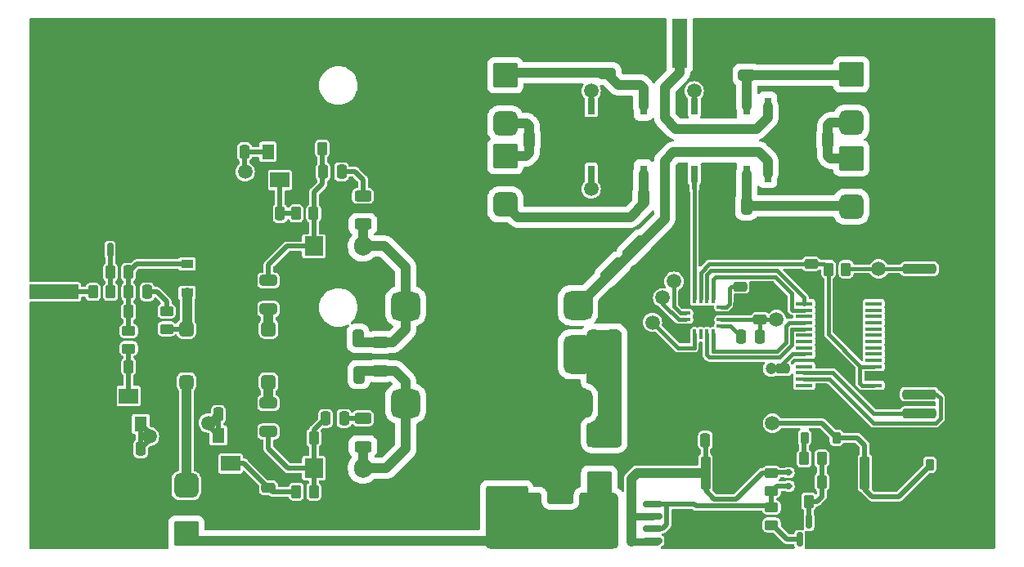
<source format=gbr>
%TF.GenerationSoftware,KiCad,Pcbnew,7.0.7*%
%TF.CreationDate,2023-11-18T13:41:19-05:00*%
%TF.ProjectId,RF_PA,52465f50-412e-46b6-9963-61645f706362,rev?*%
%TF.SameCoordinates,PX2625a00PY1312d00*%
%TF.FileFunction,Copper,L1,Top*%
%TF.FilePolarity,Positive*%
%FSLAX46Y46*%
G04 Gerber Fmt 4.6, Leading zero omitted, Abs format (unit mm)*
G04 Created by KiCad (PCBNEW 7.0.7) date 2023-11-18 13:41:19*
%MOMM*%
%LPD*%
G01*
G04 APERTURE LIST*
G04 Aperture macros list*
%AMRoundRect*
0 Rectangle with rounded corners*
0 $1 Rounding radius*
0 $2 $3 $4 $5 $6 $7 $8 $9 X,Y pos of 4 corners*
0 Add a 4 corners polygon primitive as box body*
4,1,4,$2,$3,$4,$5,$6,$7,$8,$9,$2,$3,0*
0 Add four circle primitives for the rounded corners*
1,1,$1+$1,$2,$3*
1,1,$1+$1,$4,$5*
1,1,$1+$1,$6,$7*
1,1,$1+$1,$8,$9*
0 Add four rect primitives between the rounded corners*
20,1,$1+$1,$2,$3,$4,$5,0*
20,1,$1+$1,$4,$5,$6,$7,0*
20,1,$1+$1,$6,$7,$8,$9,0*
20,1,$1+$1,$8,$9,$2,$3,0*%
%AMFreePoly0*
4,1,9,3.862500,-0.866500,0.737500,-0.866500,0.737500,-0.450000,-0.737500,-0.450000,-0.737500,0.450000,0.737500,0.450000,0.737500,0.866500,3.862500,0.866500,3.862500,-0.866500,3.862500,-0.866500,$1*%
G04 Aperture macros list end*
%TA.AperFunction,SMDPad,CuDef*%
%ADD10RoundRect,0.250000X-1.042983X-0.477297X-0.477297X-1.042983X1.042983X0.477297X0.477297X1.042983X0*%
%TD*%
%TA.AperFunction,SMDPad,CuDef*%
%ADD11R,1.300000X1.600000*%
%TD*%
%TA.AperFunction,SMDPad,CuDef*%
%ADD12R,2.000000X1.600000*%
%TD*%
%TA.AperFunction,SMDPad,CuDef*%
%ADD13RoundRect,0.250000X0.325000X1.100000X-0.325000X1.100000X-0.325000X-1.100000X0.325000X-1.100000X0*%
%TD*%
%TA.AperFunction,SMDPad,CuDef*%
%ADD14RoundRect,0.250000X-0.450000X0.262500X-0.450000X-0.262500X0.450000X-0.262500X0.450000X0.262500X0*%
%TD*%
%TA.AperFunction,SMDPad,CuDef*%
%ADD15RoundRect,0.250000X0.475000X-0.250000X0.475000X0.250000X-0.475000X0.250000X-0.475000X-0.250000X0*%
%TD*%
%TA.AperFunction,SMDPad,CuDef*%
%ADD16RoundRect,0.250000X0.650000X-0.325000X0.650000X0.325000X-0.650000X0.325000X-0.650000X-0.325000X0*%
%TD*%
%TA.AperFunction,SMDPad,CuDef*%
%ADD17RoundRect,0.087500X-0.425000X-0.087500X0.425000X-0.087500X0.425000X0.087500X-0.425000X0.087500X0*%
%TD*%
%TA.AperFunction,SMDPad,CuDef*%
%ADD18RoundRect,0.087500X-0.087500X-0.425000X0.087500X-0.425000X0.087500X0.425000X-0.087500X0.425000X0*%
%TD*%
%TA.AperFunction,ComponentPad*%
%ADD19C,0.500000*%
%TD*%
%TA.AperFunction,SMDPad,CuDef*%
%ADD20R,2.100000X2.100000*%
%TD*%
%TA.AperFunction,SMDPad,CuDef*%
%ADD21RoundRect,0.250000X-0.475000X0.250000X-0.475000X-0.250000X0.475000X-0.250000X0.475000X0.250000X0*%
%TD*%
%TA.AperFunction,SMDPad,CuDef*%
%ADD22RoundRect,0.250000X-0.325000X-0.650000X0.325000X-0.650000X0.325000X0.650000X-0.325000X0.650000X0*%
%TD*%
%TA.AperFunction,SMDPad,CuDef*%
%ADD23RoundRect,0.250000X0.250000X0.475000X-0.250000X0.475000X-0.250000X-0.475000X0.250000X-0.475000X0*%
%TD*%
%TA.AperFunction,SMDPad,CuDef*%
%ADD24RoundRect,0.250000X-0.625000X0.312500X-0.625000X-0.312500X0.625000X-0.312500X0.625000X0.312500X0*%
%TD*%
%TA.AperFunction,SMDPad,CuDef*%
%ADD25RoundRect,0.150000X0.200000X-0.150000X0.200000X0.150000X-0.200000X0.150000X-0.200000X-0.150000X0*%
%TD*%
%TA.AperFunction,SMDPad,CuDef*%
%ADD26RoundRect,0.250000X1.500000X-0.250000X1.500000X0.250000X-1.500000X0.250000X-1.500000X-0.250000X0*%
%TD*%
%TA.AperFunction,SMDPad,CuDef*%
%ADD27RoundRect,0.250001X1.449999X-0.499999X1.449999X0.499999X-1.449999X0.499999X-1.449999X-0.499999X0*%
%TD*%
%TA.AperFunction,SMDPad,CuDef*%
%ADD28RoundRect,0.127000X1.143000X1.143000X-1.143000X1.143000X-1.143000X-1.143000X1.143000X-1.143000X0*%
%TD*%
%TA.AperFunction,SMDPad,CuDef*%
%ADD29RoundRect,0.635000X0.635000X-0.635000X0.635000X0.635000X-0.635000X0.635000X-0.635000X-0.635000X0*%
%TD*%
%TA.AperFunction,SMDPad,CuDef*%
%ADD30RoundRect,0.225000X-0.225000X-0.375000X0.225000X-0.375000X0.225000X0.375000X-0.225000X0.375000X0*%
%TD*%
%TA.AperFunction,SMDPad,CuDef*%
%ADD31R,0.800000X1.800000*%
%TD*%
%TA.AperFunction,SMDPad,CuDef*%
%ADD32RoundRect,0.250000X-0.250000X-1.500000X0.250000X-1.500000X0.250000X1.500000X-0.250000X1.500000X0*%
%TD*%
%TA.AperFunction,SMDPad,CuDef*%
%ADD33RoundRect,0.250001X-0.499999X-1.449999X0.499999X-1.449999X0.499999X1.449999X-0.499999X1.449999X0*%
%TD*%
%TA.AperFunction,SMDPad,CuDef*%
%ADD34RoundRect,0.250000X-0.250000X-0.475000X0.250000X-0.475000X0.250000X0.475000X-0.250000X0.475000X0*%
%TD*%
%TA.AperFunction,SMDPad,CuDef*%
%ADD35RoundRect,0.250000X0.262500X0.450000X-0.262500X0.450000X-0.262500X-0.450000X0.262500X-0.450000X0*%
%TD*%
%TA.AperFunction,ComponentPad*%
%ADD36C,6.400000*%
%TD*%
%TA.AperFunction,SMDPad,CuDef*%
%ADD37RoundRect,0.250000X-0.262500X-0.450000X0.262500X-0.450000X0.262500X0.450000X-0.262500X0.450000X0*%
%TD*%
%TA.AperFunction,SMDPad,CuDef*%
%ADD38RoundRect,0.250000X-0.650000X0.325000X-0.650000X-0.325000X0.650000X-0.325000X0.650000X0.325000X0*%
%TD*%
%TA.AperFunction,SMDPad,CuDef*%
%ADD39RoundRect,0.127000X-1.143000X-1.143000X1.143000X-1.143000X1.143000X1.143000X-1.143000X1.143000X0*%
%TD*%
%TA.AperFunction,SMDPad,CuDef*%
%ADD40RoundRect,0.635000X-0.635000X0.635000X-0.635000X-0.635000X0.635000X-0.635000X0.635000X0.635000X0*%
%TD*%
%TA.AperFunction,SMDPad,CuDef*%
%ADD41RoundRect,0.150000X-0.150000X0.587500X-0.150000X-0.587500X0.150000X-0.587500X0.150000X0.587500X0*%
%TD*%
%TA.AperFunction,SMDPad,CuDef*%
%ADD42RoundRect,0.250000X-1.100000X0.325000X-1.100000X-0.325000X1.100000X-0.325000X1.100000X0.325000X0*%
%TD*%
%TA.AperFunction,SMDPad,CuDef*%
%ADD43RoundRect,0.250000X0.450000X-0.262500X0.450000X0.262500X-0.450000X0.262500X-0.450000X-0.262500X0*%
%TD*%
%TA.AperFunction,SMDPad,CuDef*%
%ADD44RoundRect,0.250000X1.950000X0.700000X-1.950000X0.700000X-1.950000X-0.700000X1.950000X-0.700000X0*%
%TD*%
%TA.AperFunction,SMDPad,CuDef*%
%ADD45RoundRect,0.381000X-0.381000X-0.381000X0.381000X-0.381000X0.381000X0.381000X-0.381000X0.381000X0*%
%TD*%
%TA.AperFunction,SMDPad,CuDef*%
%ADD46RoundRect,0.375000X-0.375000X-0.375000X0.375000X-0.375000X0.375000X0.375000X-0.375000X0.375000X0*%
%TD*%
%TA.AperFunction,SMDPad,CuDef*%
%ADD47R,5.080000X1.500000*%
%TD*%
%TA.AperFunction,SMDPad,CuDef*%
%ADD48R,1.500000X5.080000*%
%TD*%
%TA.AperFunction,SMDPad,CuDef*%
%ADD49RoundRect,0.250000X0.325000X0.650000X-0.325000X0.650000X-0.325000X-0.650000X0.325000X-0.650000X0*%
%TD*%
%TA.AperFunction,SMDPad,CuDef*%
%ADD50RoundRect,0.750000X0.750000X0.750000X-0.750000X0.750000X-0.750000X-0.750000X0.750000X-0.750000X0*%
%TD*%
%TA.AperFunction,SMDPad,CuDef*%
%ADD51RoundRect,0.750000X0.750000X1.250000X-0.750000X1.250000X-0.750000X-1.250000X0.750000X-1.250000X0*%
%TD*%
%TA.AperFunction,SMDPad,CuDef*%
%ADD52RoundRect,0.250000X-0.325000X-1.100000X0.325000X-1.100000X0.325000X1.100000X-0.325000X1.100000X0*%
%TD*%
%TA.AperFunction,SMDPad,CuDef*%
%ADD53RoundRect,0.150000X0.825000X0.150000X-0.825000X0.150000X-0.825000X-0.150000X0.825000X-0.150000X0*%
%TD*%
%TA.AperFunction,SMDPad,CuDef*%
%ADD54R,1.300000X0.900000*%
%TD*%
%TA.AperFunction,SMDPad,CuDef*%
%ADD55FreePoly0,0.000000*%
%TD*%
%TA.AperFunction,SMDPad,CuDef*%
%ADD56R,1.750000X0.450000*%
%TD*%
%TA.AperFunction,ComponentPad*%
%ADD57R,1.905000X2.000000*%
%TD*%
%TA.AperFunction,ComponentPad*%
%ADD58O,1.905000X2.000000*%
%TD*%
%TA.AperFunction,ViaPad*%
%ADD59C,0.800000*%
%TD*%
%TA.AperFunction,ViaPad*%
%ADD60C,1.200000*%
%TD*%
%TA.AperFunction,ViaPad*%
%ADD61C,1.500000*%
%TD*%
%TA.AperFunction,Conductor*%
%ADD62C,0.500000*%
%TD*%
%TA.AperFunction,Conductor*%
%ADD63C,1.000000*%
%TD*%
%TA.AperFunction,Conductor*%
%ADD64C,0.400000*%
%TD*%
%TA.AperFunction,Conductor*%
%ADD65C,0.800000*%
%TD*%
G04 APERTURE END LIST*
D10*
%TO.P,R17,1*%
%TO.N,/FLT_IN*%
X62684568Y-23781968D03*
%TO.P,R17,2*%
%TO.N,Earth*%
X64876600Y-25974000D03*
%TD*%
D11*
%TO.P,RV2,1,1*%
%TO.N,Earth*%
X22083000Y-43267000D03*
D12*
%TO.P,RV2,2,2*%
%TO.N,Net-(C24-Pad2)*%
X20833000Y-46167000D03*
D11*
%TO.P,RV2,3,3*%
%TO.N,+5V_TX*%
X19583000Y-43267000D03*
%TD*%
D13*
%TO.P,C36,1*%
%TO.N,Earth*%
X63456000Y-33594000D03*
%TO.P,C36,2*%
%TO.N,/DRNP*%
X60506000Y-33594000D03*
%TD*%
D14*
%TO.P,R2,1*%
%TO.N,Net-(D4-K)*%
X76840000Y-47159500D03*
%TO.P,R2,2*%
%TO.N,Net-(D4-A)*%
X76840000Y-48984500D03*
%TD*%
D15*
%TO.P,C24,1*%
%TO.N,Earth*%
X24770000Y-50607000D03*
%TO.P,C24,2*%
%TO.N,Net-(C24-Pad2)*%
X24770000Y-48707000D03*
%TD*%
D16*
%TO.P,C18,1*%
%TO.N,/DRN_1*%
X36327000Y-36567600D03*
%TO.P,C18,2*%
%TO.N,/DRN_2*%
X36327000Y-33617600D03*
%TD*%
D17*
%TO.P,U3,1,AISEN*%
%TO.N,Earth*%
X67967100Y-29952000D03*
%TO.P,U3,2,AOUT2*%
%TO.N,/R80M*%
X67967100Y-30602000D03*
%TO.P,U3,3,BOUT2*%
%TO.N,/R10M*%
X67967100Y-31252000D03*
%TO.P,U3,4,BISEN*%
%TO.N,Earth*%
X67967100Y-31902000D03*
D18*
%TO.P,U3,5,BOUT1*%
%TO.N,/S10M*%
X68854600Y-32789500D03*
%TO.P,U3,6,nFAULT*%
%TO.N,unconnected-(U3-nFAULT-Pad6)*%
X69504600Y-32789500D03*
%TO.P,U3,7,BIN1*%
%TO.N,/S_10M*%
X70154600Y-32789500D03*
%TO.P,U3,8,BIN2*%
%TO.N,/R_10M*%
X70804600Y-32789500D03*
D17*
%TO.P,U3,9,VCP*%
%TO.N,Net-(U3-VCP)*%
X71692100Y-31902000D03*
%TO.P,U3,10,VM*%
%TO.N,+5V*%
X71692100Y-31252000D03*
%TO.P,U3,11,GND*%
%TO.N,Earth*%
X71692100Y-30602000D03*
%TO.P,U3,12,VINT*%
%TO.N,Net-(U3-VINT)*%
X71692100Y-29952000D03*
D18*
%TO.P,U3,13,AIN2*%
%TO.N,/R_80M*%
X70804600Y-29064500D03*
%TO.P,U3,14,AIN1*%
%TO.N,/S_80M*%
X70154600Y-29064500D03*
%TO.P,U3,15,nSLEEP*%
%TO.N,Net-(U2-A0)*%
X69504600Y-29064500D03*
%TO.P,U3,16,AOUT1*%
%TO.N,/S80M*%
X68854600Y-29064500D03*
D19*
%TO.P,U3,17,GND(PPAD)*%
%TO.N,Earth*%
X69029600Y-30127000D03*
X69029600Y-30927000D03*
X69029600Y-31727000D03*
X69829600Y-30127000D03*
X69829600Y-30927000D03*
D20*
X69829600Y-30927000D03*
D19*
X69829600Y-31727000D03*
X70629600Y-30127000D03*
X70629600Y-30927000D03*
X70629600Y-31727000D03*
%TD*%
D21*
%TO.P,C2,1*%
%TO.N,Earth*%
X80929400Y-23566000D03*
%TO.P,C2,2*%
%TO.N,Net-(U2-A0)*%
X80929400Y-25466000D03*
%TD*%
D22*
%TO.P,C16,1*%
%TO.N,Earth*%
X31194400Y-36972200D03*
%TO.P,C16,2*%
%TO.N,/DRN_1*%
X34144400Y-36972200D03*
%TD*%
D23*
%TO.P,C35,1*%
%TO.N,Net-(C35-Pad1)*%
X32324000Y-15941000D03*
%TO.P,C35,2*%
%TO.N,Net-(Q7-G)*%
X30424000Y-15941000D03*
%TD*%
D24*
%TO.P,R16,1*%
%TO.N,Net-(C35-Pad1)*%
X34549000Y-18451600D03*
%TO.P,R16,2*%
%TO.N,/DRN_2*%
X34549000Y-21376600D03*
%TD*%
D25*
%TO.P,D4,1,K*%
%TO.N,Net-(D4-K)*%
X78618000Y-47118000D03*
%TO.P,D4,2,A*%
%TO.N,Net-(D4-A)*%
X78618000Y-48518000D03*
%TD*%
D26*
%TO.P,J5,1,Pin_1*%
%TO.N,+5V*%
X92150000Y-26000000D03*
%TO.P,J5,2,Pin_2*%
%TO.N,Earth*%
X92150000Y-24000000D03*
D27*
%TO.P,J5,MP,MountPin*%
X97900000Y-28350000D03*
X97900000Y-21650000D03*
%TD*%
D28*
%TO.P,L6,1,1*%
%TO.N,+12V_TX*%
X16261000Y-53453000D03*
D29*
%TO.P,L6,2,2*%
%TO.N,Net-(C27-Pad1)*%
X16261000Y-48453000D03*
%TD*%
D14*
%TO.P,R12,1*%
%TO.N,Net-(C29-Pad1)*%
X14229000Y-30395500D03*
%TO.P,R12,2*%
%TO.N,Net-(Q5-D)*%
X14229000Y-32220500D03*
%TD*%
D23*
%TO.P,C27,1*%
%TO.N,Net-(C27-Pad1)*%
X16261000Y-45278000D03*
%TO.P,C27,2*%
%TO.N,Earth*%
X14361000Y-45278000D03*
%TD*%
D30*
%TO.P,D3,1,K*%
%TO.N,Net-(D3-K)*%
X80269000Y-43500000D03*
%TO.P,D3,2,A*%
%TO.N,+5V_TX*%
X83569000Y-43500000D03*
%TD*%
D31*
%TO.P,K3,1*%
%TO.N,/S10M*%
X58181000Y-16139000D03*
%TO.P,K3,2*%
%TO.N,Earth*%
X61381000Y-16139000D03*
%TO.P,K3,3*%
%TO.N,/FLT30M_3*%
X63581000Y-16139000D03*
%TO.P,K3,4*%
%TO.N,/FLT_IN*%
X65781000Y-16139000D03*
%TO.P,K3,5*%
%TO.N,/FLT_OUT*%
X65781000Y-9139000D03*
%TO.P,K3,6*%
%TO.N,/FLT30M_1*%
X63581000Y-9139000D03*
%TO.P,K3,7*%
%TO.N,Earth*%
X61381000Y-9139000D03*
%TO.P,K3,8*%
%TO.N,/R10M*%
X58181000Y-9139000D03*
%TD*%
D10*
%TO.P,R1,1*%
%TO.N,/FLT_IN*%
X60423968Y-26067968D03*
%TO.P,R1,2*%
%TO.N,Earth*%
X62616000Y-28260000D03*
%TD*%
D16*
%TO.P,C25,1*%
%TO.N,Net-(Q6-G)*%
X24770000Y-42865000D03*
%TO.P,C25,2*%
%TO.N,Net-(C25-Pad2)*%
X24770000Y-39915000D03*
%TD*%
D32*
%TO.P,J4,1,Pin_1*%
%TO.N,+5V_TX*%
X86500000Y-47150000D03*
%TO.P,J4,2,Pin_2*%
%TO.N,Earth*%
X88500000Y-47150000D03*
D33*
%TO.P,J4,MP,MountPin*%
X84150000Y-52900000D03*
X90850000Y-52900000D03*
%TD*%
D11*
%TO.P,RV1,1,1*%
%TO.N,Earth*%
X9042000Y-42082000D03*
D12*
%TO.P,RV1,2,2*%
%TO.N,Net-(C22-Pad1)*%
X10292000Y-39182000D03*
D11*
%TO.P,RV1,3,3*%
%TO.N,+5V_TX*%
X11542000Y-42082000D03*
%TD*%
D23*
%TO.P,C21,1*%
%TO.N,Net-(Q5-G)*%
X10287000Y-26355000D03*
%TO.P,C21,2*%
%TO.N,Net-(C21-Pad2)*%
X8387000Y-26355000D03*
%TD*%
D26*
%TO.P,J3,1,Pin_1*%
%TO.N,SCL*%
X92150000Y-41000000D03*
%TO.P,J3,2,Pin_2*%
%TO.N,SDA*%
X92150000Y-39000000D03*
%TO.P,J3,3,Pin_3*%
%TO.N,Earth*%
X92150000Y-37000000D03*
D27*
%TO.P,J3,MP,MountPin*%
X97900000Y-43350000D03*
X97900000Y-34650000D03*
%TD*%
D34*
%TO.P,C33,1*%
%TO.N,Earth*%
X20380800Y-13883600D03*
%TO.P,C33,2*%
%TO.N,+5V_TX*%
X22280800Y-13883600D03*
%TD*%
D35*
%TO.P,R11,1*%
%TO.N,Earth*%
X12117000Y-30419000D03*
%TO.P,R11,2*%
%TO.N,Net-(Q5-G)*%
X10292000Y-30419000D03*
%TD*%
D36*
%TO.P,H2,1,1*%
%TO.N,Earth*%
X96000000Y-4000000D03*
%TD*%
D37*
%TO.P,R14,1*%
%TO.N,Net-(C34-Pad2)*%
X27618600Y-20259000D03*
%TO.P,R14,2*%
%TO.N,Net-(Q7-G)*%
X29443600Y-20259000D03*
%TD*%
D23*
%TO.P,C28,1*%
%TO.N,Net-(C27-Pad1)*%
X16261000Y-40833000D03*
%TO.P,C28,2*%
%TO.N,Earth*%
X14361000Y-40833000D03*
%TD*%
D35*
%TO.P,R3,1*%
%TO.N,+5V*%
X84559700Y-26050200D03*
%TO.P,R3,2*%
%TO.N,Net-(U2-A0)*%
X82734700Y-26050200D03*
%TD*%
D36*
%TO.P,H3,1,1*%
%TO.N,Earth*%
X4000000Y-51000000D03*
%TD*%
D38*
%TO.P,C3,1*%
%TO.N,Earth*%
X74300000Y-2958000D03*
%TO.P,C3,2*%
%TO.N,/FLT4M_1*%
X74300000Y-5908000D03*
%TD*%
D39*
%TO.P,L4,1,1*%
%TO.N,/FLT30M_2*%
X49281000Y-14330000D03*
D40*
%TO.P,L4,2,2*%
%TO.N,/FLT30M_3*%
X49281000Y-19330000D03*
%TD*%
D23*
%TO.P,C12,1*%
%TO.N,Earth*%
X71887000Y-43754000D03*
%TO.P,C12,2*%
%TO.N,Net-(D4-K)*%
X69987000Y-43754000D03*
%TD*%
D41*
%TO.P,Q1,1,G*%
%TO.N,Net-(Q1-G)*%
X80711000Y-52163700D03*
%TO.P,Q1,2,S*%
%TO.N,Earth*%
X78811000Y-52163700D03*
%TO.P,Q1,3,D*%
%TO.N,Net-(Q1-D)*%
X79761000Y-54038700D03*
%TD*%
%TO.P,D2,1,K*%
%TO.N,Earth*%
X9337000Y-22194000D03*
%TO.P,D2,2,A*%
X7437000Y-22194000D03*
%TO.P,D2,3,K*%
%TO.N,Net-(C21-Pad2)*%
X8387000Y-24069000D03*
%TD*%
D34*
%TO.P,C11,1*%
%TO.N,Net-(U3-VCP)*%
X73720800Y-33009800D03*
%TO.P,C11,2*%
%TO.N,+5V*%
X75620800Y-33009800D03*
%TD*%
D23*
%TO.P,C31,1*%
%TO.N,Earth*%
X21463000Y-41087000D03*
%TO.P,C31,2*%
%TO.N,+5V_TX*%
X19563000Y-41087000D03*
%TD*%
D42*
%TO.P,C1,1*%
%TO.N,Earth*%
X54996000Y-49772000D03*
%TO.P,C1,2*%
%TO.N,+12V_TX*%
X54996000Y-52722000D03*
%TD*%
D43*
%TO.P,R5,1*%
%TO.N,Net-(Q1-D)*%
X76840000Y-52540500D03*
%TO.P,R5,2*%
%TO.N,Net-(D4-A)*%
X76840000Y-50715500D03*
%TD*%
D21*
%TO.P,C7,1*%
%TO.N,+5V*%
X77983000Y-36367600D03*
%TO.P,C7,2*%
%TO.N,Earth*%
X77983000Y-38267600D03*
%TD*%
D36*
%TO.P,H1,1,1*%
%TO.N,Earth*%
X4000000Y-4000000D03*
%TD*%
D44*
%TO.P,C10,1*%
%TO.N,+12V_TX*%
X49440000Y-49469000D03*
%TO.P,C10,2*%
%TO.N,Earth*%
X40740000Y-49469000D03*
%TD*%
D35*
%TO.P,R15,1*%
%TO.N,Earth*%
X32159500Y-13528000D03*
%TO.P,R15,2*%
%TO.N,Net-(Q7-G)*%
X30334500Y-13528000D03*
%TD*%
D38*
%TO.P,C32,1*%
%TO.N,Net-(Q7-G)*%
X24770000Y-27215000D03*
%TO.P,C32,2*%
%TO.N,Net-(C32-Pad2)*%
X24770000Y-30165000D03*
%TD*%
D39*
%TO.P,L2,1,1*%
%TO.N,/FLT4M_2*%
X85095000Y-14544000D03*
D40*
%TO.P,L2,2,2*%
%TO.N,/FLT4M_3*%
X85095000Y-19544000D03*
%TD*%
D35*
%TO.P,R8,1*%
%TO.N,Net-(Q1-G)*%
X80673500Y-50104000D03*
%TO.P,R8,2*%
%TO.N,Earth*%
X78848500Y-50104000D03*
%TD*%
D45*
%TO.P,L8,1,1*%
%TO.N,Net-(Q5-D)*%
X16270000Y-32241000D03*
D46*
%TO.P,L8,2,2*%
%TO.N,Net-(C27-Pad1)*%
X16270000Y-37741000D03*
D45*
%TO.P,L8,3,3*%
%TO.N,Net-(C25-Pad2)*%
X24770000Y-37741000D03*
%TO.P,L8,4,4*%
%TO.N,Net-(C32-Pad2)*%
X24770000Y-32241000D03*
%TD*%
D37*
%TO.P,R9,1*%
%TO.N,Net-(J1-In)*%
X6610900Y-28387000D03*
%TO.P,R9,2*%
%TO.N,Net-(C21-Pad2)*%
X8435900Y-28387000D03*
%TD*%
D47*
%TO.P,J1,1,In*%
%TO.N,Net-(J1-In)*%
X2550000Y-28387000D03*
%TO.P,J1,2,Ext*%
%TO.N,Earth*%
X2550000Y-32637000D03*
X2550000Y-24137000D03*
%TD*%
D34*
%TO.P,C34,1*%
%TO.N,Earth*%
X24063800Y-20259000D03*
%TO.P,C34,2*%
%TO.N,Net-(C34-Pad2)*%
X25963800Y-20259000D03*
%TD*%
D15*
%TO.P,C14,1*%
%TO.N,Earth*%
X73588800Y-29718000D03*
%TO.P,C14,2*%
%TO.N,Net-(U3-VINT)*%
X73588800Y-27818000D03*
%TD*%
D22*
%TO.P,C4,1*%
%TO.N,Earth*%
X79732000Y-12639000D03*
%TO.P,C4,2*%
%TO.N,/FLT4M_2*%
X82682000Y-12639000D03*
%TD*%
D36*
%TO.P,H4,1,1*%
%TO.N,Earth*%
X96000000Y-51000000D03*
%TD*%
D48*
%TO.P,J2,1,In*%
%TO.N,/FLT_OUT*%
X67315000Y-2606000D03*
%TO.P,J2,2,Ext*%
%TO.N,Earth*%
X63065000Y-2606000D03*
X71565000Y-2606000D03*
%TD*%
D35*
%TO.P,R4,1*%
%TO.N,Net-(Q1-G)*%
X82047000Y-45659000D03*
%TO.P,R4,2*%
%TO.N,Net-(D3-K)*%
X80222000Y-45659000D03*
%TD*%
D38*
%TO.P,C6,1*%
%TO.N,Earth*%
X59822000Y-2831000D03*
%TO.P,C6,2*%
%TO.N,/FLT30M_1*%
X59822000Y-5781000D03*
%TD*%
D21*
%TO.P,C15,1*%
%TO.N,Earth*%
X75671600Y-29357200D03*
%TO.P,C15,2*%
%TO.N,+5V*%
X75671600Y-31257200D03*
%TD*%
D23*
%TO.P,C29,1*%
%TO.N,Net-(C29-Pad1)*%
X12192000Y-28387000D03*
%TO.P,C29,2*%
%TO.N,Net-(Q5-G)*%
X10292000Y-28387000D03*
%TD*%
D43*
%TO.P,R7,1*%
%TO.N,Net-(C22-Pad1)*%
X10292000Y-34252500D03*
%TO.P,R7,2*%
%TO.N,Net-(Q5-G)*%
X10292000Y-32427500D03*
%TD*%
D49*
%TO.P,C8,1*%
%TO.N,Earth*%
X54693000Y-12639000D03*
%TO.P,C8,2*%
%TO.N,/FLT30M_2*%
X51743000Y-12639000D03*
%TD*%
D50*
%TO.P,T1,1,PR1*%
%TO.N,/DRN_1*%
X38964000Y-39944000D03*
D51*
%TO.P,T1,2,PM*%
%TO.N,/DRNP*%
X56804000Y-34864000D03*
D50*
%TO.P,T1,3,PR2*%
%TO.N,/DRN_2*%
X38964000Y-29864000D03*
%TO.P,T1,4,S1*%
%TO.N,/FLT_IN*%
X56804000Y-29784000D03*
%TO.P,T1,5,S2*%
%TO.N,Earth*%
X56804000Y-39944000D03*
%TD*%
D30*
%TO.P,D1,1,K*%
%TO.N,+5V_TX*%
X93224000Y-46294000D03*
%TO.P,D1,2,A*%
%TO.N,Earth*%
X96524000Y-46294000D03*
%TD*%
D23*
%TO.P,C23,1*%
%TO.N,+5V_TX*%
X11536600Y-44643000D03*
%TO.P,C23,2*%
%TO.N,Earth*%
X9636600Y-44643000D03*
%TD*%
D15*
%TO.P,C30,1*%
%TO.N,+12V_TX*%
X24770000Y-54168000D03*
%TO.P,C30,2*%
%TO.N,Earth*%
X24770000Y-52268000D03*
%TD*%
D32*
%TO.P,J6,1,Pin_1*%
%TO.N,Net-(D4-K)*%
X70000000Y-47127000D03*
%TO.P,J6,2,Pin_2*%
%TO.N,Earth*%
X72000000Y-47127000D03*
D33*
%TO.P,J6,MP,MountPin*%
X67650000Y-52877000D03*
X74350000Y-52877000D03*
%TD*%
D22*
%TO.P,C17,1*%
%TO.N,Earth*%
X31092800Y-33187600D03*
%TO.P,C17,2*%
%TO.N,/DRN_2*%
X34042800Y-33187600D03*
%TD*%
D52*
%TO.P,C37,1*%
%TO.N,/DRNP*%
X60506000Y-38166000D03*
%TO.P,C37,2*%
%TO.N,Earth*%
X63456000Y-38166000D03*
%TD*%
D23*
%TO.P,C22,1*%
%TO.N,Net-(C22-Pad1)*%
X10292000Y-36134000D03*
%TO.P,C22,2*%
%TO.N,Earth*%
X8392000Y-36134000D03*
%TD*%
%TO.P,C13,1*%
%TO.N,Net-(Q1-G)*%
X82047000Y-48072000D03*
%TO.P,C13,2*%
%TO.N,Earth*%
X80147000Y-48072000D03*
%TD*%
D22*
%TO.P,C9,1*%
%TO.N,Earth*%
X60682000Y-18608000D03*
%TO.P,C9,2*%
%TO.N,/FLT30M_3*%
X63632000Y-18608000D03*
%TD*%
D28*
%TO.P,L7,1,1*%
%TO.N,+12V_TX*%
X59000000Y-48246000D03*
D29*
%TO.P,L7,2,2*%
%TO.N,/DRNP*%
X59000000Y-43246000D03*
%TD*%
D31*
%TO.P,K2,1*%
%TO.N,/S80M*%
X68849000Y-16139000D03*
%TO.P,K2,2*%
%TO.N,Earth*%
X72049000Y-16139000D03*
%TO.P,K2,3*%
%TO.N,/FLT4M_3*%
X74249000Y-16139000D03*
%TO.P,K2,4*%
%TO.N,/FLT_IN*%
X76449000Y-16139000D03*
%TO.P,K2,5*%
%TO.N,/FLT_OUT*%
X76449000Y-9139000D03*
%TO.P,K2,6*%
%TO.N,/FLT4M_1*%
X74249000Y-9139000D03*
%TO.P,K2,7*%
%TO.N,Earth*%
X72049000Y-9139000D03*
%TO.P,K2,8*%
%TO.N,/R80M*%
X68849000Y-9139000D03*
%TD*%
D22*
%TO.P,C5,1*%
%TO.N,Earth*%
X71301000Y-19497000D03*
%TO.P,C5,2*%
%TO.N,/FLT4M_3*%
X74251000Y-19497000D03*
%TD*%
D24*
%TO.P,R6,1*%
%TO.N,Net-(C26-Pad1)*%
X34549000Y-41489400D03*
%TO.P,R6,2*%
%TO.N,/DRN_1*%
X34549000Y-44414400D03*
%TD*%
D39*
%TO.P,L3,1,1*%
%TO.N,/FLT30M_1*%
X49281000Y-5948000D03*
D40*
%TO.P,L3,2,2*%
%TO.N,/FLT30M_2*%
X49281000Y-10948000D03*
%TD*%
D53*
%TO.P,Q2,1,S1*%
%TO.N,Net-(D4-K)*%
X64532200Y-54193400D03*
%TO.P,Q2,2,G1*%
%TO.N,Net-(D4-A)*%
X64532200Y-52923400D03*
%TO.P,Q2,3,S2*%
%TO.N,Net-(D4-K)*%
X64532200Y-51653400D03*
%TO.P,Q2,4,G2*%
%TO.N,Net-(D4-A)*%
X64532200Y-50383400D03*
%TO.P,Q2,5,D2*%
%TO.N,+12V_TX*%
X59582200Y-50383400D03*
%TO.P,Q2,6,D2*%
X59582200Y-51653400D03*
%TO.P,Q2,7,D1*%
X59582200Y-52923400D03*
%TO.P,Q2,8,D1*%
X59582200Y-54193400D03*
%TD*%
D37*
%TO.P,R13,1*%
%TO.N,Net-(C24-Pad2)*%
X27644000Y-49088000D03*
%TO.P,R13,2*%
%TO.N,Net-(Q6-G)*%
X29469000Y-49088000D03*
%TD*%
D23*
%TO.P,C26,1*%
%TO.N,Net-(C26-Pad1)*%
X32578000Y-41493400D03*
%TO.P,C26,2*%
%TO.N,Net-(Q6-G)*%
X30678000Y-41493400D03*
%TD*%
D37*
%TO.P,R10,1*%
%TO.N,Earth*%
X27644000Y-43525400D03*
%TO.P,R10,2*%
%TO.N,Net-(Q6-G)*%
X29469000Y-43525400D03*
%TD*%
D11*
%TO.P,RV3,1,1*%
%TO.N,Earth*%
X27213800Y-13881400D03*
D12*
%TO.P,RV3,2,2*%
%TO.N,Net-(C34-Pad2)*%
X25963800Y-16781400D03*
D11*
%TO.P,RV3,3,3*%
%TO.N,+5V_TX*%
X24713800Y-13881400D03*
%TD*%
D39*
%TO.P,L1,1,1*%
%TO.N,/FLT4M_1*%
X85095000Y-5861000D03*
D40*
%TO.P,L1,2,2*%
%TO.N,/FLT4M_2*%
X85095000Y-10861000D03*
%TD*%
D54*
%TO.P,Q5,1,G*%
%TO.N,Net-(Q5-G)*%
X16343000Y-25490000D03*
D55*
%TO.P,Q5,2,S*%
%TO.N,Earth*%
X16430500Y-26990000D03*
D54*
%TO.P,Q5,3,D*%
%TO.N,Net-(Q5-D)*%
X16343000Y-28490000D03*
%TD*%
D56*
%TO.P,U2,1,GPB0*%
%TO.N,/S_80M*%
X80225000Y-29623000D03*
%TO.P,U2,2,GPB1*%
%TO.N,/R_80M*%
X80225000Y-30273000D03*
%TO.P,U2,3,GPB2*%
%TO.N,unconnected-(U2-GPB2-Pad3)*%
X80225000Y-30923000D03*
%TO.P,U2,4,GPB3*%
%TO.N,/R_10M*%
X80225000Y-31573000D03*
%TO.P,U2,5,GPB4*%
%TO.N,/S_10M*%
X80225000Y-32223000D03*
%TO.P,U2,6,GPB5*%
%TO.N,unconnected-(U2-GPB5-Pad6)*%
X80225000Y-32873000D03*
%TO.P,U2,7,GPB6*%
%TO.N,unconnected-(U2-GPB6-Pad7)*%
X80225000Y-33523000D03*
%TO.P,U2,8,GPB7*%
%TO.N,unconnected-(U2-GPB7-Pad8)*%
X80225000Y-34173000D03*
%TO.P,U2,9,VDD*%
%TO.N,+5V*%
X80225000Y-34823000D03*
%TO.P,U2,10,VSS*%
%TO.N,Earth*%
X80225000Y-35473000D03*
%TO.P,U2,11,NC*%
%TO.N,unconnected-(U2-NC-Pad11)*%
X80225000Y-36123000D03*
%TO.P,U2,12,SCK*%
%TO.N,SCL*%
X80225000Y-36773000D03*
%TO.P,U2,13,SDA*%
%TO.N,SDA*%
X80225000Y-37423000D03*
%TO.P,U2,14,NC*%
%TO.N,unconnected-(U2-NC-Pad14)*%
X80225000Y-38073000D03*
%TO.P,U2,15,A0*%
%TO.N,Net-(U2-A0)*%
X87425000Y-38073000D03*
%TO.P,U2,16,A1*%
%TO.N,Earth*%
X87425000Y-37423000D03*
%TO.P,U2,17,A2*%
X87425000Y-36773000D03*
%TO.P,U2,18,~{RESET}*%
%TO.N,Net-(U2-A0)*%
X87425000Y-36123000D03*
%TO.P,U2,19,INTB*%
%TO.N,unconnected-(U2-INTB-Pad19)*%
X87425000Y-35473000D03*
%TO.P,U2,20,INTA*%
%TO.N,unconnected-(U2-INTA-Pad20)*%
X87425000Y-34823000D03*
%TO.P,U2,21,GPA0*%
%TO.N,unconnected-(U2-GPA0-Pad21)*%
X87425000Y-34173000D03*
%TO.P,U2,22,GPA1*%
%TO.N,unconnected-(U2-GPA1-Pad22)*%
X87425000Y-33523000D03*
%TO.P,U2,23,GPA2*%
%TO.N,unconnected-(U2-GPA2-Pad23)*%
X87425000Y-32873000D03*
%TO.P,U2,24,GPA3*%
%TO.N,unconnected-(U2-GPA3-Pad24)*%
X87425000Y-32223000D03*
%TO.P,U2,25,GPA4*%
%TO.N,unconnected-(U2-GPA4-Pad25)*%
X87425000Y-31573000D03*
%TO.P,U2,26,GPA5*%
%TO.N,unconnected-(U2-GPA5-Pad26)*%
X87425000Y-30923000D03*
%TO.P,U2,27,GPA6*%
%TO.N,unconnected-(U2-GPA6-Pad27)*%
X87425000Y-30273000D03*
%TO.P,U2,28,GPA7*%
%TO.N,unconnected-(U2-GPA7-Pad28)*%
X87425000Y-29623000D03*
%TD*%
D57*
%TO.P,Q7,1,G*%
%TO.N,Net-(Q7-G)*%
X29460000Y-23660000D03*
D58*
%TO.P,Q7,2,S*%
%TO.N,Earth*%
X32000000Y-23660000D03*
%TO.P,Q7,3,D*%
%TO.N,/DRN_2*%
X34540000Y-23660000D03*
%TD*%
D57*
%TO.P,Q6,1,G*%
%TO.N,Net-(Q6-G)*%
X29460000Y-46660000D03*
D58*
%TO.P,Q6,2,S*%
%TO.N,Earth*%
X32000000Y-46660000D03*
%TO.P,Q6,3,D*%
%TO.N,/DRN_1*%
X34540000Y-46660000D03*
%TD*%
D59*
%TO.N,Earth*%
X2494200Y-35524400D03*
X74300000Y-1132800D03*
X73411000Y-45659000D03*
X63479600Y-40579000D03*
X53700600Y-45735200D03*
X64343200Y-44541400D03*
X75697000Y-28082200D03*
X56240600Y-23510200D03*
X14229000Y-24196000D03*
X34345800Y-13528000D03*
X54462600Y-8422600D03*
X2545000Y-21351200D03*
X67188000Y-23561000D03*
X12959000Y-34991000D03*
X14229000Y-26990000D03*
X71048800Y-53380600D03*
X21163200Y-27066200D03*
X54411800Y-16855400D03*
X31551800Y-20284400D03*
X31094600Y-35041800D03*
X7599600Y-44566800D03*
X56240600Y-12664400D03*
X90810000Y-35676800D03*
X18928000Y-13909000D03*
X27691000Y-52644000D03*
X2443400Y-10835600D03*
X23881000Y-23561000D03*
X18801000Y-34991000D03*
X89946400Y-45887600D03*
X89159000Y-53355200D03*
X28402200Y-39664600D03*
X41788000Y-34864000D03*
X63505000Y-36007000D03*
X77957600Y-40020200D03*
X26040000Y-34991000D03*
X78414800Y-12664400D03*
X60025200Y-13959800D03*
X90886200Y-22494200D03*
X92054600Y-31384200D03*
X38968600Y-19903400D03*
X71328200Y-23535600D03*
X27310000Y-44135000D03*
X37343000Y-49519800D03*
X80929400Y-21986200D03*
X64622600Y-11851600D03*
X11308000Y-50840600D03*
X59923600Y-30342800D03*
X59720400Y-1082000D03*
X6609000Y-34991000D03*
X38968600Y-8397200D03*
X34701400Y-39690000D03*
X38740000Y-52517000D03*
D60*
%TO.N,+5V*%
X76789200Y-36362600D03*
D61*
X77348000Y-31257200D03*
X87939800Y-26000000D03*
%TO.N,+5V_TX*%
X76941600Y-42001400D03*
X18547000Y-41976000D03*
X22357000Y-15941000D03*
X12451000Y-43373000D03*
%TO.N,/R80M*%
X68839000Y-7559000D03*
X66737300Y-27294800D03*
%TO.N,/S10M*%
X64512733Y-31543542D03*
X58171000Y-17719000D03*
%TO.N,/R10M*%
X65568900Y-28996600D03*
X58171000Y-7559000D03*
%TD*%
D62*
%TO.N,Net-(D4-A)*%
X76840000Y-50715500D02*
X76685700Y-50561200D01*
X68839000Y-50383400D02*
X64532200Y-50383400D01*
X76685700Y-50561200D02*
X69016800Y-50561200D01*
X69016800Y-50561200D02*
X68839000Y-50383400D01*
%TO.N,Net-(D4-K)*%
X78745000Y-47118000D02*
X77008500Y-47118000D01*
X77008500Y-47118000D02*
X76967000Y-47159500D01*
X73157000Y-49850000D02*
X70871000Y-49850000D01*
X76967000Y-47159500D02*
X75847500Y-47159500D01*
X75847500Y-47159500D02*
X73157000Y-49850000D01*
X70000000Y-48979000D02*
X70000000Y-47127000D01*
X70871000Y-49850000D02*
X70000000Y-48979000D01*
%TO.N,Net-(D4-A)*%
X64532200Y-52923400D02*
X65562400Y-52923400D01*
X65957200Y-52528600D02*
X65957200Y-50422600D01*
X65957200Y-50422600D02*
X65918000Y-50383400D01*
X65562400Y-52923400D02*
X65957200Y-52528600D01*
D63*
%TO.N,+12V_TX*%
X16976000Y-54168000D02*
X59887000Y-54168000D01*
X16261000Y-53453000D02*
X16976000Y-54168000D01*
X59000000Y-48246000D02*
X58378000Y-48246000D01*
D64*
%TO.N,Net-(U2-A0)*%
X69504600Y-26390272D02*
X70378072Y-25516800D01*
X85984000Y-37882000D02*
X85984000Y-36210200D01*
X69504600Y-29064500D02*
X69504600Y-26390272D01*
X85984000Y-36210200D02*
X86071200Y-36123000D01*
X82734700Y-32786500D02*
X82734700Y-26050200D01*
X87425000Y-38073000D02*
X86175000Y-38073000D01*
X70378072Y-25516800D02*
X82201300Y-25516800D01*
X86071200Y-36123000D02*
X82734700Y-32786500D01*
X86071200Y-36123000D02*
X87425000Y-36123000D01*
X86175000Y-38073000D02*
X85984000Y-37882000D01*
X82201300Y-25516800D02*
X82734700Y-26050200D01*
%TO.N,+5V*%
X84609900Y-26000000D02*
X84559700Y-26050200D01*
X76789200Y-36362600D02*
X77978000Y-36362600D01*
X75620800Y-31308000D02*
X75671600Y-31257200D01*
X87939800Y-26000000D02*
X84609900Y-26000000D01*
X75666400Y-31252000D02*
X75671600Y-31257200D01*
X92150000Y-26000000D02*
X87939800Y-26000000D01*
X75620800Y-33009800D02*
X75620800Y-31308000D01*
X77983000Y-36367600D02*
X77983000Y-35815000D01*
X71692100Y-31252000D02*
X75666400Y-31252000D01*
X77983000Y-35815000D02*
X78975000Y-34823000D01*
X78975000Y-34823000D02*
X80225000Y-34823000D01*
X77978000Y-36362600D02*
X77983000Y-36367600D01*
X75671600Y-31257200D02*
X77348000Y-31257200D01*
X77358200Y-31267400D02*
X77348000Y-31257200D01*
%TO.N,Net-(U3-VCP)*%
X72613000Y-31902000D02*
X73720800Y-33009800D01*
X71692100Y-31902000D02*
X72613000Y-31902000D01*
%TO.N,Net-(U3-VINT)*%
X72463800Y-28038800D02*
X72684600Y-27818000D01*
X72463799Y-29664401D02*
X72463800Y-28038800D01*
X72684600Y-27818000D02*
X73588800Y-27818000D01*
X71692100Y-29952000D02*
X72176200Y-29952000D01*
X72176200Y-29952000D02*
X72463799Y-29664401D01*
D62*
%TO.N,Net-(Q5-G)*%
X11152000Y-25490000D02*
X10287000Y-26355000D01*
X16343000Y-25490000D02*
X11152000Y-25490000D01*
X10287000Y-32422500D02*
X10292000Y-32427500D01*
X10287000Y-26355000D02*
X10287000Y-32422500D01*
%TO.N,Net-(C21-Pad2)*%
X8387000Y-24069000D02*
X8387000Y-28387000D01*
%TO.N,Net-(C22-Pad1)*%
X10292000Y-34252500D02*
X10292000Y-39182000D01*
%TO.N,+5V_TX*%
X22280800Y-15864800D02*
X22357000Y-15941000D01*
X19436000Y-41087000D02*
X18547000Y-41976000D01*
X12451000Y-43373000D02*
X12451000Y-42991000D01*
X90048000Y-49596000D02*
X87254000Y-49596000D01*
X12451000Y-43373000D02*
X12451000Y-43728600D01*
X12451000Y-43728600D02*
X11536600Y-44643000D01*
X12451000Y-43373000D02*
X11542000Y-43373000D01*
X85730000Y-43500000D02*
X83569000Y-43500000D01*
X83569000Y-43500000D02*
X82070400Y-42001400D01*
X18547000Y-41976000D02*
X19583000Y-41976000D01*
X12451000Y-42991000D02*
X11542000Y-42082000D01*
X93224000Y-46294000D02*
X93224000Y-46420000D01*
X19583000Y-41976000D02*
X19583000Y-41107000D01*
X11542000Y-43373000D02*
X11542000Y-44637600D01*
X93351000Y-46167000D02*
X93224000Y-46294000D01*
X11542000Y-44637600D02*
X11536600Y-44643000D01*
X86500000Y-44270000D02*
X85730000Y-43500000D01*
X82070400Y-42001400D02*
X76941600Y-42001400D01*
X19583000Y-43267000D02*
X19583000Y-41976000D01*
X18547000Y-41976000D02*
X18547000Y-42231000D01*
X22283000Y-13881400D02*
X22280800Y-13883600D01*
X87254000Y-49596000D02*
X86500000Y-48842000D01*
X24713800Y-13881400D02*
X22283000Y-13881400D01*
X19563000Y-41087000D02*
X19436000Y-41087000D01*
X18547000Y-42231000D02*
X19583000Y-43267000D01*
X86500000Y-48842000D02*
X86500000Y-47150000D01*
X22280800Y-13883600D02*
X22280800Y-15864800D01*
X11542000Y-42082000D02*
X11542000Y-43373000D01*
X93224000Y-46420000D02*
X90048000Y-49596000D01*
X86500000Y-47150000D02*
X86500000Y-44270000D01*
X19583000Y-41107000D02*
X19563000Y-41087000D01*
%TO.N,Net-(C24-Pad2)*%
X27644000Y-49088000D02*
X25151000Y-49088000D01*
X25151000Y-49088000D02*
X24770000Y-48707000D01*
X20833000Y-46167000D02*
X22230000Y-46167000D01*
X22230000Y-46167000D02*
X24770000Y-48707000D01*
%TO.N,Net-(Q6-G)*%
X29469000Y-48914000D02*
X29469000Y-42702400D01*
X24770000Y-44643000D02*
X26787000Y-46660000D01*
X24770000Y-42865000D02*
X24770000Y-44643000D01*
X29469000Y-42702400D02*
X30678000Y-41493400D01*
X26787000Y-46660000D02*
X29460000Y-46660000D01*
D63*
%TO.N,Net-(C25-Pad2)*%
X24770000Y-37741000D02*
X24770000Y-39915000D01*
D62*
%TO.N,Net-(C26-Pad1)*%
X32578000Y-41493400D02*
X34545000Y-41493400D01*
X34545000Y-41493400D02*
X34549000Y-41489400D01*
%TO.N,Net-(C27-Pad1)*%
X16270000Y-48444000D02*
X16261000Y-48453000D01*
D63*
X16270000Y-37741000D02*
X16270000Y-48444000D01*
D62*
%TO.N,Net-(C29-Pad1)*%
X14229000Y-30395500D02*
X14229000Y-29403000D01*
X13213000Y-28387000D02*
X12192000Y-28387000D01*
X14229000Y-29403000D02*
X13213000Y-28387000D01*
%TO.N,Net-(Q7-G)*%
X30334500Y-13528000D02*
X30334500Y-15851500D01*
X29457400Y-23662600D02*
X29460000Y-23660000D01*
X24770000Y-27215000D02*
X24770000Y-25593000D01*
X30337600Y-17206000D02*
X29469000Y-18074600D01*
X26700400Y-23662600D02*
X29457400Y-23662600D01*
X30337600Y-15941000D02*
X30337600Y-17206000D01*
X30334500Y-15851500D02*
X30424000Y-15941000D01*
X29460000Y-18083600D02*
X29469000Y-18074600D01*
X24770000Y-25593000D02*
X26700400Y-23662600D01*
X29460000Y-23660000D02*
X29460000Y-18083600D01*
D63*
%TO.N,Net-(C32-Pad2)*%
X24770000Y-32241000D02*
X24770000Y-30165000D01*
D62*
%TO.N,Net-(C34-Pad2)*%
X25963800Y-16781400D02*
X25963800Y-20259000D01*
X27618600Y-20259000D02*
X25963800Y-20259000D01*
%TO.N,Net-(C35-Pad1)*%
X33761600Y-15941000D02*
X32237600Y-15941000D01*
X34549000Y-16728400D02*
X33761600Y-15941000D01*
X34549000Y-18451600D02*
X34549000Y-16728400D01*
D64*
%TO.N,/S80M*%
X68854600Y-17734600D02*
X68839000Y-17719000D01*
D62*
X68849000Y-17709000D02*
X68839000Y-17719000D01*
X68849000Y-16139000D02*
X68849000Y-17709000D01*
D64*
X68854600Y-29064500D02*
X68854600Y-17734600D01*
%TO.N,/R80M*%
X66737300Y-27294800D02*
X66737300Y-29924129D01*
D62*
X68849000Y-9139000D02*
X68849000Y-7569000D01*
D64*
X67415171Y-30602000D02*
X67967100Y-30602000D01*
D62*
X68849000Y-7569000D02*
X68839000Y-7559000D01*
D64*
X66737300Y-29924129D02*
X67415171Y-30602000D01*
%TO.N,/S10M*%
X68854600Y-34178200D02*
X68854600Y-32789500D01*
D62*
X58181000Y-16139000D02*
X58181000Y-17709000D01*
D64*
X67137200Y-34178200D02*
X68854600Y-34178200D01*
D62*
X58181000Y-17709000D02*
X58171000Y-17719000D01*
D64*
X64512733Y-31543542D02*
X64512733Y-31553733D01*
X64512733Y-31553733D02*
X67137200Y-34178200D01*
D62*
%TO.N,/R10M*%
X58181000Y-7569000D02*
X58171000Y-7559000D01*
D64*
X65568900Y-29604257D02*
X67216643Y-31252000D01*
D62*
X58181000Y-9139000D02*
X58181000Y-7569000D01*
D64*
X65568900Y-28996600D02*
X65568900Y-29604257D01*
X67216643Y-31252000D02*
X67967100Y-31252000D01*
D62*
%TO.N,Net-(Q5-D)*%
X14249500Y-32241000D02*
X14229000Y-32220500D01*
D63*
X16343000Y-28490000D02*
X16343000Y-32168000D01*
D62*
X16270000Y-28563000D02*
X16343000Y-28490000D01*
X14229000Y-32220500D02*
X16249500Y-32220500D01*
X16249500Y-32220500D02*
X16270000Y-32241000D01*
X16343000Y-32168000D02*
X16270000Y-32241000D01*
D63*
%TO.N,/DRN_1*%
X34540000Y-46660000D02*
X34540000Y-44423400D01*
X38994000Y-44643000D02*
X38994000Y-39974000D01*
X36327000Y-36567600D02*
X37852800Y-36567600D01*
X34540000Y-44423400D02*
X34549000Y-44414400D01*
X36325200Y-36565800D02*
X36327000Y-36567600D01*
X38994000Y-39974000D02*
X38964000Y-39944000D01*
X38964000Y-37678800D02*
X38964000Y-39944000D01*
X37852800Y-36567600D02*
X38964000Y-37678800D01*
X34549000Y-44414400D02*
X34549000Y-44359000D01*
X36977000Y-46660000D02*
X38994000Y-44643000D01*
X34117200Y-36565800D02*
X36325200Y-36565800D01*
X34540000Y-46660000D02*
X36977000Y-46660000D01*
D62*
%TO.N,Net-(J1-In)*%
X6562000Y-28387000D02*
X2550000Y-28387000D01*
D63*
%TO.N,/DRN_2*%
X38964000Y-32303200D02*
X38964000Y-29864000D01*
X38964000Y-25817000D02*
X38964000Y-29864000D01*
X36327000Y-33617600D02*
X37649600Y-33617600D01*
X36807000Y-23660000D02*
X38964000Y-25817000D01*
X34540000Y-21385600D02*
X34549000Y-21376600D01*
X36303400Y-33594000D02*
X36327000Y-33617600D01*
X34042800Y-33594000D02*
X36303400Y-33594000D01*
X34540000Y-23660000D02*
X36807000Y-23660000D01*
X34540000Y-23660000D02*
X34540000Y-21385600D01*
X37649600Y-33617600D02*
X38964000Y-32303200D01*
D64*
%TO.N,/S_80M*%
X77449600Y-26202600D02*
X80225000Y-28978000D01*
X70154600Y-26588800D02*
X70540800Y-26202600D01*
X80225000Y-28978000D02*
X80225000Y-29623000D01*
X70540800Y-26202600D02*
X77449600Y-26202600D01*
X70154600Y-29064500D02*
X70154600Y-26588800D01*
%TO.N,/R_80M*%
X77236072Y-26837600D02*
X78950000Y-28551528D01*
X70804600Y-29064500D02*
X70804600Y-27056400D01*
X78975000Y-30273000D02*
X80225000Y-30273000D01*
X71023400Y-26837600D02*
X77236072Y-26837600D01*
X78950000Y-28551528D02*
X78950000Y-30248000D01*
X78950000Y-30248000D02*
X78975000Y-30273000D01*
X70804600Y-27056400D02*
X71023400Y-26837600D01*
%TO.N,/R_10M*%
X70804600Y-34568800D02*
X77378872Y-34568800D01*
X70804600Y-32789500D02*
X70804600Y-34568800D01*
X77378872Y-34568800D02*
X78350000Y-33597672D01*
X78350000Y-31917200D02*
X78694200Y-31573000D01*
X78350000Y-33597672D02*
X78350000Y-31917200D01*
X78694200Y-31573000D02*
X80225000Y-31573000D01*
%TO.N,/S_10M*%
X78950000Y-32248000D02*
X78975000Y-32223000D01*
X78975000Y-32223000D02*
X80225000Y-32223000D01*
X77627400Y-35168800D02*
X78950000Y-33846200D01*
X70154600Y-34909600D02*
X70413800Y-35168800D01*
X70413800Y-35168800D02*
X77627400Y-35168800D01*
X78950000Y-33846200D02*
X78950000Y-32248000D01*
X70154600Y-32789500D02*
X70154600Y-34909600D01*
%TO.N,SCL*%
X92150000Y-41000000D02*
X87421000Y-41000000D01*
X87421000Y-41000000D02*
X83317000Y-36896000D01*
X83317000Y-36896000D02*
X83194000Y-36773000D01*
X83194000Y-36773000D02*
X80225000Y-36773000D01*
%TO.N,SDA*%
X82809000Y-37404000D02*
X82790000Y-37423000D01*
X94300000Y-41519239D02*
X93843239Y-41976000D01*
X92150000Y-39000000D02*
X93955400Y-39000000D01*
X93843239Y-41976000D02*
X87381000Y-41976000D01*
X93955400Y-39000000D02*
X94300000Y-39344600D01*
X87381000Y-41976000D02*
X82809000Y-37404000D01*
X94300000Y-39344600D02*
X94300000Y-41519239D01*
X82790000Y-37423000D02*
X80225000Y-37423000D01*
D63*
%TO.N,Net-(D4-K)*%
X62336600Y-47716400D02*
X62926000Y-47127000D01*
X62336600Y-51653400D02*
X62336600Y-47716400D01*
X62336600Y-54295000D02*
X62336600Y-51653400D01*
D65*
X64964000Y-54295000D02*
X62336600Y-54295000D01*
X64532200Y-51653400D02*
X62336600Y-51653400D01*
D62*
X70000000Y-43767000D02*
X69987000Y-43754000D01*
X70000000Y-47127000D02*
X70000000Y-43767000D01*
D63*
X62926000Y-47127000D02*
X70000000Y-47127000D01*
D62*
%TO.N,Net-(Q1-G)*%
X80673500Y-50104000D02*
X81539000Y-50104000D01*
X82047000Y-45913000D02*
X82047000Y-48072000D01*
X82047000Y-49596000D02*
X82047000Y-48072000D01*
X81539000Y-50104000D02*
X82047000Y-49596000D01*
X80711000Y-50141500D02*
X80673500Y-50104000D01*
X80711000Y-52125000D02*
X80711000Y-50141500D01*
%TO.N,Net-(D3-K)*%
X80222000Y-43547000D02*
X80269000Y-43500000D01*
X80222000Y-45913000D02*
X80222000Y-43547000D01*
%TO.N,Net-(D4-A)*%
X78745000Y-48518000D02*
X77433500Y-48518000D01*
X77433500Y-48518000D02*
X76840000Y-49111500D01*
X76840000Y-49111500D02*
X76840000Y-50715500D01*
%TO.N,Net-(Q1-D)*%
X79761000Y-54000000D02*
X78426500Y-54000000D01*
X78426500Y-54000000D02*
X76967000Y-52540500D01*
D63*
%TO.N,/FLT4M_1*%
X74249000Y-5959000D02*
X74300000Y-5908000D01*
X85048000Y-5908000D02*
X85095000Y-5861000D01*
X74249000Y-9139000D02*
X74249000Y-5959000D01*
X74300000Y-5908000D02*
X85048000Y-5908000D01*
%TO.N,/FLT4M_2*%
X82936000Y-14544000D02*
X82682000Y-14290000D01*
X85095000Y-14544000D02*
X82936000Y-14544000D01*
X85095000Y-10861000D02*
X82936000Y-10861000D01*
X82936000Y-10861000D02*
X82682000Y-11115000D01*
X82682000Y-11115000D02*
X82682000Y-12639000D01*
X82682000Y-14290000D02*
X82682000Y-12639000D01*
%TO.N,/FLT4M_3*%
X74249000Y-19495000D02*
X74251000Y-19497000D01*
X85048000Y-19497000D02*
X85095000Y-19544000D01*
X74249000Y-16139000D02*
X74249000Y-19495000D01*
X74251000Y-19497000D02*
X85048000Y-19497000D01*
%TO.N,/FLT30M_1*%
X63581000Y-9139000D02*
X63581000Y-7254000D01*
X63581000Y-7254000D02*
X63251000Y-6924000D01*
X49575000Y-5654000D02*
X49281000Y-5948000D01*
X60965000Y-6924000D02*
X59822000Y-5781000D01*
X63251000Y-6924000D02*
X60965000Y-6924000D01*
X59822000Y-5781000D02*
X59695000Y-5654000D01*
X59695000Y-5654000D02*
X49575000Y-5654000D01*
%TO.N,/FLT30M_2*%
X49281000Y-10948000D02*
X51527000Y-10948000D01*
X51527000Y-10948000D02*
X51743000Y-11164000D01*
X51743000Y-12639000D02*
X51743000Y-13987000D01*
X51743000Y-11164000D02*
X51743000Y-12639000D01*
X51743000Y-13987000D02*
X51400000Y-14330000D01*
X51400000Y-14330000D02*
X49281000Y-14330000D01*
%TO.N,/FLT30M_3*%
X63581000Y-18557000D02*
X63632000Y-18608000D01*
X62235000Y-20640000D02*
X50591000Y-20640000D01*
X63581000Y-16139000D02*
X63581000Y-18557000D01*
X63632000Y-18608000D02*
X63632000Y-19243000D01*
X50591000Y-20640000D02*
X49281000Y-19330000D01*
X63632000Y-19243000D02*
X62235000Y-20640000D01*
%TO.N,/FLT_OUT*%
X67315000Y-5654000D02*
X65781000Y-7188000D01*
X66934000Y-11496000D02*
X65781000Y-10343000D01*
X76449000Y-9139000D02*
X76449000Y-10363000D01*
X65781000Y-7188000D02*
X65781000Y-9139000D01*
X67315000Y-2606000D02*
X67315000Y-5654000D01*
X65781000Y-10343000D02*
X65781000Y-9139000D01*
X76449000Y-10363000D02*
X75316000Y-11496000D01*
X75316000Y-11496000D02*
X66934000Y-11496000D01*
%TO.N,/FLT_IN*%
X65781000Y-14808000D02*
X65781000Y-16139000D01*
X65781000Y-20807000D02*
X56804000Y-29784000D01*
X65781000Y-16139000D02*
X65781000Y-20807000D01*
X76449000Y-14788000D02*
X75570000Y-13909000D01*
X66680000Y-13909000D02*
X65781000Y-14808000D01*
X75570000Y-13909000D02*
X66680000Y-13909000D01*
X76449000Y-16139000D02*
X76449000Y-14788000D01*
%TD*%
%TA.AperFunction,Conductor*%
%TO.N,+12V_TX*%
G36*
X52891788Y-49233954D02*
G01*
X52972570Y-49287930D01*
X53026546Y-49368712D01*
X53045500Y-49464000D01*
X53045500Y-50170960D01*
X53048315Y-50212483D01*
X53048317Y-50212493D01*
X53092963Y-50392024D01*
X53092964Y-50392025D01*
X53175155Y-50557748D01*
X53175157Y-50557751D01*
X53175158Y-50557753D01*
X53291060Y-50701940D01*
X53435247Y-50817842D01*
X53435250Y-50817843D01*
X53435251Y-50817844D01*
X53600974Y-50900035D01*
X53600975Y-50900036D01*
X53600978Y-50900036D01*
X53600979Y-50900037D01*
X53780505Y-50944683D01*
X53780514Y-50944683D01*
X53780516Y-50944684D01*
X53822040Y-50947500D01*
X53822046Y-50947500D01*
X56169960Y-50947500D01*
X56211483Y-50944684D01*
X56211484Y-50944683D01*
X56211495Y-50944683D01*
X56391021Y-50900037D01*
X56391022Y-50900036D01*
X56391024Y-50900036D01*
X56391025Y-50900035D01*
X56556753Y-50817842D01*
X56700940Y-50701940D01*
X56816842Y-50557753D01*
X56899037Y-50392021D01*
X56943683Y-50212495D01*
X56946500Y-50170954D01*
X56946500Y-49464000D01*
X56965454Y-49368712D01*
X57019430Y-49287930D01*
X57100212Y-49233954D01*
X57195500Y-49215000D01*
X60456829Y-49215000D01*
X60473096Y-49216066D01*
X60511291Y-49221094D01*
X60561910Y-49227758D01*
X60624695Y-49244581D01*
X60684713Y-49269442D01*
X60741004Y-49301940D01*
X60792549Y-49341493D01*
X60838506Y-49387450D01*
X60878057Y-49438993D01*
X60910558Y-49495287D01*
X60935417Y-49555302D01*
X60952241Y-49618087D01*
X60963934Y-49706900D01*
X60965000Y-49723169D01*
X60965000Y-54491830D01*
X60963934Y-54508099D01*
X60952241Y-54596912D01*
X60935417Y-54659697D01*
X60910558Y-54719712D01*
X60878057Y-54776006D01*
X60838509Y-54827546D01*
X60792546Y-54873509D01*
X60741006Y-54913057D01*
X60684712Y-54945558D01*
X60624697Y-54970417D01*
X60561912Y-54987241D01*
X60509809Y-54994100D01*
X60476893Y-54998434D01*
X60460628Y-54999500D01*
X47753372Y-54999500D01*
X47737105Y-54998434D01*
X47717143Y-54995806D01*
X47652088Y-54987241D01*
X47589302Y-54970417D01*
X47529287Y-54945558D01*
X47472993Y-54913057D01*
X47421450Y-54873506D01*
X47375493Y-54827549D01*
X47335940Y-54776004D01*
X47303441Y-54719712D01*
X47278582Y-54659697D01*
X47261758Y-54596909D01*
X47250066Y-54508096D01*
X47249000Y-54491829D01*
X47249000Y-49723170D01*
X47250066Y-49706903D01*
X47261758Y-49618090D01*
X47278580Y-49555306D01*
X47303443Y-49495282D01*
X47335938Y-49438998D01*
X47375497Y-49387445D01*
X47421445Y-49341497D01*
X47472998Y-49301938D01*
X47529282Y-49269443D01*
X47589306Y-49244580D01*
X47652089Y-49227758D01*
X47702708Y-49221094D01*
X47740904Y-49216066D01*
X47757171Y-49215000D01*
X52796500Y-49215000D01*
X52891788Y-49233954D01*
G37*
%TD.AperFunction*%
%TD*%
%TA.AperFunction,Conductor*%
%TO.N,/DRNP*%
G36*
X59271000Y-32309489D02*
G01*
X60845455Y-32320499D01*
X60853503Y-32321081D01*
X60962124Y-32336090D01*
X60993200Y-32344611D01*
X61083036Y-32382376D01*
X61110866Y-32398616D01*
X61187937Y-32458257D01*
X61210641Y-32481121D01*
X61254114Y-32538119D01*
X61269738Y-32558603D01*
X61285787Y-32586551D01*
X61322919Y-32676642D01*
X61331223Y-32707779D01*
X61345474Y-32816503D01*
X61346000Y-32824568D01*
X61346000Y-44008403D01*
X61345464Y-44016540D01*
X61330961Y-44126208D01*
X61322509Y-44157604D01*
X61284730Y-44248361D01*
X61268408Y-44276480D01*
X61208337Y-44354296D01*
X61185265Y-44377207D01*
X61107029Y-44436734D01*
X61078796Y-44452859D01*
X60987772Y-44490004D01*
X60956317Y-44498236D01*
X60846561Y-44511971D01*
X60838420Y-44512449D01*
X58214354Y-44494100D01*
X58206292Y-44493517D01*
X58097677Y-44478509D01*
X58066597Y-44469987D01*
X57976766Y-44432225D01*
X57948931Y-44415981D01*
X57871863Y-44356343D01*
X57849158Y-44333478D01*
X57790058Y-44255992D01*
X57774014Y-44228052D01*
X57736879Y-44137955D01*
X57728575Y-44106819D01*
X57714326Y-43998096D01*
X57713800Y-43990030D01*
X57713800Y-42144470D01*
X57733485Y-42077431D01*
X57786289Y-42031676D01*
X57805698Y-42024697D01*
X58017663Y-41967903D01*
X58231830Y-41868035D01*
X58425401Y-41732495D01*
X58592495Y-41565401D01*
X58728035Y-41371830D01*
X58827903Y-41157663D01*
X58889063Y-40929408D01*
X58904500Y-40752966D01*
X58904500Y-39135034D01*
X58889063Y-38958592D01*
X58827903Y-38730337D01*
X58728035Y-38516170D01*
X58728033Y-38516167D01*
X58728032Y-38516165D01*
X58660264Y-38419384D01*
X58592495Y-38322599D01*
X58425401Y-38155505D01*
X58386521Y-38128281D01*
X58231834Y-38019967D01*
X58231830Y-38019965D01*
X58231829Y-38019964D01*
X58017663Y-37920097D01*
X58017659Y-37920096D01*
X58017655Y-37920094D01*
X57805707Y-37863304D01*
X57746046Y-37826939D01*
X57715517Y-37764092D01*
X57713800Y-37743529D01*
X57713800Y-32806197D01*
X57714336Y-32798060D01*
X57728838Y-32688392D01*
X57737288Y-32656999D01*
X57775071Y-32566234D01*
X57791388Y-32538123D01*
X57851467Y-32460297D01*
X57874532Y-32437393D01*
X57952770Y-32377864D01*
X57981003Y-32361740D01*
X58072027Y-32324595D01*
X58103479Y-32316363D01*
X58213250Y-32302627D01*
X58221379Y-32302150D01*
X59271000Y-32309489D01*
G37*
%TD.AperFunction*%
%TD*%
%TA.AperFunction,Conductor*%
%TO.N,Earth*%
G36*
X65907539Y-20185D02*
G01*
X65953294Y-72989D01*
X65964500Y-124500D01*
X65964500Y-5185363D01*
X65979954Y-5302755D01*
X65979954Y-5302756D01*
X65979955Y-5302760D01*
X65979956Y-5302762D01*
X65986309Y-5318099D01*
X65993775Y-5387569D01*
X65962498Y-5450047D01*
X65959427Y-5453229D01*
X65075120Y-6337536D01*
X65059381Y-6350852D01*
X65057047Y-6352514D01*
X64993572Y-6419085D01*
X64965753Y-6446905D01*
X64965751Y-6446907D01*
X64958806Y-6455318D01*
X64955872Y-6458623D01*
X64912019Y-6504616D01*
X64912012Y-6504625D01*
X64892644Y-6534760D01*
X64888294Y-6540716D01*
X64865478Y-6568352D01*
X64865475Y-6568355D01*
X64835006Y-6624153D01*
X64832749Y-6627959D01*
X64798388Y-6681425D01*
X64785072Y-6714687D01*
X64781927Y-6721361D01*
X64774315Y-6735302D01*
X64724911Y-6784708D01*
X64656638Y-6799561D01*
X64591174Y-6775146D01*
X64554854Y-6728961D01*
X64554108Y-6729369D01*
X64551685Y-6724931D01*
X64551493Y-6724687D01*
X64551279Y-6724187D01*
X64531195Y-6694512D01*
X64527434Y-6688175D01*
X64511011Y-6656318D01*
X64471706Y-6606339D01*
X64469099Y-6602767D01*
X64448935Y-6572975D01*
X64433477Y-6550135D01*
X64408130Y-6524788D01*
X64403245Y-6519283D01*
X64381092Y-6491114D01*
X64381090Y-6491112D01*
X64333048Y-6449483D01*
X64329808Y-6446466D01*
X64101466Y-6218124D01*
X64088137Y-6202366D01*
X64086488Y-6200050D01*
X64086485Y-6200047D01*
X64019915Y-6136572D01*
X64003972Y-6120630D01*
X63992101Y-6108759D01*
X63992095Y-6108754D01*
X63992092Y-6108751D01*
X63983679Y-6101804D01*
X63980369Y-6098866D01*
X63934379Y-6055015D01*
X63934371Y-6055009D01*
X63904244Y-6035647D01*
X63898286Y-6031297D01*
X63870647Y-6008478D01*
X63870645Y-6008476D01*
X63814837Y-5978002D01*
X63811050Y-5975755D01*
X63790645Y-5962642D01*
X63757575Y-5941388D01*
X63757576Y-5941388D01*
X63724305Y-5928068D01*
X63717630Y-5924923D01*
X63686184Y-5907752D01*
X63686185Y-5907752D01*
X63625625Y-5888393D01*
X63621461Y-5886896D01*
X63562453Y-5863273D01*
X63527272Y-5856492D01*
X63520125Y-5854668D01*
X63485991Y-5843757D01*
X63422867Y-5836209D01*
X63418495Y-5835527D01*
X63375350Y-5827212D01*
X63356085Y-5823500D01*
X63356083Y-5823500D01*
X63320248Y-5823500D01*
X63312882Y-5823061D01*
X63277310Y-5818808D01*
X63277309Y-5818808D01*
X63213907Y-5823342D01*
X63209487Y-5823500D01*
X61472204Y-5823500D01*
X61405165Y-5803815D01*
X61384523Y-5787181D01*
X61358819Y-5761477D01*
X61325334Y-5700154D01*
X61322500Y-5673796D01*
X61322500Y-5382045D01*
X61322237Y-5378179D01*
X61319683Y-5340505D01*
X61275037Y-5160979D01*
X61192842Y-4995247D01*
X61142945Y-4933173D01*
X61076940Y-4851059D01*
X60959317Y-4756511D01*
X60932753Y-4735158D01*
X60932751Y-4735157D01*
X60932750Y-4735156D01*
X60767023Y-4652964D01*
X60767021Y-4652963D01*
X60587497Y-4608317D01*
X60587501Y-4608317D01*
X60545955Y-4605500D01*
X60545954Y-4605500D01*
X60060893Y-4605500D01*
X60014806Y-4596617D01*
X60006458Y-4593275D01*
X60006453Y-4593273D01*
X59971272Y-4586492D01*
X59964125Y-4584668D01*
X59929991Y-4573757D01*
X59866867Y-4566209D01*
X59862495Y-4565527D01*
X59819350Y-4557212D01*
X59800085Y-4553500D01*
X59800083Y-4553500D01*
X59764248Y-4553500D01*
X59756882Y-4553061D01*
X59721310Y-4548808D01*
X59721309Y-4548808D01*
X59657907Y-4553342D01*
X59653487Y-4553500D01*
X51192839Y-4553500D01*
X51125800Y-4533815D01*
X51087301Y-4494598D01*
X50998548Y-4350707D01*
X50878293Y-4230452D01*
X50878289Y-4230449D01*
X50733556Y-4141176D01*
X50733550Y-4141173D01*
X50733548Y-4141172D01*
X50572115Y-4087679D01*
X50472482Y-4077500D01*
X48089526Y-4077500D01*
X48089510Y-4077501D01*
X47989883Y-4087679D01*
X47828454Y-4141171D01*
X47828443Y-4141176D01*
X47683710Y-4230449D01*
X47683706Y-4230452D01*
X47563452Y-4350706D01*
X47563449Y-4350710D01*
X47474176Y-4495443D01*
X47474171Y-4495454D01*
X47420679Y-4656884D01*
X47410500Y-4756511D01*
X47410500Y-7139473D01*
X47410501Y-7139489D01*
X47420679Y-7239116D01*
X47474171Y-7400545D01*
X47474176Y-7400556D01*
X47563449Y-7545289D01*
X47563452Y-7545293D01*
X47683706Y-7665547D01*
X47683710Y-7665550D01*
X47828443Y-7754823D01*
X47828446Y-7754824D01*
X47828452Y-7754828D01*
X47989885Y-7808321D01*
X48089519Y-7818500D01*
X50472480Y-7818499D01*
X50572115Y-7808321D01*
X50733548Y-7754828D01*
X50878293Y-7665548D01*
X50998548Y-7545293D01*
X51087828Y-7400548D01*
X51141321Y-7239115D01*
X51151500Y-7139481D01*
X51151500Y-6878500D01*
X51171185Y-6811461D01*
X51223989Y-6765706D01*
X51275500Y-6754500D01*
X57274770Y-6754500D01*
X57341809Y-6774185D01*
X57387564Y-6826989D01*
X57397508Y-6896147D01*
X57370623Y-6957165D01*
X57335090Y-7000460D01*
X57335086Y-7000467D01*
X57242188Y-7174266D01*
X57184975Y-7362870D01*
X57165659Y-7559000D01*
X57184975Y-7755129D01*
X57184976Y-7755132D01*
X57241130Y-7940247D01*
X57242188Y-7943733D01*
X57335086Y-8117532D01*
X57335090Y-8117539D01*
X57460113Y-8269878D01*
X57460117Y-8269883D01*
X57485164Y-8290438D01*
X57524498Y-8348182D01*
X57530500Y-8386292D01*
X57530499Y-10063676D01*
X57530500Y-10063678D01*
X57545032Y-10136735D01*
X57545033Y-10136739D01*
X57545034Y-10136740D01*
X57600399Y-10219601D01*
X57683259Y-10274966D01*
X57683260Y-10274966D01*
X57683264Y-10274967D01*
X57756321Y-10289499D01*
X57756324Y-10289500D01*
X57756326Y-10289500D01*
X58605676Y-10289500D01*
X58605677Y-10289499D01*
X58678740Y-10274966D01*
X58761601Y-10219601D01*
X58816966Y-10136740D01*
X58831500Y-10063674D01*
X58831500Y-8369877D01*
X58851185Y-8302839D01*
X58876833Y-8274026D01*
X58881883Y-8269883D01*
X59006910Y-8117538D01*
X59054132Y-8029192D01*
X59099811Y-7943733D01*
X59099811Y-7943732D01*
X59099814Y-7943727D01*
X59157024Y-7755132D01*
X59176341Y-7559000D01*
X59157024Y-7362868D01*
X59099814Y-7174273D01*
X59080934Y-7138952D01*
X59066694Y-7070550D01*
X59091695Y-7005306D01*
X59148000Y-6963936D01*
X59190294Y-6956500D01*
X59389796Y-6956500D01*
X59456835Y-6976185D01*
X59477477Y-6992819D01*
X60114533Y-7629875D01*
X60127858Y-7645627D01*
X60129514Y-7647952D01*
X60162799Y-7679689D01*
X60196084Y-7711427D01*
X60205978Y-7721320D01*
X60223899Y-7739241D01*
X60223904Y-7739245D01*
X60232322Y-7746196D01*
X60235629Y-7749132D01*
X60281622Y-7792986D01*
X60311770Y-7812361D01*
X60317712Y-7816701D01*
X60345355Y-7839524D01*
X60359168Y-7847066D01*
X60401151Y-7869991D01*
X60404959Y-7872250D01*
X60458428Y-7906613D01*
X60491707Y-7919935D01*
X60498356Y-7923068D01*
X60529817Y-7940247D01*
X60590373Y-7959604D01*
X60594506Y-7961089D01*
X60653543Y-7984725D01*
X60688729Y-7991506D01*
X60695874Y-7993330D01*
X60730008Y-8004242D01*
X60774912Y-8009610D01*
X60793123Y-8011788D01*
X60797497Y-8012469D01*
X60859915Y-8024500D01*
X60895752Y-8024500D01*
X60903118Y-8024939D01*
X60907118Y-8025417D01*
X60938691Y-8029192D01*
X61002087Y-8024657D01*
X61006510Y-8024500D01*
X62356500Y-8024500D01*
X62423539Y-8044185D01*
X62469294Y-8096989D01*
X62480500Y-8148499D01*
X62480500Y-9191425D01*
X62488361Y-9273744D01*
X62495472Y-9348217D01*
X62495473Y-9348221D01*
X62554683Y-9549873D01*
X62554686Y-9549879D01*
X62566715Y-9573212D01*
X62580500Y-9630033D01*
X62580500Y-10078363D01*
X62595953Y-10195753D01*
X62595956Y-10195762D01*
X62618234Y-10249547D01*
X62656464Y-10341841D01*
X62752718Y-10467282D01*
X62878159Y-10563536D01*
X63024238Y-10624044D01*
X63141639Y-10639500D01*
X64020360Y-10639499D01*
X64020363Y-10639499D01*
X64137753Y-10624046D01*
X64137757Y-10624044D01*
X64137762Y-10624044D01*
X64283841Y-10563536D01*
X64409282Y-10467282D01*
X64460932Y-10399969D01*
X64517357Y-10358768D01*
X64587103Y-10354613D01*
X64648023Y-10388824D01*
X64680777Y-10450541D01*
X64683270Y-10472490D01*
X64683311Y-10474229D01*
X64683312Y-10474242D01*
X64683313Y-10474245D01*
X64690931Y-10509267D01*
X64692064Y-10516535D01*
X64693606Y-10532675D01*
X64695472Y-10552217D01*
X64695473Y-10552225D01*
X64713380Y-10613209D01*
X64714475Y-10617498D01*
X64727985Y-10679608D01*
X64727988Y-10679615D01*
X64742093Y-10712556D01*
X64744589Y-10719498D01*
X64754681Y-10753869D01*
X64754683Y-10753874D01*
X64783814Y-10810381D01*
X64785701Y-10814385D01*
X64810718Y-10872807D01*
X64810721Y-10872812D01*
X64830807Y-10902489D01*
X64834568Y-10908829D01*
X64850988Y-10940681D01*
X64890289Y-10990656D01*
X64892901Y-10994232D01*
X64928520Y-11046861D01*
X64928526Y-11046868D01*
X64953859Y-11072201D01*
X64958758Y-11077721D01*
X64980905Y-11105883D01*
X64980909Y-11105887D01*
X65028951Y-11147516D01*
X65032191Y-11150533D01*
X66083533Y-12201875D01*
X66096858Y-12217627D01*
X66098514Y-12219952D01*
X66124580Y-12244806D01*
X66165084Y-12283427D01*
X66172651Y-12290993D01*
X66192899Y-12311241D01*
X66192904Y-12311245D01*
X66201322Y-12318196D01*
X66204629Y-12321132D01*
X66250622Y-12364986D01*
X66280770Y-12384361D01*
X66286712Y-12388701D01*
X66314355Y-12411524D01*
X66328168Y-12419066D01*
X66370151Y-12441991D01*
X66373959Y-12444250D01*
X66427428Y-12478613D01*
X66460707Y-12491935D01*
X66467356Y-12495068D01*
X66498817Y-12512247D01*
X66559373Y-12531604D01*
X66563506Y-12533089D01*
X66622543Y-12556725D01*
X66653758Y-12562741D01*
X66715861Y-12594757D01*
X66750796Y-12655266D01*
X66747471Y-12725056D01*
X66706943Y-12781970D01*
X66642078Y-12807939D01*
X66630291Y-12808500D01*
X66627575Y-12808500D01*
X66623909Y-12808849D01*
X66616712Y-12809536D01*
X66612300Y-12809799D01*
X66548750Y-12811313D01*
X66513736Y-12818929D01*
X66506447Y-12820066D01*
X66470786Y-12823471D01*
X66470782Y-12823471D01*
X66470782Y-12823472D01*
X66462106Y-12826019D01*
X66409792Y-12841379D01*
X66405504Y-12842474D01*
X66343394Y-12855985D01*
X66343378Y-12855990D01*
X66310439Y-12870095D01*
X66303499Y-12872590D01*
X66286942Y-12877452D01*
X66269125Y-12882684D01*
X66269120Y-12882686D01*
X66269119Y-12882687D01*
X66212626Y-12911810D01*
X66208624Y-12913695D01*
X66150191Y-12938719D01*
X66120521Y-12958799D01*
X66114177Y-12962563D01*
X66082321Y-12978986D01*
X66032354Y-13018281D01*
X66028780Y-13020891D01*
X65976134Y-13056523D01*
X65976133Y-13056524D01*
X65950792Y-13081863D01*
X65945278Y-13086758D01*
X65917113Y-13108908D01*
X65875482Y-13156951D01*
X65872467Y-13160190D01*
X65075120Y-13957536D01*
X65059381Y-13970852D01*
X65057047Y-13972514D01*
X64993572Y-14039085D01*
X64965753Y-14066905D01*
X64965751Y-14066907D01*
X64958806Y-14075318D01*
X64955872Y-14078623D01*
X64912019Y-14124616D01*
X64912012Y-14124625D01*
X64892644Y-14154760D01*
X64888294Y-14160716D01*
X64865478Y-14188352D01*
X64865475Y-14188355D01*
X64835006Y-14244153D01*
X64832749Y-14247959D01*
X64798388Y-14301425D01*
X64785072Y-14334686D01*
X64781928Y-14341360D01*
X64764754Y-14372813D01*
X64764749Y-14372823D01*
X64745391Y-14433378D01*
X64743895Y-14437541D01*
X64720275Y-14496541D01*
X64720274Y-14496542D01*
X64713491Y-14531730D01*
X64711667Y-14538875D01*
X64700758Y-14573007D01*
X64700757Y-14573010D01*
X64693209Y-14636131D01*
X64692527Y-14640503D01*
X64680500Y-14702916D01*
X64680500Y-14738751D01*
X64680061Y-14746117D01*
X64675808Y-14781686D01*
X64675808Y-14781697D01*
X64676017Y-14784620D01*
X64675704Y-14786055D01*
X64675668Y-14787595D01*
X64675371Y-14787587D01*
X64661158Y-14852892D01*
X64611747Y-14902292D01*
X64543473Y-14917136D01*
X64478011Y-14892712D01*
X64453956Y-14868939D01*
X64452366Y-14866867D01*
X64409282Y-14810718D01*
X64283841Y-14714464D01*
X64263595Y-14706078D01*
X64137762Y-14653956D01*
X64137760Y-14653955D01*
X64020361Y-14638500D01*
X63141636Y-14638500D01*
X63024246Y-14653953D01*
X63024237Y-14653956D01*
X62878160Y-14714463D01*
X62752718Y-14810718D01*
X62656463Y-14936160D01*
X62595956Y-15082237D01*
X62595955Y-15082239D01*
X62580501Y-15199629D01*
X62580500Y-15199645D01*
X62580500Y-15653207D01*
X62571618Y-15699292D01*
X62520275Y-15827540D01*
X62520274Y-15827544D01*
X62480500Y-16033914D01*
X62480500Y-17742137D01*
X62476835Y-17772063D01*
X62459317Y-17842500D01*
X62456500Y-17884045D01*
X62456500Y-18810795D01*
X62436815Y-18877834D01*
X62420181Y-18898476D01*
X61815477Y-19503181D01*
X61754154Y-19536666D01*
X61727796Y-19539500D01*
X51275500Y-19539500D01*
X51208461Y-19519815D01*
X51162706Y-19467011D01*
X51151500Y-19415500D01*
X51151499Y-18631546D01*
X51145468Y-18554913D01*
X51141221Y-18500944D01*
X51086882Y-18285291D01*
X51083360Y-18277538D01*
X50994910Y-18082808D01*
X50994905Y-18082798D01*
X50868265Y-17900006D01*
X50868262Y-17900002D01*
X50868259Y-17899998D01*
X50711002Y-17742741D01*
X50710998Y-17742738D01*
X50710993Y-17742734D01*
X50676735Y-17719000D01*
X57165659Y-17719000D01*
X57184975Y-17915129D01*
X57194318Y-17945927D01*
X57238394Y-18091228D01*
X57242188Y-18103733D01*
X57335086Y-18277532D01*
X57335090Y-18277539D01*
X57460116Y-18429883D01*
X57612460Y-18554909D01*
X57612467Y-18554913D01*
X57786266Y-18647811D01*
X57786269Y-18647811D01*
X57786273Y-18647814D01*
X57974868Y-18705024D01*
X58171000Y-18724341D01*
X58367132Y-18705024D01*
X58555727Y-18647814D01*
X58586161Y-18631547D01*
X58729532Y-18554913D01*
X58729538Y-18554910D01*
X58881883Y-18429883D01*
X59006910Y-18277538D01*
X59099814Y-18103727D01*
X59157024Y-17915132D01*
X59176341Y-17719000D01*
X59157024Y-17522868D01*
X59099814Y-17334273D01*
X59099811Y-17334269D01*
X59099811Y-17334266D01*
X59006913Y-17160467D01*
X59006909Y-17160460D01*
X58881885Y-17008119D01*
X58876831Y-17003971D01*
X58837499Y-16946224D01*
X58831500Y-16908121D01*
X58831500Y-15214323D01*
X58831499Y-15214321D01*
X58816967Y-15141264D01*
X58816966Y-15141260D01*
X58809504Y-15130092D01*
X58761601Y-15058399D01*
X58701073Y-15017956D01*
X58678739Y-15003033D01*
X58678735Y-15003032D01*
X58605677Y-14988500D01*
X58605674Y-14988500D01*
X57756326Y-14988500D01*
X57756323Y-14988500D01*
X57683264Y-15003032D01*
X57683260Y-15003033D01*
X57600399Y-15058399D01*
X57545033Y-15141260D01*
X57545032Y-15141264D01*
X57530500Y-15214321D01*
X57530500Y-16891707D01*
X57510815Y-16958746D01*
X57485168Y-16987557D01*
X57465169Y-17003971D01*
X57460112Y-17008121D01*
X57335090Y-17160460D01*
X57335086Y-17160467D01*
X57242188Y-17334266D01*
X57184975Y-17522870D01*
X57165659Y-17719000D01*
X50676735Y-17719000D01*
X50528201Y-17616094D01*
X50528191Y-17616089D01*
X50325711Y-17524118D01*
X50130792Y-17475004D01*
X50110056Y-17469779D01*
X50077405Y-17467209D01*
X49979456Y-17459500D01*
X49979453Y-17459500D01*
X49142067Y-17459500D01*
X48582546Y-17459501D01*
X48451944Y-17469779D01*
X48236288Y-17524118D01*
X48033808Y-17616089D01*
X48033798Y-17616094D01*
X47851006Y-17742734D01*
X47850994Y-17742744D01*
X47693744Y-17899994D01*
X47693734Y-17900006D01*
X47567094Y-18082798D01*
X47567089Y-18082808D01*
X47475118Y-18285288D01*
X47420779Y-18500944D01*
X47410500Y-18631544D01*
X47410501Y-20028454D01*
X47412027Y-20047845D01*
X47420779Y-20159056D01*
X47436376Y-20220954D01*
X47475118Y-20374711D01*
X47567089Y-20577191D01*
X47567094Y-20577201D01*
X47693734Y-20759993D01*
X47693738Y-20759998D01*
X47693741Y-20760002D01*
X47850998Y-20917259D01*
X47851002Y-20917262D01*
X47851006Y-20917265D01*
X48033798Y-21043905D01*
X48033808Y-21043910D01*
X48236288Y-21135881D01*
X48236289Y-21135881D01*
X48236291Y-21135882D01*
X48451944Y-21190221D01*
X48557597Y-21198536D01*
X48582544Y-21200500D01*
X48582546Y-21200499D01*
X48582547Y-21200500D01*
X49543795Y-21200499D01*
X49610834Y-21220183D01*
X49631476Y-21236818D01*
X49740533Y-21345875D01*
X49753858Y-21361627D01*
X49755514Y-21363952D01*
X49781580Y-21388806D01*
X49822084Y-21427427D01*
X49834746Y-21440088D01*
X49849899Y-21455241D01*
X49849904Y-21455245D01*
X49858322Y-21462196D01*
X49861629Y-21465132D01*
X49907622Y-21508986D01*
X49937770Y-21528361D01*
X49943712Y-21532701D01*
X49971355Y-21555524D01*
X50027156Y-21585993D01*
X50030950Y-21588245D01*
X50084426Y-21622612D01*
X50084425Y-21622612D01*
X50088549Y-21624263D01*
X50117708Y-21635936D01*
X50124362Y-21639072D01*
X50155818Y-21656248D01*
X50216391Y-21675611D01*
X50220525Y-21677098D01*
X50279543Y-21700725D01*
X50314736Y-21707508D01*
X50321865Y-21709327D01*
X50356008Y-21720242D01*
X50400215Y-21725527D01*
X50419120Y-21727787D01*
X50423496Y-21728469D01*
X50427730Y-21729285D01*
X50485915Y-21740500D01*
X50521745Y-21740500D01*
X50529112Y-21740939D01*
X50532541Y-21741348D01*
X50564692Y-21745193D01*
X50628101Y-21740657D01*
X50632524Y-21740500D01*
X62132763Y-21740500D01*
X62153326Y-21742216D01*
X62156134Y-21742689D01*
X62246086Y-21740547D01*
X62248085Y-21740500D01*
X62287417Y-21740500D01*
X62287425Y-21740500D01*
X62287434Y-21740499D01*
X62287436Y-21740499D01*
X62288305Y-21740415D01*
X62298291Y-21739462D01*
X62302692Y-21739199D01*
X62366245Y-21737687D01*
X62401260Y-21730069D01*
X62408536Y-21728934D01*
X62444218Y-21725528D01*
X62505232Y-21707611D01*
X62509488Y-21706525D01*
X62571612Y-21693013D01*
X62604557Y-21678904D01*
X62611488Y-21676412D01*
X62645875Y-21666316D01*
X62702385Y-21637182D01*
X62706375Y-21635303D01*
X62720795Y-21629127D01*
X62764812Y-21610279D01*
X62794495Y-21590187D01*
X62800815Y-21586438D01*
X62832682Y-21570011D01*
X62882663Y-21530702D01*
X62886221Y-21528105D01*
X62938865Y-21492477D01*
X62964211Y-21467129D01*
X62969720Y-21462240D01*
X62997886Y-21440092D01*
X62997888Y-21440088D01*
X62997890Y-21440088D01*
X63028968Y-21404221D01*
X63039524Y-21392038D01*
X63042506Y-21388834D01*
X64337879Y-20093461D01*
X64353631Y-20080138D01*
X64355952Y-20078486D01*
X64419427Y-20011914D01*
X64447241Y-19984101D01*
X64454191Y-19975681D01*
X64457106Y-19972396D01*
X64466760Y-19962272D01*
X64527265Y-19927340D01*
X64597056Y-19930665D01*
X64653970Y-19971194D01*
X64679938Y-20036059D01*
X64680499Y-20047845D01*
X64680499Y-20299796D01*
X64660814Y-20366835D01*
X64644180Y-20387477D01*
X63177388Y-21854268D01*
X63116065Y-21887753D01*
X63103114Y-21889860D01*
X62977953Y-21903472D01*
X62802643Y-21962541D01*
X62644131Y-22057914D01*
X62644126Y-22057918D01*
X62612756Y-22085305D01*
X60987905Y-23710156D01*
X60960518Y-23741526D01*
X60960514Y-23741531D01*
X60865141Y-23900043D01*
X60806072Y-24075352D01*
X60806070Y-24075360D01*
X60805131Y-24083996D01*
X60778309Y-24148513D01*
X60721453Y-24188090D01*
X60542043Y-24248541D01*
X60383531Y-24343914D01*
X60383526Y-24343918D01*
X60352156Y-24371305D01*
X58727305Y-25996156D01*
X58699918Y-26027526D01*
X58699914Y-26027531D01*
X58604541Y-26186043D01*
X58545472Y-26361352D01*
X58545471Y-26361355D01*
X58534959Y-26458015D01*
X58508141Y-26522533D01*
X58499367Y-26532289D01*
X57384477Y-27647181D01*
X57323154Y-27680666D01*
X57296796Y-27683500D01*
X55995034Y-27683500D01*
X55818596Y-27698936D01*
X55818586Y-27698938D01*
X55590344Y-27760094D01*
X55590335Y-27760098D01*
X55376169Y-27859965D01*
X55376165Y-27859967D01*
X55182604Y-27995501D01*
X55182597Y-27995506D01*
X55015506Y-28162597D01*
X55015501Y-28162604D01*
X54879967Y-28356165D01*
X54879965Y-28356169D01*
X54780098Y-28570335D01*
X54780094Y-28570344D01*
X54718938Y-28798586D01*
X54718936Y-28798596D01*
X54703500Y-28975034D01*
X54703500Y-30592966D01*
X54718936Y-30769403D01*
X54718938Y-30769413D01*
X54780094Y-30997655D01*
X54780096Y-30997659D01*
X54780097Y-30997663D01*
X54839428Y-31124898D01*
X54879965Y-31211830D01*
X54879967Y-31211834D01*
X54973108Y-31344852D01*
X55015505Y-31405401D01*
X55182599Y-31572495D01*
X55251363Y-31620644D01*
X55376165Y-31708032D01*
X55376167Y-31708033D01*
X55376170Y-31708035D01*
X55590337Y-31807903D01*
X55818592Y-31869063D01*
X55995034Y-31884500D01*
X57278661Y-31884500D01*
X57345700Y-31904185D01*
X57391455Y-31956989D01*
X57401399Y-32026147D01*
X57376816Y-32084273D01*
X57299918Y-32183886D01*
X57283271Y-32208660D01*
X57229541Y-32253325D01*
X57180349Y-32263500D01*
X55995034Y-32263500D01*
X55818596Y-32278936D01*
X55818586Y-32278938D01*
X55590344Y-32340094D01*
X55590335Y-32340098D01*
X55376169Y-32439965D01*
X55376165Y-32439967D01*
X55182604Y-32575501D01*
X55182597Y-32575506D01*
X55015506Y-32742597D01*
X55015501Y-32742604D01*
X54879967Y-32936165D01*
X54879965Y-32936169D01*
X54780098Y-33150335D01*
X54780094Y-33150344D01*
X54718938Y-33378586D01*
X54718936Y-33378596D01*
X54703500Y-33555034D01*
X54703500Y-36172966D01*
X54718936Y-36349403D01*
X54718938Y-36349413D01*
X54780094Y-36577655D01*
X54780096Y-36577659D01*
X54780097Y-36577663D01*
X54817035Y-36656876D01*
X54879965Y-36791830D01*
X54879967Y-36791834D01*
X54985138Y-36942032D01*
X55015505Y-36985401D01*
X55182599Y-37152495D01*
X55261033Y-37207415D01*
X55376165Y-37288032D01*
X55376167Y-37288033D01*
X55376170Y-37288035D01*
X55590337Y-37387903D01*
X55818592Y-37449063D01*
X55995034Y-37464500D01*
X56984300Y-37464500D01*
X57051339Y-37484185D01*
X57097094Y-37536989D01*
X57108300Y-37588500D01*
X57108300Y-37756141D01*
X57109350Y-37781344D01*
X57112116Y-37814470D01*
X57120959Y-37878684D01*
X57170875Y-38028659D01*
X57170876Y-38028661D01*
X57201405Y-38091508D01*
X57214612Y-38117126D01*
X57307826Y-38244783D01*
X57430904Y-38343965D01*
X57430911Y-38343969D01*
X57484092Y-38376385D01*
X57490565Y-38380330D01*
X57502960Y-38387684D01*
X57502966Y-38387686D01*
X57502967Y-38387687D01*
X57648979Y-38448167D01*
X57648985Y-38448168D01*
X57648995Y-38448173D01*
X57799298Y-38488445D01*
X57819605Y-38495837D01*
X57918093Y-38541762D01*
X57936807Y-38552566D01*
X58025827Y-38614899D01*
X58042376Y-38628786D01*
X58119206Y-38705616D01*
X58133100Y-38722173D01*
X58195432Y-38811192D01*
X58206239Y-38829911D01*
X58252157Y-38928381D01*
X58259550Y-38948693D01*
X58287676Y-39053662D01*
X58291429Y-39074946D01*
X58298764Y-39158773D01*
X58299000Y-39164180D01*
X58299000Y-40723818D01*
X58298764Y-40729221D01*
X58297777Y-40740500D01*
X58291429Y-40813053D01*
X58287676Y-40834339D01*
X58259551Y-40939302D01*
X58252158Y-40959613D01*
X58206237Y-41058091D01*
X58195430Y-41076809D01*
X58133105Y-41165819D01*
X58119211Y-41182377D01*
X58042377Y-41259211D01*
X58025819Y-41273105D01*
X57936809Y-41335430D01*
X57918091Y-41346237D01*
X57819612Y-41392159D01*
X57799300Y-41399552D01*
X57636794Y-41443094D01*
X57620244Y-41448277D01*
X57612698Y-41450641D01*
X57590935Y-41458466D01*
X57581403Y-41461894D01*
X57521723Y-41487034D01*
X57521715Y-41487038D01*
X57389773Y-41574068D01*
X57389760Y-41574077D01*
X57336967Y-41619824D01*
X57315645Y-41639207D01*
X57315645Y-41639208D01*
X57216461Y-41762284D01*
X57216460Y-41762287D01*
X57152513Y-41906835D01*
X57152511Y-41906840D01*
X57132828Y-41973876D01*
X57128932Y-41987752D01*
X57128932Y-41987755D01*
X57108300Y-42144462D01*
X57108300Y-43999889D01*
X57108942Y-44019595D01*
X57110752Y-44047347D01*
X57112677Y-44066994D01*
X57114891Y-44083883D01*
X57130773Y-44205068D01*
X57138439Y-44243785D01*
X57138441Y-44243792D01*
X57138440Y-44243791D01*
X57156917Y-44313067D01*
X57156918Y-44313068D01*
X57169545Y-44350447D01*
X57169545Y-44350446D01*
X57194373Y-44410682D01*
X57221720Y-44477032D01*
X57221722Y-44477036D01*
X57221721Y-44477035D01*
X57239105Y-44512467D01*
X57239106Y-44512468D01*
X57274802Y-44574632D01*
X57296644Y-44607506D01*
X57296648Y-44607511D01*
X57296648Y-44607512D01*
X57339042Y-44663094D01*
X57379679Y-44716373D01*
X57381983Y-44719017D01*
X57405594Y-44746117D01*
X57405602Y-44746125D01*
X57456115Y-44796994D01*
X57483155Y-44820890D01*
X57485696Y-44823135D01*
X57593975Y-44906926D01*
X57607978Y-44916371D01*
X57626696Y-44928996D01*
X57670342Y-44954467D01*
X57688617Y-44965132D01*
X57723938Y-44982769D01*
X57723938Y-44982768D01*
X57737621Y-44988520D01*
X57850142Y-45035820D01*
X57850143Y-45035820D01*
X57850146Y-45035821D01*
X57887450Y-45048715D01*
X57956592Y-45067673D01*
X57995250Y-45075608D01*
X57995251Y-45075609D01*
X58111903Y-45091728D01*
X58118569Y-45093023D01*
X58170944Y-45106221D01*
X58270075Y-45114023D01*
X58301544Y-45116500D01*
X58301546Y-45116499D01*
X58301547Y-45116500D01*
X59000320Y-45116499D01*
X59698455Y-45116499D01*
X59744498Y-45112875D01*
X59771741Y-45110730D01*
X59777024Y-45110541D01*
X60844123Y-45118004D01*
X60863991Y-45117490D01*
X60892004Y-45115846D01*
X60911858Y-45114023D01*
X60951685Y-45109038D01*
X61051258Y-45096578D01*
X61090356Y-45089049D01*
X61090355Y-45089050D01*
X61160335Y-45070735D01*
X61198113Y-45058144D01*
X61221219Y-45048715D01*
X61325995Y-45005959D01*
X61326001Y-45005955D01*
X61326006Y-45005954D01*
X61361805Y-44988520D01*
X61361806Y-44988519D01*
X61361813Y-44988516D01*
X61384567Y-44975518D01*
X61424617Y-44952645D01*
X61457825Y-44930666D01*
X61476611Y-44916373D01*
X61517409Y-44885331D01*
X61567752Y-44847027D01*
X61597785Y-44820889D01*
X61597785Y-44820890D01*
X61649112Y-44769920D01*
X61649112Y-44769919D01*
X61649117Y-44769915D01*
X61675470Y-44740059D01*
X61759875Y-44630721D01*
X61782084Y-44597670D01*
X61782084Y-44597669D01*
X61782088Y-44597664D01*
X61818396Y-44535114D01*
X61818397Y-44535113D01*
X61836081Y-44499437D01*
X61869482Y-44419196D01*
X61889163Y-44371917D01*
X61902017Y-44334230D01*
X61920821Y-44264382D01*
X61924935Y-44243792D01*
X61928622Y-44225343D01*
X61929629Y-44217735D01*
X61947042Y-44086062D01*
X61947527Y-44081166D01*
X61949001Y-44066266D01*
X61950845Y-44038266D01*
X61951500Y-44018362D01*
X61951500Y-42001400D01*
X75936259Y-42001400D01*
X75955575Y-42197529D01*
X75955576Y-42197532D01*
X76007669Y-42369260D01*
X76012788Y-42386133D01*
X76105686Y-42559932D01*
X76105690Y-42559939D01*
X76230716Y-42712283D01*
X76383060Y-42837309D01*
X76383067Y-42837313D01*
X76556866Y-42930211D01*
X76556869Y-42930211D01*
X76556873Y-42930214D01*
X76745468Y-42987424D01*
X76941600Y-43006741D01*
X77137732Y-42987424D01*
X77326327Y-42930214D01*
X77332320Y-42927011D01*
X77500132Y-42837313D01*
X77500138Y-42837310D01*
X77652483Y-42712283D01*
X77777510Y-42559938D01*
X77779471Y-42557004D01*
X77780894Y-42555814D01*
X77781375Y-42555229D01*
X77781486Y-42555320D01*
X77833086Y-42512202D01*
X77882570Y-42501900D01*
X79710348Y-42501900D01*
X79777387Y-42521585D01*
X79823142Y-42574389D01*
X79833086Y-42643547D01*
X79804061Y-42707103D01*
X79784659Y-42725167D01*
X79704313Y-42785313D01*
X79622373Y-42894771D01*
X79574587Y-43022889D01*
X79568500Y-43079498D01*
X79568500Y-43920481D01*
X79568501Y-43920490D01*
X79574587Y-43977114D01*
X79600784Y-44047347D01*
X79615224Y-44086063D01*
X79622373Y-44105228D01*
X79696767Y-44204607D01*
X79721184Y-44270071D01*
X79721500Y-44278917D01*
X79721500Y-44699892D01*
X79701815Y-44766931D01*
X79671812Y-44799158D01*
X79601952Y-44851455D01*
X79515706Y-44966664D01*
X79515702Y-44966671D01*
X79465408Y-45101517D01*
X79459001Y-45161116D01*
X79459001Y-45161123D01*
X79459000Y-45161135D01*
X79459000Y-46156870D01*
X79459001Y-46156876D01*
X79465408Y-46216483D01*
X79515702Y-46351328D01*
X79515706Y-46351335D01*
X79601952Y-46466544D01*
X79601955Y-46466547D01*
X79717164Y-46552793D01*
X79717171Y-46552797D01*
X79756595Y-46567501D01*
X79852017Y-46603091D01*
X79911627Y-46609500D01*
X80532372Y-46609499D01*
X80591983Y-46603091D01*
X80726831Y-46552796D01*
X80842046Y-46466546D01*
X80928296Y-46351331D01*
X80978591Y-46216483D01*
X80985000Y-46156873D01*
X80984999Y-45161128D01*
X80978591Y-45101517D01*
X80975423Y-45093024D01*
X80928297Y-44966671D01*
X80928293Y-44966664D01*
X80842047Y-44851455D01*
X80836137Y-44847031D01*
X80804217Y-44823135D01*
X80772187Y-44799157D01*
X80730317Y-44743223D01*
X80722499Y-44699891D01*
X80722499Y-44535113D01*
X80722499Y-44359986D01*
X80742182Y-44292951D01*
X80772184Y-44260727D01*
X80833687Y-44214687D01*
X80915628Y-44105226D01*
X80963412Y-43977114D01*
X80968312Y-43931538D01*
X80969499Y-43920501D01*
X80969499Y-43920490D01*
X80969500Y-43920485D01*
X80969499Y-43079516D01*
X80964894Y-43036671D01*
X80963412Y-43022885D01*
X80940711Y-42962024D01*
X80915628Y-42894774D01*
X80833687Y-42785313D01*
X80753341Y-42725167D01*
X80711470Y-42669233D01*
X80706486Y-42599541D01*
X80739971Y-42538218D01*
X80801294Y-42504734D01*
X80827652Y-42501900D01*
X81811724Y-42501900D01*
X81878763Y-42521585D01*
X81899405Y-42538219D01*
X82832181Y-43470995D01*
X82865666Y-43532318D01*
X82868500Y-43558676D01*
X82868500Y-43920480D01*
X82868501Y-43920490D01*
X82874587Y-43977114D01*
X82913097Y-44080359D01*
X82922372Y-44105226D01*
X83004313Y-44214687D01*
X83113774Y-44296628D01*
X83241886Y-44344412D01*
X83298515Y-44350500D01*
X83839484Y-44350499D01*
X83896114Y-44344412D01*
X84024226Y-44296628D01*
X84133687Y-44214687D01*
X84215628Y-44105226D01*
X84224602Y-44081163D01*
X84266473Y-44025233D01*
X84331937Y-44000816D01*
X84340783Y-44000500D01*
X85471324Y-44000500D01*
X85538363Y-44020185D01*
X85559005Y-44036819D01*
X85963181Y-44440995D01*
X85996666Y-44502318D01*
X85999500Y-44528676D01*
X85999500Y-45150249D01*
X85979815Y-45217288D01*
X85949812Y-45249515D01*
X85892457Y-45292451D01*
X85892451Y-45292457D01*
X85806206Y-45407664D01*
X85806202Y-45407671D01*
X85755908Y-45542517D01*
X85749501Y-45602116D01*
X85749501Y-45602123D01*
X85749500Y-45602135D01*
X85749500Y-48697870D01*
X85749501Y-48697876D01*
X85755908Y-48757483D01*
X85806202Y-48892328D01*
X85806206Y-48892335D01*
X85892452Y-49007544D01*
X85892455Y-49007547D01*
X86007664Y-49093793D01*
X86007673Y-49093798D01*
X86049314Y-49109329D01*
X86099695Y-49144308D01*
X86108590Y-49154574D01*
X86111364Y-49158016D01*
X86112781Y-49159909D01*
X86120775Y-49170588D01*
X86120782Y-49170596D01*
X86131886Y-49181700D01*
X86134896Y-49184932D01*
X86156792Y-49210202D01*
X86168871Y-49224142D01*
X86168874Y-49224145D01*
X86172928Y-49226750D01*
X86193571Y-49243385D01*
X86852614Y-49902428D01*
X86869246Y-49923066D01*
X86871854Y-49927125D01*
X86871857Y-49927128D01*
X86911067Y-49961103D01*
X86914283Y-49964097D01*
X86925407Y-49975221D01*
X86925412Y-49975224D01*
X86925417Y-49975229D01*
X86937979Y-49984633D01*
X86941427Y-49987411D01*
X86966581Y-50009206D01*
X86980627Y-50021377D01*
X86985010Y-50023379D01*
X87007807Y-50036905D01*
X87011669Y-50039796D01*
X87060295Y-50057932D01*
X87064351Y-50059612D01*
X87086457Y-50069708D01*
X87111540Y-50081164D01*
X87111541Y-50081164D01*
X87111543Y-50081165D01*
X87116312Y-50081850D01*
X87142002Y-50088407D01*
X87146517Y-50090091D01*
X87198258Y-50093791D01*
X87202657Y-50094264D01*
X87218201Y-50096500D01*
X87233906Y-50096500D01*
X87238328Y-50096657D01*
X87290073Y-50100359D01*
X87294784Y-50099334D01*
X87321143Y-50096500D01*
X89980857Y-50096500D01*
X90007215Y-50099334D01*
X90011927Y-50100359D01*
X90063671Y-50096657D01*
X90068094Y-50096500D01*
X90083799Y-50096500D01*
X90099342Y-50094264D01*
X90103740Y-50093791D01*
X90155483Y-50090091D01*
X90159992Y-50088408D01*
X90185685Y-50081850D01*
X90190457Y-50081165D01*
X90237646Y-50059613D01*
X90241736Y-50057920D01*
X90287063Y-50041015D01*
X90290329Y-50039797D01*
X90290329Y-50039796D01*
X90290331Y-50039796D01*
X90294189Y-50036907D01*
X90316995Y-50023375D01*
X90321373Y-50021377D01*
X90360571Y-49987411D01*
X90364014Y-49984637D01*
X90369209Y-49980748D01*
X90376593Y-49975221D01*
X90387720Y-49964092D01*
X90390925Y-49961109D01*
X90430143Y-49927128D01*
X90432751Y-49923068D01*
X90449381Y-49902431D01*
X93170994Y-47180817D01*
X93232317Y-47147333D01*
X93258675Y-47144499D01*
X93494481Y-47144499D01*
X93494484Y-47144499D01*
X93551114Y-47138412D01*
X93679226Y-47090628D01*
X93788687Y-47008687D01*
X93870628Y-46899226D01*
X93918412Y-46771114D01*
X93922389Y-46734123D01*
X93924499Y-46714501D01*
X93924499Y-46714494D01*
X93924500Y-46714485D01*
X93924499Y-45873516D01*
X93918412Y-45816886D01*
X93912824Y-45801905D01*
X93890340Y-45741623D01*
X93870628Y-45688774D01*
X93788687Y-45579313D01*
X93713703Y-45523181D01*
X93679228Y-45497373D01*
X93679226Y-45497372D01*
X93551114Y-45449588D01*
X93551112Y-45449587D01*
X93551110Y-45449587D01*
X93494493Y-45443500D01*
X92953518Y-45443500D01*
X92953509Y-45443501D01*
X92896885Y-45449587D01*
X92768773Y-45497372D01*
X92659313Y-45579313D01*
X92577373Y-45688771D01*
X92577371Y-45688774D01*
X92577372Y-45688774D01*
X92543433Y-45779768D01*
X92529587Y-45816889D01*
X92523500Y-45873498D01*
X92523499Y-45873515D01*
X92523499Y-46361324D01*
X92503814Y-46428364D01*
X92487180Y-46449005D01*
X89877005Y-49059181D01*
X89815682Y-49092666D01*
X89789324Y-49095500D01*
X87512676Y-49095500D01*
X87445637Y-49075815D01*
X87424995Y-49059181D01*
X87267625Y-48901811D01*
X87234140Y-48840488D01*
X87239123Y-48770800D01*
X87244091Y-48757483D01*
X87250500Y-48697873D01*
X87250499Y-45602128D01*
X87244091Y-45542517D01*
X87243083Y-45539815D01*
X87193797Y-45407671D01*
X87193793Y-45407664D01*
X87107548Y-45292457D01*
X87107546Y-45292454D01*
X87098257Y-45285500D01*
X87050188Y-45249515D01*
X87008318Y-45193581D01*
X87000500Y-45150249D01*
X87000500Y-44337138D01*
X87003334Y-44310779D01*
X87004358Y-44306073D01*
X87000657Y-44254337D01*
X87000500Y-44249915D01*
X87000500Y-44234200D01*
X86998264Y-44218652D01*
X86997790Y-44214245D01*
X86994250Y-44164739D01*
X86994091Y-44162517D01*
X86994091Y-44162515D01*
X86992408Y-44158004D01*
X86985851Y-44132316D01*
X86985165Y-44127543D01*
X86968784Y-44091674D01*
X86963617Y-44080359D01*
X86961922Y-44076269D01*
X86960035Y-44071211D01*
X86943795Y-44027669D01*
X86940908Y-44023813D01*
X86927379Y-44001012D01*
X86925377Y-43996627D01*
X86891402Y-43957419D01*
X86888631Y-43953979D01*
X86879220Y-43941406D01*
X86879215Y-43941401D01*
X86879211Y-43941396D01*
X86868110Y-43930296D01*
X86865093Y-43927055D01*
X86831129Y-43887858D01*
X86831125Y-43887854D01*
X86827066Y-43885246D01*
X86806428Y-43868614D01*
X86131385Y-43193571D01*
X86114750Y-43172928D01*
X86112145Y-43168874D01*
X86112142Y-43168871D01*
X86092885Y-43152185D01*
X86072932Y-43134896D01*
X86069700Y-43131886D01*
X86058596Y-43120782D01*
X86058588Y-43120775D01*
X86046013Y-43111362D01*
X86042583Y-43108598D01*
X86003373Y-43074623D01*
X86003371Y-43074622D01*
X86003367Y-43074619D01*
X85998983Y-43072617D01*
X85976194Y-43059096D01*
X85972331Y-43056204D01*
X85972329Y-43056203D01*
X85923716Y-43038071D01*
X85919642Y-43036383D01*
X85872457Y-43014835D01*
X85872455Y-43014834D01*
X85867682Y-43014148D01*
X85842000Y-43007593D01*
X85837485Y-43005909D01*
X85785740Y-43002207D01*
X85781343Y-43001734D01*
X85765799Y-42999500D01*
X85750094Y-42999500D01*
X85745671Y-42999342D01*
X85728083Y-42998084D01*
X85693929Y-42995641D01*
X85693925Y-42995641D01*
X85689215Y-42996666D01*
X85662857Y-42999500D01*
X84340783Y-42999500D01*
X84273744Y-42979815D01*
X84227989Y-42927011D01*
X84224610Y-42918857D01*
X84215628Y-42894774D01*
X84133687Y-42785313D01*
X84053341Y-42725167D01*
X84024228Y-42703373D01*
X84024226Y-42703372D01*
X83896114Y-42655588D01*
X83896112Y-42655587D01*
X83896110Y-42655587D01*
X83839501Y-42649500D01*
X83839485Y-42649500D01*
X83477676Y-42649500D01*
X83410637Y-42629815D01*
X83389995Y-42613181D01*
X82471785Y-41694971D01*
X82455150Y-41674328D01*
X82452545Y-41670274D01*
X82452542Y-41670271D01*
X82440758Y-41660060D01*
X82413332Y-41636296D01*
X82410100Y-41633286D01*
X82398996Y-41622182D01*
X82398988Y-41622175D01*
X82386413Y-41612762D01*
X82382983Y-41609998D01*
X82343773Y-41576023D01*
X82343771Y-41576022D01*
X82343767Y-41576019D01*
X82339383Y-41574017D01*
X82316594Y-41560496D01*
X82312731Y-41557604D01*
X82312729Y-41557603D01*
X82264116Y-41539471D01*
X82260042Y-41537783D01*
X82212857Y-41516235D01*
X82212855Y-41516234D01*
X82208082Y-41515548D01*
X82182400Y-41508993D01*
X82177885Y-41507309D01*
X82126140Y-41503607D01*
X82121743Y-41503134D01*
X82106199Y-41500900D01*
X82090494Y-41500900D01*
X82086071Y-41500742D01*
X82068483Y-41499484D01*
X82034329Y-41497041D01*
X82034325Y-41497041D01*
X82029615Y-41498066D01*
X82003257Y-41500900D01*
X77882570Y-41500900D01*
X77815531Y-41481215D01*
X77779471Y-41445796D01*
X77777510Y-41442861D01*
X77652483Y-41290516D01*
X77500139Y-41165490D01*
X77500132Y-41165486D01*
X77326333Y-41072588D01*
X77326327Y-41072586D01*
X77137732Y-41015376D01*
X77137729Y-41015375D01*
X76941600Y-40996059D01*
X76745470Y-41015375D01*
X76556866Y-41072588D01*
X76383067Y-41165486D01*
X76383060Y-41165490D01*
X76230716Y-41290516D01*
X76105690Y-41442860D01*
X76105686Y-41442867D01*
X76012788Y-41616666D01*
X75955575Y-41805270D01*
X75936259Y-42001400D01*
X61951500Y-42001400D01*
X61951500Y-32814707D01*
X61950858Y-32794999D01*
X61949722Y-32777583D01*
X61949048Y-32767246D01*
X61947122Y-32747598D01*
X61929023Y-32609523D01*
X61921359Y-32570814D01*
X61902885Y-32501546D01*
X61890253Y-32464153D01*
X61885037Y-32451499D01*
X61857406Y-32384460D01*
X61838082Y-32337574D01*
X61833139Y-32327499D01*
X61820697Y-32302138D01*
X61784993Y-32239963D01*
X61763151Y-32207087D01*
X61742345Y-32179809D01*
X61694533Y-32117123D01*
X61680120Y-32098226D01*
X61662384Y-32077870D01*
X61654205Y-32068482D01*
X61654205Y-32068483D01*
X61654197Y-32068474D01*
X61603686Y-32017607D01*
X61603687Y-32017607D01*
X61574113Y-31991472D01*
X61574114Y-31991472D01*
X61479458Y-31918224D01*
X61465821Y-31907671D01*
X61465818Y-31907669D01*
X61465809Y-31907662D01*
X61465810Y-31907663D01*
X61444955Y-31893597D01*
X61433091Y-31885595D01*
X61433086Y-31885592D01*
X61429456Y-31883311D01*
X61423591Y-31879133D01*
X61355457Y-31824365D01*
X61291753Y-31773158D01*
X61291751Y-31773157D01*
X61291749Y-31773155D01*
X61126023Y-31690964D01*
X61126021Y-31690963D01*
X60946497Y-31646317D01*
X60946501Y-31646317D01*
X60904955Y-31643500D01*
X60904954Y-31643500D01*
X60107046Y-31643500D01*
X60107045Y-31643500D01*
X60065500Y-31646317D01*
X59933649Y-31679108D01*
X59885979Y-31690963D01*
X59885977Y-31690963D01*
X59885976Y-31690964D01*
X59885969Y-31690966D01*
X59877993Y-31694922D01*
X59822040Y-31707827D01*
X59275234Y-31704004D01*
X58597126Y-31699261D01*
X58530226Y-31679108D01*
X58484841Y-31625985D01*
X58475382Y-31556759D01*
X58504850Y-31493408D01*
X58510281Y-31487614D01*
X58592495Y-31405401D01*
X58728035Y-31211830D01*
X58827903Y-30997663D01*
X58889063Y-30769408D01*
X58904500Y-30592966D01*
X58904500Y-29291202D01*
X58924185Y-29224164D01*
X58940814Y-29203527D01*
X59147741Y-28996600D01*
X64563559Y-28996600D01*
X64582875Y-29192729D01*
X64589133Y-29213359D01*
X64637657Y-29373321D01*
X64640088Y-29381333D01*
X64732986Y-29555132D01*
X64732990Y-29555139D01*
X64858016Y-29707483D01*
X65010360Y-29832509D01*
X65010367Y-29832513D01*
X65184165Y-29925410D01*
X65184166Y-29925410D01*
X65184173Y-29925414D01*
X65253180Y-29946346D01*
X65304865Y-29977326D01*
X66877737Y-31550198D01*
X66882373Y-31555386D01*
X66906764Y-31585970D01*
X66906765Y-31585971D01*
X66955907Y-31619476D01*
X67003759Y-31654792D01*
X67011315Y-31658785D01*
X67018964Y-31662468D01*
X67018970Y-31662472D01*
X67046680Y-31671019D01*
X67075822Y-31680009D01*
X67131943Y-31699646D01*
X67140331Y-31701232D01*
X67148738Y-31702500D01*
X67148741Y-31702500D01*
X67208216Y-31702500D01*
X67267652Y-31704724D01*
X67267652Y-31704723D01*
X67267653Y-31704724D01*
X67267653Y-31704723D01*
X67276886Y-31703684D01*
X67276979Y-31704513D01*
X67292279Y-31702500D01*
X68000862Y-31702500D01*
X68101387Y-31687348D01*
X68101390Y-31687346D01*
X68110267Y-31684609D01*
X68110841Y-31686470D01*
X68150141Y-31677499D01*
X68431704Y-31677499D01*
X68445767Y-31675647D01*
X68480930Y-31671019D01*
X68588959Y-31620644D01*
X68673244Y-31536359D01*
X68723619Y-31428330D01*
X68730100Y-31379103D01*
X68730099Y-31124898D01*
X68730097Y-31124886D01*
X68723880Y-31077655D01*
X68723619Y-31075670D01*
X68678728Y-30979403D01*
X68668237Y-30910327D01*
X68678726Y-30874602D01*
X68723619Y-30778330D01*
X68730100Y-30729103D01*
X68730099Y-30474898D01*
X68723619Y-30425670D01*
X68673244Y-30317641D01*
X68588959Y-30233356D01*
X68480930Y-30182981D01*
X68480928Y-30182980D01*
X68431713Y-30176501D01*
X68431708Y-30176500D01*
X68431703Y-30176500D01*
X68431696Y-30176500D01*
X68134741Y-30176500D01*
X68098193Y-30170991D01*
X68074455Y-30163669D01*
X68035003Y-30151500D01*
X68035002Y-30151500D01*
X67653136Y-30151500D01*
X67586097Y-30131815D01*
X67565455Y-30115181D01*
X67224119Y-29773845D01*
X67190634Y-29712522D01*
X67187800Y-29686164D01*
X67187800Y-28262779D01*
X67207485Y-28195740D01*
X67253347Y-28153421D01*
X67295838Y-28130710D01*
X67448183Y-28005683D01*
X67573210Y-27853338D01*
X67630653Y-27745869D01*
X67666111Y-27679533D01*
X67666111Y-27679532D01*
X67666114Y-27679527D01*
X67723324Y-27490932D01*
X67742641Y-27294800D01*
X67723324Y-27098668D01*
X67666114Y-26910073D01*
X67666111Y-26910069D01*
X67666111Y-26910066D01*
X67573213Y-26736267D01*
X67573209Y-26736260D01*
X67448183Y-26583916D01*
X67295839Y-26458890D01*
X67295832Y-26458886D01*
X67122033Y-26365988D01*
X67122027Y-26365986D01*
X66933432Y-26308776D01*
X66933429Y-26308775D01*
X66737300Y-26289459D01*
X66541170Y-26308775D01*
X66352566Y-26365988D01*
X66178767Y-26458886D01*
X66178760Y-26458890D01*
X66026416Y-26583916D01*
X65901390Y-26736260D01*
X65901386Y-26736267D01*
X65808488Y-26910066D01*
X65751275Y-27098670D01*
X65731959Y-27294800D01*
X65751275Y-27490929D01*
X65751276Y-27490932D01*
X65798766Y-27647486D01*
X65808488Y-27679533D01*
X65888324Y-27828895D01*
X65902566Y-27897298D01*
X65877566Y-27962542D01*
X65821261Y-28003912D01*
X65766812Y-28010751D01*
X65568900Y-27991259D01*
X65372770Y-28010575D01*
X65184166Y-28067788D01*
X65010367Y-28160686D01*
X65010360Y-28160690D01*
X64858016Y-28285716D01*
X64732990Y-28438060D01*
X64732986Y-28438067D01*
X64640088Y-28611866D01*
X64582875Y-28800470D01*
X64563559Y-28996600D01*
X59147741Y-28996600D01*
X60211527Y-27932813D01*
X60259613Y-27902987D01*
X60305892Y-27887395D01*
X60464406Y-27792020D01*
X60495772Y-27764638D01*
X60495772Y-27764637D01*
X60495780Y-27764631D01*
X62120631Y-26139780D01*
X62148017Y-26108409D01*
X62148020Y-26108406D01*
X62243395Y-25949892D01*
X62258987Y-25903613D01*
X62288813Y-25855527D01*
X62510433Y-25633907D01*
X62558521Y-25604080D01*
X62566492Y-25601395D01*
X62566495Y-25601393D01*
X62566496Y-25601393D01*
X62678839Y-25533798D01*
X62725006Y-25506020D01*
X62756372Y-25478638D01*
X62756372Y-25478637D01*
X62756380Y-25478631D01*
X64381231Y-23853780D01*
X64408617Y-23822409D01*
X64408620Y-23822406D01*
X64503995Y-23663892D01*
X64506680Y-23655921D01*
X64536507Y-23607833D01*
X66486879Y-21657461D01*
X66502631Y-21644138D01*
X66504952Y-21642486D01*
X66568427Y-21575914D01*
X66596241Y-21548101D01*
X66603203Y-21539667D01*
X66606107Y-21536395D01*
X66649986Y-21490378D01*
X66669358Y-21460233D01*
X66673701Y-21454286D01*
X66696524Y-21426645D01*
X66726996Y-21370835D01*
X66729238Y-21367058D01*
X66763613Y-21313572D01*
X66776932Y-21280301D01*
X66780069Y-21273640D01*
X66797247Y-21242183D01*
X66816613Y-21181596D01*
X66818081Y-21177513D01*
X66841725Y-21118457D01*
X66848507Y-21083264D01*
X66850328Y-21076129D01*
X66861242Y-21041992D01*
X66868792Y-20978833D01*
X66869464Y-20974528D01*
X66881500Y-20912085D01*
X66881500Y-20876248D01*
X66881939Y-20868882D01*
X66883775Y-20853527D01*
X66886192Y-20833309D01*
X66881655Y-20769883D01*
X66881499Y-20765518D01*
X66881500Y-16086575D01*
X66881499Y-16086574D01*
X66881499Y-15315199D01*
X66901184Y-15248164D01*
X66917809Y-15227532D01*
X67099524Y-15045816D01*
X67160847Y-15012334D01*
X67187204Y-15009500D01*
X68088148Y-15009500D01*
X68155187Y-15029185D01*
X68200942Y-15081989D01*
X68210886Y-15151147D01*
X68209765Y-15157692D01*
X68198500Y-15214323D01*
X68198500Y-17063678D01*
X68213032Y-17136735D01*
X68213033Y-17136739D01*
X68213034Y-17136740D01*
X68268399Y-17219601D01*
X68268400Y-17219602D01*
X68268401Y-17219603D01*
X68293387Y-17236297D01*
X68338194Y-17289908D01*
X68348499Y-17339400D01*
X68348500Y-17581677D01*
X68345667Y-17608032D01*
X68344909Y-17611514D01*
X68334641Y-17755069D01*
X68334641Y-17755073D01*
X68362697Y-17884046D01*
X68365234Y-17895706D01*
X68388933Y-17939107D01*
X68404100Y-17998531D01*
X68404099Y-29098262D01*
X68404100Y-29098267D01*
X68419251Y-29198786D01*
X68421991Y-29207666D01*
X68420129Y-29208240D01*
X68429100Y-29247538D01*
X68429100Y-29529104D01*
X68435580Y-29578325D01*
X68435582Y-29578333D01*
X68467948Y-29647741D01*
X68485956Y-29686359D01*
X68570241Y-29770644D01*
X68678270Y-29821019D01*
X68727497Y-29827500D01*
X68981702Y-29827499D01*
X68981704Y-29827499D01*
X68995767Y-29825647D01*
X69030930Y-29821019D01*
X69127197Y-29776128D01*
X69196272Y-29765637D01*
X69232001Y-29776127D01*
X69328270Y-29821019D01*
X69377497Y-29827500D01*
X69631702Y-29827499D01*
X69631704Y-29827499D01*
X69645767Y-29825647D01*
X69680930Y-29821019D01*
X69777197Y-29776128D01*
X69846272Y-29765637D01*
X69882001Y-29776127D01*
X69978270Y-29821019D01*
X70027497Y-29827500D01*
X70281702Y-29827499D01*
X70281704Y-29827499D01*
X70295767Y-29825647D01*
X70330930Y-29821019D01*
X70427197Y-29776128D01*
X70496272Y-29765637D01*
X70532001Y-29776127D01*
X70628270Y-29821019D01*
X70677497Y-29827500D01*
X70805100Y-29827499D01*
X70872139Y-29847183D01*
X70917894Y-29899987D01*
X70929100Y-29951498D01*
X70929100Y-30079104D01*
X70935580Y-30128325D01*
X70935582Y-30128333D01*
X70979586Y-30222699D01*
X70985956Y-30236359D01*
X71070241Y-30320644D01*
X71178270Y-30371019D01*
X71227497Y-30377500D01*
X71524456Y-30377499D01*
X71561005Y-30383008D01*
X71575076Y-30387348D01*
X71624198Y-30402500D01*
X72147417Y-30402500D01*
X72154355Y-30402889D01*
X72186250Y-30406483D01*
X72193234Y-30407270D01*
X72193234Y-30407269D01*
X72193235Y-30407270D01*
X72251679Y-30396211D01*
X72310487Y-30387348D01*
X72310490Y-30387346D01*
X72318647Y-30384830D01*
X72326669Y-30382023D01*
X72326672Y-30382023D01*
X72379272Y-30354222D01*
X72432842Y-30328425D01*
X72432842Y-30328424D01*
X72432844Y-30328424D01*
X72439895Y-30323616D01*
X72446738Y-30318566D01*
X72488800Y-30276503D01*
X72501161Y-30265034D01*
X72532394Y-30236055D01*
X72532396Y-30236050D01*
X72538187Y-30228790D01*
X72538843Y-30229313D01*
X72548232Y-30217070D01*
X72762009Y-30003293D01*
X72767177Y-29998674D01*
X72797769Y-29974280D01*
X72831275Y-29925135D01*
X72866591Y-29877284D01*
X72866592Y-29877281D01*
X72870585Y-29869726D01*
X72874266Y-29862081D01*
X72874271Y-29862074D01*
X72891807Y-29805221D01*
X72911445Y-29749101D01*
X72911445Y-29749095D01*
X72913027Y-29740737D01*
X72914299Y-29732300D01*
X72914299Y-29672826D01*
X72916523Y-29613391D01*
X72915483Y-29604157D01*
X72916312Y-29604063D01*
X72914299Y-29588765D01*
X72914299Y-28690243D01*
X72933984Y-28623204D01*
X72986788Y-28577449D01*
X73051555Y-28566954D01*
X73065927Y-28568500D01*
X74111672Y-28568499D01*
X74171283Y-28562091D01*
X74306131Y-28511796D01*
X74421346Y-28425546D01*
X74507596Y-28310331D01*
X74557891Y-28175483D01*
X74564300Y-28115873D01*
X74564299Y-27520128D01*
X74557891Y-27460517D01*
X74555995Y-27455433D01*
X74551011Y-27385741D01*
X74584496Y-27324418D01*
X74645819Y-27290934D01*
X74672177Y-27288100D01*
X76998106Y-27288100D01*
X77065145Y-27307785D01*
X77085787Y-27324419D01*
X78463181Y-28701812D01*
X78496666Y-28763135D01*
X78499500Y-28789493D01*
X78499500Y-30219217D01*
X78499110Y-30226155D01*
X78498834Y-30228613D01*
X78494729Y-30265034D01*
X78505788Y-30323479D01*
X78514652Y-30382290D01*
X78517162Y-30390427D01*
X78519978Y-30398475D01*
X78547777Y-30451072D01*
X78573576Y-30504644D01*
X78578362Y-30511665D01*
X78583432Y-30518534D01*
X78583434Y-30518538D01*
X78625496Y-30560600D01*
X78636794Y-30572777D01*
X78642749Y-30579195D01*
X78645772Y-30582708D01*
X78653953Y-30592966D01*
X78665121Y-30606970D01*
X78714258Y-30640471D01*
X78762117Y-30675793D01*
X78762119Y-30675794D01*
X78769666Y-30679783D01*
X78777326Y-30683472D01*
X78834168Y-30701004D01*
X78890296Y-30720645D01*
X78890298Y-30720645D01*
X78890300Y-30720646D01*
X78890301Y-30720646D01*
X78898694Y-30722233D01*
X78907095Y-30723500D01*
X78907098Y-30723500D01*
X78966569Y-30723500D01*
X78968074Y-30723556D01*
X78980132Y-30724007D01*
X79046386Y-30746179D01*
X79090138Y-30800654D01*
X79099500Y-30847920D01*
X79099500Y-30998500D01*
X79079815Y-31065539D01*
X79027011Y-31111294D01*
X78975500Y-31122500D01*
X78722983Y-31122500D01*
X78716044Y-31122110D01*
X78701769Y-31120502D01*
X78677164Y-31117729D01*
X78626743Y-31127270D01*
X78618720Y-31128788D01*
X78606032Y-31130700D01*
X78559916Y-31137651D01*
X78551732Y-31140175D01*
X78543729Y-31142976D01*
X78515312Y-31157995D01*
X78446843Y-31171916D01*
X78381717Y-31146611D01*
X78340611Y-31090112D01*
X78335425Y-31067000D01*
X78335213Y-31067043D01*
X78334026Y-31061077D01*
X78334024Y-31061071D01*
X78334024Y-31061068D01*
X78276814Y-30872473D01*
X78276811Y-30872469D01*
X78276811Y-30872466D01*
X78183913Y-30698667D01*
X78183909Y-30698660D01*
X78058883Y-30546316D01*
X77906539Y-30421290D01*
X77906532Y-30421286D01*
X77732733Y-30328388D01*
X77732727Y-30328386D01*
X77544132Y-30271176D01*
X77544129Y-30271175D01*
X77348000Y-30251859D01*
X77151870Y-30271175D01*
X76963266Y-30328388D01*
X76789467Y-30421286D01*
X76789460Y-30421290D01*
X76637118Y-30546315D01*
X76609209Y-30580321D01*
X76551462Y-30619654D01*
X76481618Y-30621523D01*
X76439047Y-30600921D01*
X76434458Y-30597486D01*
X76402825Y-30573805D01*
X76388930Y-30563403D01*
X76388928Y-30563402D01*
X76254082Y-30513108D01*
X76254083Y-30513108D01*
X76194483Y-30506701D01*
X76194481Y-30506700D01*
X76194473Y-30506700D01*
X76194464Y-30506700D01*
X75148729Y-30506700D01*
X75148723Y-30506701D01*
X75089116Y-30513108D01*
X74954271Y-30563402D01*
X74954264Y-30563406D01*
X74839055Y-30649652D01*
X74762578Y-30751812D01*
X74706644Y-30793682D01*
X74663312Y-30801500D01*
X71658332Y-30801500D01*
X71557811Y-30816652D01*
X71548932Y-30819391D01*
X71548359Y-30817534D01*
X71509060Y-30826500D01*
X71227495Y-30826500D01*
X71178274Y-30832980D01*
X71178266Y-30832982D01*
X71070240Y-30883356D01*
X70985956Y-30967640D01*
X70935580Y-31075671D01*
X70929101Y-31124886D01*
X70929100Y-31124903D01*
X70929100Y-31379104D01*
X70935580Y-31428325D01*
X70935582Y-31428333D01*
X70969006Y-31500010D01*
X70977838Y-31518951D01*
X70980470Y-31524594D01*
X70990962Y-31593671D01*
X70980471Y-31629403D01*
X70937665Y-31721202D01*
X70935580Y-31725673D01*
X70929101Y-31774886D01*
X70929100Y-31774903D01*
X70929100Y-31902500D01*
X70909415Y-31969539D01*
X70856611Y-32015294D01*
X70805101Y-32026500D01*
X70677495Y-32026500D01*
X70628274Y-32032980D01*
X70628263Y-32032983D01*
X70532003Y-32077870D01*
X70462926Y-32088362D01*
X70427194Y-32077870D01*
X70330930Y-32032981D01*
X70330928Y-32032980D01*
X70281713Y-32026501D01*
X70281708Y-32026500D01*
X70281703Y-32026500D01*
X70281696Y-32026500D01*
X70027495Y-32026500D01*
X69978274Y-32032980D01*
X69978263Y-32032983D01*
X69882003Y-32077870D01*
X69812926Y-32088362D01*
X69777194Y-32077870D01*
X69680930Y-32032981D01*
X69680928Y-32032980D01*
X69631713Y-32026501D01*
X69631708Y-32026500D01*
X69631703Y-32026500D01*
X69631696Y-32026500D01*
X69377495Y-32026500D01*
X69328274Y-32032980D01*
X69328263Y-32032983D01*
X69232003Y-32077870D01*
X69162926Y-32088362D01*
X69127194Y-32077870D01*
X69030930Y-32032981D01*
X69030928Y-32032980D01*
X68981713Y-32026501D01*
X68981708Y-32026500D01*
X68981703Y-32026500D01*
X68981696Y-32026500D01*
X68727495Y-32026500D01*
X68678274Y-32032980D01*
X68678266Y-32032982D01*
X68570240Y-32083356D01*
X68485956Y-32167640D01*
X68435580Y-32275671D01*
X68429101Y-32324886D01*
X68429100Y-32324903D01*
X68429100Y-32621855D01*
X68423592Y-32658402D01*
X68404100Y-32721598D01*
X68404100Y-33603700D01*
X68384415Y-33670739D01*
X68331611Y-33716494D01*
X68280100Y-33727700D01*
X67375166Y-33727700D01*
X67308127Y-33708015D01*
X67287485Y-33691381D01*
X65513378Y-31917274D01*
X65479893Y-31855951D01*
X65482398Y-31793598D01*
X65498757Y-31739674D01*
X65518074Y-31543542D01*
X65498757Y-31347410D01*
X65441547Y-31158815D01*
X65441544Y-31158811D01*
X65441544Y-31158808D01*
X65348646Y-30985009D01*
X65348642Y-30985002D01*
X65223616Y-30832658D01*
X65071272Y-30707632D01*
X65071265Y-30707628D01*
X64897466Y-30614730D01*
X64897460Y-30614728D01*
X64762556Y-30573805D01*
X64708862Y-30557517D01*
X64512733Y-30538201D01*
X64316603Y-30557517D01*
X64127999Y-30614730D01*
X63954200Y-30707628D01*
X63954193Y-30707632D01*
X63801849Y-30832658D01*
X63676823Y-30985002D01*
X63676819Y-30985009D01*
X63583921Y-31158808D01*
X63526708Y-31347412D01*
X63507392Y-31543541D01*
X63526708Y-31739671D01*
X63537394Y-31774897D01*
X63579645Y-31914181D01*
X63583921Y-31928275D01*
X63676819Y-32102074D01*
X63676823Y-32102081D01*
X63801849Y-32254425D01*
X63954193Y-32379451D01*
X63954200Y-32379455D01*
X64127999Y-32472353D01*
X64128002Y-32472353D01*
X64128006Y-32472356D01*
X64316601Y-32529566D01*
X64512733Y-32548883D01*
X64708865Y-32529566D01*
X64747150Y-32517951D01*
X64817015Y-32517327D01*
X64870827Y-32548931D01*
X66798290Y-34476393D01*
X66802926Y-34481580D01*
X66827321Y-34512170D01*
X66827321Y-34512171D01*
X66876471Y-34545680D01*
X66924318Y-34580993D01*
X66931854Y-34584976D01*
X66939519Y-34588667D01*
X66939527Y-34588672D01*
X66996376Y-34606206D01*
X66996377Y-34606207D01*
X67052497Y-34625845D01*
X67052499Y-34625845D01*
X67052501Y-34625846D01*
X67052502Y-34625846D01*
X67060898Y-34627434D01*
X67069295Y-34628700D01*
X67069298Y-34628700D01*
X67128759Y-34628700D01*
X67188209Y-34630925D01*
X67188209Y-34630924D01*
X67188210Y-34630925D01*
X67188210Y-34630924D01*
X67197442Y-34629885D01*
X67197535Y-34630713D01*
X67212839Y-34628700D01*
X68789868Y-34628700D01*
X68817459Y-34631808D01*
X68820554Y-34632515D01*
X68869161Y-34628872D01*
X68873778Y-34628700D01*
X68888359Y-34628700D01*
X68888362Y-34628700D01*
X68902819Y-34626520D01*
X68907359Y-34626008D01*
X68955978Y-34622366D01*
X68958929Y-34621207D01*
X68985758Y-34614019D01*
X68988887Y-34613548D01*
X69032797Y-34592400D01*
X69037015Y-34590560D01*
X69082394Y-34572752D01*
X69084872Y-34570775D01*
X69108386Y-34555999D01*
X69111242Y-34554625D01*
X69146968Y-34521474D01*
X69150456Y-34518472D01*
X69188570Y-34488079D01*
X69190354Y-34485461D01*
X69208472Y-34464409D01*
X69210794Y-34462255D01*
X69235163Y-34420043D01*
X69237599Y-34416166D01*
X69265072Y-34375873D01*
X69266006Y-34372841D01*
X69277113Y-34347386D01*
X69278696Y-34344645D01*
X69289540Y-34297127D01*
X69290739Y-34292659D01*
X69305100Y-34246101D01*
X69305100Y-34242933D01*
X69308209Y-34215339D01*
X69308915Y-34212245D01*
X69308533Y-34207157D01*
X69305272Y-34163639D01*
X69305100Y-34159021D01*
X69305100Y-33676499D01*
X69324785Y-33609460D01*
X69377589Y-33563705D01*
X69429096Y-33552499D01*
X69580100Y-33552499D01*
X69647139Y-33572184D01*
X69692894Y-33624988D01*
X69704100Y-33676499D01*
X69704100Y-34880817D01*
X69703710Y-34887755D01*
X69702324Y-34900054D01*
X69699329Y-34926634D01*
X69710388Y-34985079D01*
X69719252Y-35043890D01*
X69721762Y-35052027D01*
X69724578Y-35060075D01*
X69752377Y-35112672D01*
X69778176Y-35166244D01*
X69782962Y-35173265D01*
X69788031Y-35180132D01*
X69788034Y-35180138D01*
X69788038Y-35180142D01*
X69830094Y-35222198D01*
X69870547Y-35265796D01*
X69877810Y-35271588D01*
X69877289Y-35272241D01*
X69889530Y-35281634D01*
X70074898Y-35467001D01*
X70079526Y-35472180D01*
X70103921Y-35502770D01*
X70103921Y-35502771D01*
X70153071Y-35536280D01*
X70200918Y-35571593D01*
X70208454Y-35575576D01*
X70216119Y-35579267D01*
X70216127Y-35579272D01*
X70272976Y-35596806D01*
X70272977Y-35596807D01*
X70329097Y-35616445D01*
X70329099Y-35616445D01*
X70329101Y-35616446D01*
X70329102Y-35616446D01*
X70337479Y-35618030D01*
X70345896Y-35619299D01*
X70345898Y-35619300D01*
X70405374Y-35619300D01*
X70464809Y-35621524D01*
X70464809Y-35621523D01*
X70464810Y-35621524D01*
X70464810Y-35621523D01*
X70474044Y-35620484D01*
X70474137Y-35621313D01*
X70489436Y-35619300D01*
X76035501Y-35619300D01*
X76102540Y-35638985D01*
X76148295Y-35691789D01*
X76158239Y-35760947D01*
X76129214Y-35824503D01*
X76127651Y-35826272D01*
X76097340Y-35859935D01*
X76007950Y-36014764D01*
X76007947Y-36014770D01*
X75952704Y-36184792D01*
X75952703Y-36184794D01*
X75934015Y-36362600D01*
X75952703Y-36540405D01*
X75952704Y-36540407D01*
X76007947Y-36710429D01*
X76007950Y-36710435D01*
X76097341Y-36865265D01*
X76139012Y-36911546D01*
X76216964Y-36998121D01*
X76216967Y-36998123D01*
X76216970Y-36998126D01*
X76361607Y-37103212D01*
X76524933Y-37175929D01*
X76699809Y-37213100D01*
X76699810Y-37213100D01*
X76878589Y-37213100D01*
X76878591Y-37213100D01*
X77053467Y-37175929D01*
X77216793Y-37103212D01*
X77217544Y-37102666D01*
X77218052Y-37102484D01*
X77222424Y-37099961D01*
X77222885Y-37100759D01*
X77283347Y-37079181D01*
X77333770Y-37086795D01*
X77400517Y-37111691D01*
X77460127Y-37118100D01*
X78505872Y-37118099D01*
X78565483Y-37111691D01*
X78700331Y-37061396D01*
X78815546Y-36975146D01*
X78876234Y-36894077D01*
X78932167Y-36852207D01*
X79001859Y-36847223D01*
X79063182Y-36880708D01*
X79096666Y-36942032D01*
X79099500Y-36968389D01*
X79099500Y-37022673D01*
X79109671Y-37073810D01*
X79109671Y-37122190D01*
X79099500Y-37173326D01*
X79099500Y-37672673D01*
X79109671Y-37723810D01*
X79109671Y-37772190D01*
X79099500Y-37823326D01*
X79099500Y-38322678D01*
X79114032Y-38395735D01*
X79114033Y-38395739D01*
X79121538Y-38406971D01*
X79169399Y-38478601D01*
X79238370Y-38524685D01*
X79252260Y-38533966D01*
X79252264Y-38533967D01*
X79325321Y-38548499D01*
X79325324Y-38548500D01*
X79325326Y-38548500D01*
X81124676Y-38548500D01*
X81124677Y-38548499D01*
X81197740Y-38533966D01*
X81280601Y-38478601D01*
X81335966Y-38395740D01*
X81350500Y-38322674D01*
X81350500Y-37997500D01*
X81370185Y-37930461D01*
X81422989Y-37884706D01*
X81474500Y-37873500D01*
X82590034Y-37873500D01*
X82657073Y-37893185D01*
X82677715Y-37909819D01*
X87042094Y-42274198D01*
X87046730Y-42279386D01*
X87071121Y-42309970D01*
X87071122Y-42309971D01*
X87120264Y-42343476D01*
X87168116Y-42378792D01*
X87175672Y-42382785D01*
X87183321Y-42386468D01*
X87183327Y-42386472D01*
X87216321Y-42396649D01*
X87240179Y-42404009D01*
X87296300Y-42423646D01*
X87304688Y-42425232D01*
X87313095Y-42426500D01*
X87313098Y-42426500D01*
X87372573Y-42426500D01*
X87432009Y-42428724D01*
X87432009Y-42428723D01*
X87432010Y-42428724D01*
X87432010Y-42428723D01*
X87441243Y-42427684D01*
X87441336Y-42428513D01*
X87456636Y-42426500D01*
X93814456Y-42426500D01*
X93821394Y-42426889D01*
X93853289Y-42430483D01*
X93860273Y-42431270D01*
X93860273Y-42431269D01*
X93860274Y-42431270D01*
X93918718Y-42420211D01*
X93977526Y-42411348D01*
X93977529Y-42411346D01*
X93985686Y-42408830D01*
X93993708Y-42406023D01*
X93993711Y-42406023D01*
X94046311Y-42378222D01*
X94099881Y-42352425D01*
X94099881Y-42352424D01*
X94099883Y-42352424D01*
X94106934Y-42347616D01*
X94113777Y-42342566D01*
X94155838Y-42300504D01*
X94181531Y-42276665D01*
X94199433Y-42260055D01*
X94199435Y-42260050D01*
X94205226Y-42252790D01*
X94205882Y-42253313D01*
X94215271Y-42241070D01*
X94598205Y-41858135D01*
X94603373Y-41853516D01*
X94633970Y-41829118D01*
X94667480Y-41779967D01*
X94702793Y-41732121D01*
X94702794Y-41732118D01*
X94706787Y-41724563D01*
X94710470Y-41716915D01*
X94710470Y-41716914D01*
X94710472Y-41716912D01*
X94728007Y-41660061D01*
X94747646Y-41603938D01*
X94749228Y-41595575D01*
X94750500Y-41587138D01*
X94750500Y-41527680D01*
X94752725Y-41468229D01*
X94751685Y-41458997D01*
X94752513Y-41458903D01*
X94750500Y-41443600D01*
X94750500Y-39373382D01*
X94750889Y-39366443D01*
X94755270Y-39327565D01*
X94744211Y-39269120D01*
X94735348Y-39210313D01*
X94735347Y-39210311D01*
X94732833Y-39202161D01*
X94730021Y-39194123D01*
X94704695Y-39146206D01*
X94702222Y-39141527D01*
X94676425Y-39087958D01*
X94676423Y-39087956D01*
X94671624Y-39080916D01*
X94666567Y-39074065D01*
X94666566Y-39074062D01*
X94624505Y-39032001D01*
X94584055Y-38988406D01*
X94584054Y-38988405D01*
X94584053Y-38988404D01*
X94576790Y-38982612D01*
X94577310Y-38981959D01*
X94565070Y-38972566D01*
X94294308Y-38701805D01*
X94289671Y-38696617D01*
X94265278Y-38666029D01*
X94216128Y-38632519D01*
X94168282Y-38597207D01*
X94160071Y-38592868D01*
X94161739Y-38589711D01*
X94119134Y-38559141D01*
X94100696Y-38526169D01*
X94093798Y-38507672D01*
X94093793Y-38507664D01*
X94007547Y-38392455D01*
X94007544Y-38392452D01*
X93892335Y-38306206D01*
X93892328Y-38306202D01*
X93757482Y-38255908D01*
X93757483Y-38255908D01*
X93697883Y-38249501D01*
X93697881Y-38249500D01*
X93697873Y-38249500D01*
X93697864Y-38249500D01*
X90602129Y-38249500D01*
X90602123Y-38249501D01*
X90542516Y-38255908D01*
X90407671Y-38306202D01*
X90407664Y-38306206D01*
X90292455Y-38392452D01*
X90292452Y-38392455D01*
X90206206Y-38507664D01*
X90206202Y-38507671D01*
X90155910Y-38642513D01*
X90155909Y-38642517D01*
X90149500Y-38702127D01*
X90149500Y-38702134D01*
X90149500Y-38702135D01*
X90149500Y-39297870D01*
X90149501Y-39297876D01*
X90155908Y-39357483D01*
X90206202Y-39492328D01*
X90206206Y-39492335D01*
X90292452Y-39607544D01*
X90292455Y-39607547D01*
X90407664Y-39693793D01*
X90407671Y-39693797D01*
X90542517Y-39744091D01*
X90542516Y-39744091D01*
X90549444Y-39744835D01*
X90602127Y-39750500D01*
X93697872Y-39750499D01*
X93712241Y-39748954D01*
X93780999Y-39761357D01*
X93832138Y-39808965D01*
X93849499Y-39872243D01*
X93849499Y-40127756D01*
X93829814Y-40194795D01*
X93777010Y-40240550D01*
X93712244Y-40251045D01*
X93697883Y-40249501D01*
X93697881Y-40249500D01*
X93697873Y-40249500D01*
X93697864Y-40249500D01*
X90602129Y-40249500D01*
X90602123Y-40249501D01*
X90542516Y-40255908D01*
X90407671Y-40306202D01*
X90407664Y-40306206D01*
X90292456Y-40392452D01*
X90292455Y-40392453D01*
X90292454Y-40392454D01*
X90212087Y-40499811D01*
X90156153Y-40541682D01*
X90112820Y-40549500D01*
X87658965Y-40549500D01*
X87591926Y-40529815D01*
X87571284Y-40513181D01*
X83532908Y-36474805D01*
X83528271Y-36469617D01*
X83512834Y-36450260D01*
X83503879Y-36439030D01*
X83454728Y-36405519D01*
X83406882Y-36370207D01*
X83399297Y-36366198D01*
X83391677Y-36362529D01*
X83367161Y-36354967D01*
X83334822Y-36344992D01*
X83314154Y-36337760D01*
X83278695Y-36325352D01*
X83270326Y-36323768D01*
X83261904Y-36322500D01*
X83261902Y-36322500D01*
X83202426Y-36322500D01*
X83142990Y-36320275D01*
X83133756Y-36321316D01*
X83133662Y-36320486D01*
X83118364Y-36322500D01*
X81474500Y-36322500D01*
X81407461Y-36302815D01*
X81361706Y-36250011D01*
X81350500Y-36198500D01*
X81350500Y-35873323D01*
X81350499Y-35873321D01*
X81335967Y-35800264D01*
X81335966Y-35800260D01*
X81309698Y-35760947D01*
X81280601Y-35717399D01*
X81213404Y-35672500D01*
X81197739Y-35662033D01*
X81197735Y-35662032D01*
X81124677Y-35647500D01*
X81124674Y-35647500D01*
X79325326Y-35647500D01*
X79325323Y-35647500D01*
X79252264Y-35662032D01*
X79252260Y-35662033D01*
X79169399Y-35717399D01*
X79114033Y-35800260D01*
X79114031Y-35800265D01*
X79111935Y-35810804D01*
X79079547Y-35872713D01*
X79018830Y-35907285D01*
X78949061Y-35903542D01*
X78892391Y-35862673D01*
X78891053Y-35860918D01*
X78843952Y-35798000D01*
X78819787Y-35765720D01*
X78795370Y-35700257D01*
X78810221Y-35631984D01*
X78831370Y-35603732D01*
X79122170Y-35312932D01*
X79183491Y-35279449D01*
X79239905Y-35283483D01*
X79240283Y-35281584D01*
X79325323Y-35298500D01*
X79325326Y-35298500D01*
X81124676Y-35298500D01*
X81124677Y-35298499D01*
X81197740Y-35283966D01*
X81280601Y-35228601D01*
X81335966Y-35145740D01*
X81350500Y-35072674D01*
X81350500Y-34573326D01*
X81340328Y-34522188D01*
X81340328Y-34473810D01*
X81350500Y-34422674D01*
X81350500Y-33923326D01*
X81340328Y-33872188D01*
X81340328Y-33823810D01*
X81350500Y-33772674D01*
X81350500Y-33273326D01*
X81350499Y-33273325D01*
X81350500Y-33273323D01*
X81350499Y-33273321D01*
X81340329Y-33222190D01*
X81340329Y-33173807D01*
X81350500Y-33122676D01*
X81350500Y-32623323D01*
X81350499Y-32623321D01*
X81340329Y-32572190D01*
X81340329Y-32523807D01*
X81350500Y-32472676D01*
X81350500Y-32239954D01*
X81350500Y-31973326D01*
X81340328Y-31922188D01*
X81340328Y-31873810D01*
X81350500Y-31822674D01*
X81350500Y-31323326D01*
X81340328Y-31272188D01*
X81340328Y-31223810D01*
X81350500Y-31172674D01*
X81350500Y-30673326D01*
X81340328Y-30622188D01*
X81340328Y-30573809D01*
X81350500Y-30522674D01*
X81350500Y-30023326D01*
X81340328Y-29972188D01*
X81340328Y-29923811D01*
X81350500Y-29872674D01*
X81350500Y-29373326D01*
X81350499Y-29373325D01*
X81350500Y-29373323D01*
X81350499Y-29373321D01*
X81335967Y-29300264D01*
X81335966Y-29300260D01*
X81334759Y-29298453D01*
X81280601Y-29217399D01*
X81214694Y-29173362D01*
X81197739Y-29162033D01*
X81197735Y-29162032D01*
X81124677Y-29147500D01*
X81124674Y-29147500D01*
X80799499Y-29147500D01*
X80732460Y-29127815D01*
X80686705Y-29075011D01*
X80675499Y-29023500D01*
X80675499Y-29006784D01*
X80675889Y-28999835D01*
X80677682Y-28983932D01*
X80680270Y-28960965D01*
X80680085Y-28959989D01*
X80669211Y-28902520D01*
X80660348Y-28843714D01*
X80657836Y-28835571D01*
X80655024Y-28827533D01*
X80655023Y-28827528D01*
X80627226Y-28774936D01*
X80601425Y-28721358D01*
X80601422Y-28721355D01*
X80601421Y-28721352D01*
X80596642Y-28714342D01*
X80591568Y-28707469D01*
X80591565Y-28707462D01*
X80549516Y-28665413D01*
X80509055Y-28621806D01*
X80501792Y-28616014D01*
X80502312Y-28615361D01*
X80490067Y-28605964D01*
X78063084Y-26178981D01*
X78029599Y-26117658D01*
X78034583Y-26047966D01*
X78076455Y-25992033D01*
X78141919Y-25967616D01*
X78150765Y-25967300D01*
X79955248Y-25967300D01*
X80022287Y-25986985D01*
X80054514Y-26016989D01*
X80096848Y-26073539D01*
X80096851Y-26073542D01*
X80096854Y-26073546D01*
X80125495Y-26094987D01*
X80212064Y-26159793D01*
X80212071Y-26159797D01*
X80346917Y-26210091D01*
X80346916Y-26210091D01*
X80353844Y-26210835D01*
X80406527Y-26216500D01*
X81452272Y-26216499D01*
X81511883Y-26210091D01*
X81646731Y-26159796D01*
X81741511Y-26088844D01*
X81769045Y-26068232D01*
X81770273Y-26069873D01*
X81821342Y-26041988D01*
X81891034Y-26046972D01*
X81946967Y-26088844D01*
X81971384Y-26154308D01*
X81971700Y-26163154D01*
X81971700Y-26548070D01*
X81971701Y-26548076D01*
X81978108Y-26607683D01*
X82028402Y-26742528D01*
X82028406Y-26742535D01*
X82097558Y-26834909D01*
X82114654Y-26857746D01*
X82229869Y-26943996D01*
X82229871Y-26943997D01*
X82234511Y-26947470D01*
X82276382Y-27003404D01*
X82284200Y-27046737D01*
X82284200Y-32757717D01*
X82283810Y-32764655D01*
X82282476Y-32776500D01*
X82279429Y-32803534D01*
X82290488Y-32861979D01*
X82299352Y-32920790D01*
X82301862Y-32928927D01*
X82304678Y-32936975D01*
X82329267Y-32983498D01*
X82332477Y-32989572D01*
X82343337Y-33012124D01*
X82358276Y-33043144D01*
X82363062Y-33050165D01*
X82368131Y-33057032D01*
X82368134Y-33057038D01*
X82410195Y-33099099D01*
X82448452Y-33140331D01*
X82450647Y-33142696D01*
X82457910Y-33148488D01*
X82457389Y-33149141D01*
X82469630Y-33158534D01*
X85495384Y-36184288D01*
X85528869Y-36245611D01*
X85530923Y-36258082D01*
X85532316Y-36270442D01*
X85531484Y-36270535D01*
X85533500Y-36285836D01*
X85533500Y-37853217D01*
X85533110Y-37860155D01*
X85531724Y-37872454D01*
X85528729Y-37899034D01*
X85539788Y-37957479D01*
X85548652Y-38016290D01*
X85551162Y-38024427D01*
X85553978Y-38032475D01*
X85581777Y-38085072D01*
X85607576Y-38138644D01*
X85612383Y-38145696D01*
X85617432Y-38152536D01*
X85617433Y-38152537D01*
X85617434Y-38152538D01*
X85659494Y-38194597D01*
X85684530Y-38221580D01*
X85699945Y-38238194D01*
X85707207Y-38243985D01*
X85706685Y-38244639D01*
X85718927Y-38254031D01*
X85836094Y-38371197D01*
X85840730Y-38376385D01*
X85865121Y-38406970D01*
X85865121Y-38406971D01*
X85914271Y-38440480D01*
X85962118Y-38475793D01*
X85969654Y-38479776D01*
X85977319Y-38483467D01*
X85977327Y-38483472D01*
X86034176Y-38501006D01*
X86034177Y-38501007D01*
X86090297Y-38520645D01*
X86090299Y-38520645D01*
X86090301Y-38520646D01*
X86090302Y-38520646D01*
X86098698Y-38522234D01*
X86107095Y-38523500D01*
X86107098Y-38523500D01*
X86166559Y-38523500D01*
X86226009Y-38525725D01*
X86226009Y-38525724D01*
X86226010Y-38525725D01*
X86226010Y-38525724D01*
X86235242Y-38524685D01*
X86235335Y-38525513D01*
X86250639Y-38523500D01*
X86402327Y-38523500D01*
X86449778Y-38532938D01*
X86452258Y-38533964D01*
X86452260Y-38533966D01*
X86470526Y-38537599D01*
X86525323Y-38548500D01*
X86525326Y-38548500D01*
X88324676Y-38548500D01*
X88324677Y-38548499D01*
X88397740Y-38533966D01*
X88480601Y-38478601D01*
X88535966Y-38395740D01*
X88550500Y-38322674D01*
X88550500Y-37823326D01*
X88550500Y-37823323D01*
X88550499Y-37823321D01*
X88535967Y-37750264D01*
X88535966Y-37750260D01*
X88510945Y-37712813D01*
X88480601Y-37667399D01*
X88413404Y-37622500D01*
X88397739Y-37612033D01*
X88397735Y-37612032D01*
X88324677Y-37597500D01*
X88324674Y-37597500D01*
X86558500Y-37597500D01*
X86491461Y-37577815D01*
X86445706Y-37525011D01*
X86434500Y-37473500D01*
X86434500Y-36722500D01*
X86454185Y-36655461D01*
X86506989Y-36609706D01*
X86558500Y-36598500D01*
X88324676Y-36598500D01*
X88324677Y-36598499D01*
X88397740Y-36583966D01*
X88480601Y-36528601D01*
X88535966Y-36445740D01*
X88550500Y-36372674D01*
X88550500Y-35873326D01*
X88540328Y-35822188D01*
X88540328Y-35773811D01*
X88550500Y-35722674D01*
X88550500Y-35223326D01*
X88550499Y-35223325D01*
X88550500Y-35223323D01*
X88550499Y-35223321D01*
X88540329Y-35172190D01*
X88540329Y-35123807D01*
X88550500Y-35072676D01*
X88550500Y-34872544D01*
X88550500Y-34573326D01*
X88540328Y-34522188D01*
X88540328Y-34473810D01*
X88550500Y-34422674D01*
X88550500Y-33923326D01*
X88540328Y-33872188D01*
X88540328Y-33823810D01*
X88550500Y-33772674D01*
X88550500Y-33273326D01*
X88550499Y-33273325D01*
X88550500Y-33273323D01*
X88550499Y-33273321D01*
X88540329Y-33222190D01*
X88540329Y-33173807D01*
X88550500Y-33122676D01*
X88550500Y-32623323D01*
X88550499Y-32623321D01*
X88540329Y-32572190D01*
X88540329Y-32523807D01*
X88550500Y-32472676D01*
X88550500Y-32239954D01*
X88550500Y-31973326D01*
X88540328Y-31922188D01*
X88540328Y-31873810D01*
X88550500Y-31822674D01*
X88550500Y-31323326D01*
X88540328Y-31272188D01*
X88540328Y-31223810D01*
X88550500Y-31172674D01*
X88550500Y-30673326D01*
X88540328Y-30622188D01*
X88540328Y-30573809D01*
X88550500Y-30522674D01*
X88550500Y-30023326D01*
X88540328Y-29972188D01*
X88540328Y-29923811D01*
X88550500Y-29872674D01*
X88550500Y-29373326D01*
X88550499Y-29373325D01*
X88550500Y-29373323D01*
X88550499Y-29373321D01*
X88535967Y-29300264D01*
X88535966Y-29300260D01*
X88534759Y-29298453D01*
X88480601Y-29217399D01*
X88414694Y-29173362D01*
X88397739Y-29162033D01*
X88397735Y-29162032D01*
X88324677Y-29147500D01*
X88324674Y-29147500D01*
X86525326Y-29147500D01*
X86525323Y-29147500D01*
X86452264Y-29162032D01*
X86452260Y-29162033D01*
X86369399Y-29217399D01*
X86314033Y-29300260D01*
X86314032Y-29300264D01*
X86299500Y-29373321D01*
X86299500Y-29872676D01*
X86309671Y-29923807D01*
X86309671Y-29972190D01*
X86299500Y-30023321D01*
X86299500Y-30522673D01*
X86309671Y-30573809D01*
X86309671Y-30622188D01*
X86299500Y-30673325D01*
X86299500Y-31172673D01*
X86309671Y-31223810D01*
X86309671Y-31272190D01*
X86301477Y-31313387D01*
X86299500Y-31323326D01*
X86299500Y-31822674D01*
X86299837Y-31824367D01*
X86309671Y-31873810D01*
X86309671Y-31922190D01*
X86299500Y-31973326D01*
X86299500Y-32472676D01*
X86309671Y-32523807D01*
X86309671Y-32572190D01*
X86299500Y-32623321D01*
X86299500Y-32623325D01*
X86299500Y-32623326D01*
X86299500Y-33122674D01*
X86299952Y-33124944D01*
X86309671Y-33173809D01*
X86309671Y-33222188D01*
X86299500Y-33273325D01*
X86299500Y-33772673D01*
X86309671Y-33823810D01*
X86309671Y-33872190D01*
X86299500Y-33923326D01*
X86299500Y-34422673D01*
X86309671Y-34473810D01*
X86309671Y-34522190D01*
X86299500Y-34573326D01*
X86299500Y-35072676D01*
X86309671Y-35123807D01*
X86309671Y-35172190D01*
X86299500Y-35223321D01*
X86299500Y-35414835D01*
X86279815Y-35481874D01*
X86227011Y-35527629D01*
X86157853Y-35537573D01*
X86094297Y-35508548D01*
X86087819Y-35502516D01*
X83221519Y-32636216D01*
X83188034Y-32574893D01*
X83185200Y-32548535D01*
X83185200Y-27046737D01*
X83204885Y-26979698D01*
X83234889Y-26947470D01*
X83239528Y-26943997D01*
X83239531Y-26943996D01*
X83354746Y-26857746D01*
X83440996Y-26742531D01*
X83491291Y-26607683D01*
X83497700Y-26548073D01*
X83497700Y-26548070D01*
X83796700Y-26548070D01*
X83796701Y-26548076D01*
X83803108Y-26607683D01*
X83853402Y-26742528D01*
X83853406Y-26742535D01*
X83939652Y-26857744D01*
X83939655Y-26857747D01*
X84054864Y-26943993D01*
X84054871Y-26943997D01*
X84064183Y-26947470D01*
X84189717Y-26994291D01*
X84249327Y-27000700D01*
X84870072Y-27000699D01*
X84929683Y-26994291D01*
X85064531Y-26943996D01*
X85179746Y-26857746D01*
X85265996Y-26742531D01*
X85316291Y-26607683D01*
X85321283Y-26561245D01*
X85348022Y-26496694D01*
X85405414Y-26456845D01*
X85444573Y-26450500D01*
X86971820Y-26450500D01*
X87038859Y-26470185D01*
X87081178Y-26516047D01*
X87103890Y-26558539D01*
X87228916Y-26710883D01*
X87381260Y-26835909D01*
X87381267Y-26835913D01*
X87555066Y-26928811D01*
X87555069Y-26928811D01*
X87555073Y-26928814D01*
X87743668Y-26986024D01*
X87939800Y-27005341D01*
X88135932Y-26986024D01*
X88324527Y-26928814D01*
X88498338Y-26835910D01*
X88650683Y-26710883D01*
X88775710Y-26558538D01*
X88798422Y-26516046D01*
X88847384Y-26466202D01*
X88907780Y-26450500D01*
X90112820Y-26450500D01*
X90179859Y-26470185D01*
X90212085Y-26500187D01*
X90292454Y-26607546D01*
X90338643Y-26642123D01*
X90407664Y-26693793D01*
X90407671Y-26693797D01*
X90542517Y-26744091D01*
X90542516Y-26744091D01*
X90549444Y-26744835D01*
X90602127Y-26750500D01*
X93697872Y-26750499D01*
X93757483Y-26744091D01*
X93892331Y-26693796D01*
X94007546Y-26607546D01*
X94093796Y-26492331D01*
X94144091Y-26357483D01*
X94150500Y-26297873D01*
X94150499Y-25702128D01*
X94144091Y-25642517D01*
X94140880Y-25633909D01*
X94093797Y-25507671D01*
X94093793Y-25507664D01*
X94007547Y-25392455D01*
X94007544Y-25392452D01*
X93892335Y-25306206D01*
X93892328Y-25306202D01*
X93757482Y-25255908D01*
X93757483Y-25255908D01*
X93697883Y-25249501D01*
X93697881Y-25249500D01*
X93697873Y-25249500D01*
X93697864Y-25249500D01*
X90602129Y-25249500D01*
X90602123Y-25249501D01*
X90542516Y-25255908D01*
X90407671Y-25306202D01*
X90407664Y-25306206D01*
X90292456Y-25392452D01*
X90292455Y-25392453D01*
X90292454Y-25392454D01*
X90212087Y-25499811D01*
X90156153Y-25541682D01*
X90112820Y-25549500D01*
X88907780Y-25549500D01*
X88840741Y-25529815D01*
X88798422Y-25483953D01*
X88796516Y-25480388D01*
X88775710Y-25441462D01*
X88775709Y-25441460D01*
X88650683Y-25289116D01*
X88498339Y-25164090D01*
X88498332Y-25164086D01*
X88324533Y-25071188D01*
X88324527Y-25071186D01*
X88176839Y-25026385D01*
X88135929Y-25013975D01*
X87939800Y-24994659D01*
X87743670Y-25013975D01*
X87555066Y-25071188D01*
X87381267Y-25164086D01*
X87381260Y-25164090D01*
X87228916Y-25289116D01*
X87103890Y-25441460D01*
X87081178Y-25483953D01*
X87032216Y-25533798D01*
X86971820Y-25549500D01*
X85423565Y-25549500D01*
X85356526Y-25529815D01*
X85310771Y-25477011D01*
X85307383Y-25468833D01*
X85265997Y-25357871D01*
X85265993Y-25357864D01*
X85179747Y-25242655D01*
X85179744Y-25242652D01*
X85064535Y-25156406D01*
X85064528Y-25156402D01*
X84929686Y-25106110D01*
X84929685Y-25106109D01*
X84929683Y-25106109D01*
X84870073Y-25099700D01*
X84870063Y-25099700D01*
X84249329Y-25099700D01*
X84249323Y-25099701D01*
X84189716Y-25106108D01*
X84054871Y-25156402D01*
X84054864Y-25156406D01*
X83939655Y-25242652D01*
X83939652Y-25242655D01*
X83853406Y-25357864D01*
X83853402Y-25357871D01*
X83803108Y-25492717D01*
X83797004Y-25549500D01*
X83796701Y-25552323D01*
X83796700Y-25552335D01*
X83796700Y-26548070D01*
X83497700Y-26548070D01*
X83497699Y-25552328D01*
X83491291Y-25492717D01*
X83488022Y-25483953D01*
X83440997Y-25357871D01*
X83440993Y-25357864D01*
X83354747Y-25242655D01*
X83354744Y-25242652D01*
X83239535Y-25156406D01*
X83239528Y-25156402D01*
X83104686Y-25106110D01*
X83104685Y-25106109D01*
X83104683Y-25106109D01*
X83045073Y-25099700D01*
X83045063Y-25099700D01*
X82424333Y-25099700D01*
X82424318Y-25099701D01*
X82414979Y-25100705D01*
X82365193Y-25095907D01*
X82348330Y-25090706D01*
X82342122Y-25088792D01*
X82285999Y-25069154D01*
X82285998Y-25069153D01*
X82285993Y-25069152D01*
X82277626Y-25067568D01*
X82269204Y-25066300D01*
X82269202Y-25066300D01*
X82209726Y-25066300D01*
X82150290Y-25064075D01*
X82141056Y-25065116D01*
X82140962Y-25064286D01*
X82125664Y-25066300D01*
X81968841Y-25066300D01*
X81901802Y-25046615D01*
X81856047Y-24993811D01*
X81852660Y-24985635D01*
X81848198Y-24973673D01*
X81848193Y-24973664D01*
X81761947Y-24858455D01*
X81761944Y-24858452D01*
X81646735Y-24772206D01*
X81646728Y-24772202D01*
X81511882Y-24721908D01*
X81511883Y-24721908D01*
X81452283Y-24715501D01*
X81452281Y-24715500D01*
X81452273Y-24715500D01*
X81452264Y-24715500D01*
X80406529Y-24715500D01*
X80406523Y-24715501D01*
X80346916Y-24721908D01*
X80212071Y-24772202D01*
X80212064Y-24772206D01*
X80096855Y-24858452D01*
X80096852Y-24858455D01*
X80010606Y-24973664D01*
X80010601Y-24973673D01*
X80006140Y-24985635D01*
X79964269Y-25041568D01*
X79898804Y-25065984D01*
X79889959Y-25066300D01*
X70406855Y-25066300D01*
X70399916Y-25065910D01*
X70385498Y-25064286D01*
X70361036Y-25061529D01*
X70310615Y-25071070D01*
X70302592Y-25072588D01*
X70289904Y-25074500D01*
X70243788Y-25081451D01*
X70235630Y-25083967D01*
X70227594Y-25086779D01*
X70174999Y-25114577D01*
X70121428Y-25140376D01*
X70114382Y-25145179D01*
X70107531Y-25150235D01*
X70083624Y-25174143D01*
X70065472Y-25192295D01*
X70045467Y-25210857D01*
X70021879Y-25232743D01*
X70016087Y-25240007D01*
X70015435Y-25239487D01*
X70006041Y-25251725D01*
X69516780Y-25740986D01*
X69455457Y-25774471D01*
X69385765Y-25769487D01*
X69329832Y-25727615D01*
X69305415Y-25662151D01*
X69305099Y-25653305D01*
X69305099Y-21962541D01*
X69305099Y-17942068D01*
X69316304Y-17890563D01*
X69334165Y-17851457D01*
X69334850Y-17846685D01*
X69341409Y-17820992D01*
X69342761Y-17817367D01*
X69343091Y-17816483D01*
X69346791Y-17764740D01*
X69347265Y-17760340D01*
X69347699Y-17757326D01*
X69349500Y-17744799D01*
X69349500Y-17729094D01*
X69349658Y-17724669D01*
X69353359Y-17672927D01*
X69352332Y-17668206D01*
X69349500Y-17641858D01*
X69349500Y-17339401D01*
X69369185Y-17272362D01*
X69404610Y-17236298D01*
X69429601Y-17219601D01*
X69484966Y-17136740D01*
X69499500Y-17063674D01*
X69499500Y-15214326D01*
X69499500Y-15214325D01*
X69499500Y-15214323D01*
X69488235Y-15157692D01*
X69494462Y-15088100D01*
X69537325Y-15032923D01*
X69603214Y-15009678D01*
X69609852Y-15009500D01*
X73132137Y-15009500D01*
X73199176Y-15029185D01*
X73244931Y-15081989D01*
X73255076Y-15149684D01*
X73248501Y-15199626D01*
X73248499Y-15199645D01*
X73248499Y-15653207D01*
X73239617Y-15699292D01*
X73188276Y-15827540D01*
X73188274Y-15827544D01*
X73148500Y-16033914D01*
X73148500Y-18471428D01*
X73135589Y-18526521D01*
X73122963Y-18551978D01*
X73078317Y-18731500D01*
X73075500Y-18773045D01*
X73075500Y-20220955D01*
X73078317Y-20262499D01*
X73122963Y-20442021D01*
X73122964Y-20442023D01*
X73205156Y-20607750D01*
X73321059Y-20751940D01*
X73369902Y-20791201D01*
X73465247Y-20867842D01*
X73630979Y-20950037D01*
X73810501Y-20994682D01*
X73810502Y-20994682D01*
X73810505Y-20994683D01*
X73847294Y-20997177D01*
X73852045Y-20997500D01*
X73852046Y-20997500D01*
X74649955Y-20997500D01*
X74653491Y-20997260D01*
X74691495Y-20994683D01*
X74871021Y-20950037D01*
X75036753Y-20867842D01*
X75180940Y-20751940D01*
X75267856Y-20643812D01*
X75325201Y-20603894D01*
X75364504Y-20597500D01*
X83213242Y-20597500D01*
X83280281Y-20617185D01*
X83326036Y-20669989D01*
X83326141Y-20670219D01*
X83381089Y-20791191D01*
X83381094Y-20791201D01*
X83507734Y-20973993D01*
X83507738Y-20973998D01*
X83507741Y-20974002D01*
X83664998Y-21131259D01*
X83665002Y-21131262D01*
X83665006Y-21131265D01*
X83847798Y-21257905D01*
X83847808Y-21257910D01*
X84050288Y-21349881D01*
X84050289Y-21349881D01*
X84050291Y-21349882D01*
X84265944Y-21404221D01*
X84371597Y-21412536D01*
X84396544Y-21414500D01*
X84396546Y-21414499D01*
X84396547Y-21414500D01*
X85232742Y-21414499D01*
X85793454Y-21414499D01*
X85810083Y-21413190D01*
X85924056Y-21404221D01*
X86139709Y-21349882D01*
X86342194Y-21257909D01*
X86342196Y-21257907D01*
X86342201Y-21257905D01*
X86518329Y-21135882D01*
X86525002Y-21131259D01*
X86682259Y-20974002D01*
X86748808Y-20877945D01*
X86808905Y-20791201D01*
X86808910Y-20791191D01*
X86813143Y-20781873D01*
X86900882Y-20588709D01*
X86955221Y-20373056D01*
X86965500Y-20242453D01*
X86965499Y-18845548D01*
X86955221Y-18714944D01*
X86900882Y-18499291D01*
X86869355Y-18429883D01*
X86808910Y-18296808D01*
X86808905Y-18296798D01*
X86682265Y-18114006D01*
X86682262Y-18114002D01*
X86682259Y-18113998D01*
X86525002Y-17956741D01*
X86524998Y-17956738D01*
X86524993Y-17956734D01*
X86342201Y-17830094D01*
X86342191Y-17830089D01*
X86139711Y-17738118D01*
X85983840Y-17698843D01*
X85924056Y-17683779D01*
X85891405Y-17681209D01*
X85793456Y-17673500D01*
X85793453Y-17673500D01*
X84955852Y-17673500D01*
X84396546Y-17673501D01*
X84265944Y-17683779D01*
X84050288Y-17738118D01*
X83847808Y-17830089D01*
X83847798Y-17830094D01*
X83665006Y-17956734D01*
X83664994Y-17956744D01*
X83507744Y-18113994D01*
X83507734Y-18114006D01*
X83381095Y-18296797D01*
X83368838Y-18323783D01*
X83323190Y-18376679D01*
X83256190Y-18396500D01*
X75473500Y-18396500D01*
X75406461Y-18376815D01*
X75360706Y-18324011D01*
X75349500Y-18272500D01*
X75349500Y-17479115D01*
X75369185Y-17412076D01*
X75421989Y-17366321D01*
X75491147Y-17356377D01*
X75554703Y-17385402D01*
X75571873Y-17403625D01*
X75578357Y-17412076D01*
X75614746Y-17459500D01*
X75620718Y-17467282D01*
X75746159Y-17563536D01*
X75892238Y-17624044D01*
X76009639Y-17639500D01*
X76888360Y-17639499D01*
X76888363Y-17639499D01*
X77005753Y-17624046D01*
X77005757Y-17624044D01*
X77005762Y-17624044D01*
X77151841Y-17563536D01*
X77277282Y-17467282D01*
X77373536Y-17341841D01*
X77434044Y-17195762D01*
X77449500Y-17078361D01*
X77449499Y-16624789D01*
X77458382Y-16578703D01*
X77469923Y-16549875D01*
X77509725Y-16450457D01*
X77549500Y-16244085D01*
X77549500Y-14890237D01*
X77551218Y-14869671D01*
X77551687Y-14866877D01*
X77551689Y-14866867D01*
X77549500Y-14774917D01*
X77549500Y-14735575D01*
X77548462Y-14724708D01*
X77548199Y-14720298D01*
X77548106Y-14716375D01*
X77546687Y-14656756D01*
X77539069Y-14621742D01*
X77537934Y-14614463D01*
X77534528Y-14578782D01*
X77516617Y-14517784D01*
X77515525Y-14513505D01*
X77513871Y-14505900D01*
X77502013Y-14451388D01*
X77487901Y-14418434D01*
X77485411Y-14411507D01*
X77475316Y-14377125D01*
X77446183Y-14320616D01*
X77444303Y-14316625D01*
X77419279Y-14258188D01*
X77399190Y-14228506D01*
X77395438Y-14222183D01*
X77379011Y-14190318D01*
X77339706Y-14140339D01*
X77337099Y-14136767D01*
X77301480Y-14084139D01*
X77301478Y-14084136D01*
X77276130Y-14058788D01*
X77271245Y-14053283D01*
X77249092Y-14025114D01*
X77235473Y-14013313D01*
X77201048Y-13983483D01*
X77197808Y-13980466D01*
X76580297Y-13362955D01*
X81506500Y-13362955D01*
X81509317Y-13404499D01*
X81553963Y-13584022D01*
X81568588Y-13613509D01*
X81581500Y-13668604D01*
X81581499Y-14187763D01*
X81579784Y-14208314D01*
X81579312Y-14211119D01*
X81579311Y-14211133D01*
X81579311Y-14211134D01*
X81579574Y-14222171D01*
X81581500Y-14303083D01*
X81581500Y-14342420D01*
X81582536Y-14353287D01*
X81582799Y-14357700D01*
X81583262Y-14377125D01*
X81584313Y-14421245D01*
X81591931Y-14456267D01*
X81593064Y-14463535D01*
X81596217Y-14496543D01*
X81596472Y-14499217D01*
X81596473Y-14499225D01*
X81614380Y-14560209D01*
X81615475Y-14564498D01*
X81628985Y-14626608D01*
X81628988Y-14626615D01*
X81643093Y-14659556D01*
X81645589Y-14666498D01*
X81655681Y-14700869D01*
X81655683Y-14700874D01*
X81684814Y-14757381D01*
X81686696Y-14761375D01*
X81694302Y-14779135D01*
X81711718Y-14819807D01*
X81711721Y-14819812D01*
X81731807Y-14849489D01*
X81735568Y-14855829D01*
X81751988Y-14887681D01*
X81791289Y-14937656D01*
X81793901Y-14941232D01*
X81829520Y-14993861D01*
X81829526Y-14993868D01*
X81854859Y-15019201D01*
X81859758Y-15024721D01*
X81881905Y-15052883D01*
X81881909Y-15052887D01*
X81929951Y-15094516D01*
X81933191Y-15097533D01*
X82085533Y-15249875D01*
X82098858Y-15265627D01*
X82100514Y-15267952D01*
X82133799Y-15299689D01*
X82167084Y-15331427D01*
X82180994Y-15345336D01*
X82194899Y-15359241D01*
X82194904Y-15359245D01*
X82203322Y-15366196D01*
X82206629Y-15369132D01*
X82252622Y-15412986D01*
X82282770Y-15432361D01*
X82288712Y-15436701D01*
X82316355Y-15459524D01*
X82330168Y-15467066D01*
X82372151Y-15489991D01*
X82375959Y-15492250D01*
X82429428Y-15526613D01*
X82462707Y-15539935D01*
X82469356Y-15543068D01*
X82500817Y-15560247D01*
X82561373Y-15579604D01*
X82565506Y-15581089D01*
X82624543Y-15604725D01*
X82659729Y-15611506D01*
X82666874Y-15613330D01*
X82701008Y-15624242D01*
X82745912Y-15629610D01*
X82764123Y-15631788D01*
X82768497Y-15632469D01*
X82830915Y-15644500D01*
X82866752Y-15644500D01*
X82874118Y-15644939D01*
X82878118Y-15645417D01*
X82909691Y-15649192D01*
X82973086Y-15644657D01*
X82977509Y-15644500D01*
X83103229Y-15644500D01*
X83170268Y-15664185D01*
X83216023Y-15716989D01*
X83226586Y-15755898D01*
X83233906Y-15827544D01*
X83234679Y-15835115D01*
X83288171Y-15996545D01*
X83288176Y-15996556D01*
X83377449Y-16141289D01*
X83377452Y-16141293D01*
X83497706Y-16261547D01*
X83497710Y-16261550D01*
X83642443Y-16350823D01*
X83642446Y-16350824D01*
X83642452Y-16350828D01*
X83803885Y-16404321D01*
X83903519Y-16414500D01*
X86286480Y-16414499D01*
X86386115Y-16404321D01*
X86547548Y-16350828D01*
X86692293Y-16261548D01*
X86812548Y-16141293D01*
X86901828Y-15996548D01*
X86955321Y-15835115D01*
X86965500Y-15735481D01*
X86965499Y-13352520D01*
X86955321Y-13252885D01*
X86901828Y-13091452D01*
X86901824Y-13091446D01*
X86901823Y-13091443D01*
X86812550Y-12946710D01*
X86812547Y-12946706D01*
X86692293Y-12826452D01*
X86692289Y-12826449D01*
X86547556Y-12737176D01*
X86547550Y-12737173D01*
X86547548Y-12737172D01*
X86495587Y-12719954D01*
X86486036Y-12716789D01*
X86428591Y-12677016D01*
X86401769Y-12612499D01*
X86414084Y-12543724D01*
X86454422Y-12497156D01*
X86525002Y-12448259D01*
X86682259Y-12291002D01*
X86731488Y-12219944D01*
X86808905Y-12108201D01*
X86808910Y-12108191D01*
X86900881Y-11905711D01*
X86900882Y-11905709D01*
X86955221Y-11690056D01*
X86965500Y-11559453D01*
X86965499Y-10162548D01*
X86965343Y-10160572D01*
X86962376Y-10122866D01*
X86955221Y-10031944D01*
X86900882Y-9816291D01*
X86897109Y-9807985D01*
X86808910Y-9613808D01*
X86808905Y-9613798D01*
X86682265Y-9431006D01*
X86682262Y-9431002D01*
X86682259Y-9430998D01*
X86525002Y-9273741D01*
X86524998Y-9273738D01*
X86524993Y-9273734D01*
X86342201Y-9147094D01*
X86342191Y-9147089D01*
X86139711Y-9055118D01*
X85995940Y-9018892D01*
X85924056Y-9000779D01*
X85891405Y-8998209D01*
X85793456Y-8990500D01*
X85793453Y-8990500D01*
X84954214Y-8990500D01*
X84396546Y-8990501D01*
X84265944Y-9000779D01*
X84050288Y-9055118D01*
X83847808Y-9147089D01*
X83847798Y-9147094D01*
X83665006Y-9273734D01*
X83664994Y-9273744D01*
X83507744Y-9430994D01*
X83507734Y-9431006D01*
X83381094Y-9613798D01*
X83381091Y-9613804D01*
X83347489Y-9687782D01*
X83301841Y-9740679D01*
X83234842Y-9760500D01*
X83038238Y-9760500D01*
X83017673Y-9758783D01*
X83014869Y-9758311D01*
X83014866Y-9758311D01*
X82945903Y-9759952D01*
X82922915Y-9760500D01*
X82883575Y-9760500D01*
X82879909Y-9760849D01*
X82872712Y-9761536D01*
X82868300Y-9761799D01*
X82804750Y-9763313D01*
X82769736Y-9770929D01*
X82762447Y-9772066D01*
X82726786Y-9775471D01*
X82726782Y-9775471D01*
X82726782Y-9775472D01*
X82718106Y-9778019D01*
X82665792Y-9793379D01*
X82661504Y-9794474D01*
X82599394Y-9807985D01*
X82599381Y-9807989D01*
X82566441Y-9822095D01*
X82559506Y-9824587D01*
X82548517Y-9827815D01*
X82525129Y-9834682D01*
X82525119Y-9834686D01*
X82468617Y-9863814D01*
X82464614Y-9865700D01*
X82406193Y-9890717D01*
X82406184Y-9890722D01*
X82376515Y-9910802D01*
X82370173Y-9914564D01*
X82338321Y-9930986D01*
X82338313Y-9930991D01*
X82288351Y-9970282D01*
X82284777Y-9972892D01*
X82232141Y-10008518D01*
X82232129Y-10008527D01*
X82206792Y-10033863D01*
X82201278Y-10038758D01*
X82173113Y-10060908D01*
X82131482Y-10108951D01*
X82128467Y-10112190D01*
X81976120Y-10264536D01*
X81960381Y-10277852D01*
X81958047Y-10279514D01*
X81894572Y-10346085D01*
X81866753Y-10373905D01*
X81866751Y-10373907D01*
X81859806Y-10382318D01*
X81856872Y-10385623D01*
X81813019Y-10431616D01*
X81813012Y-10431625D01*
X81793644Y-10461760D01*
X81789294Y-10467716D01*
X81766478Y-10495352D01*
X81766475Y-10495355D01*
X81736006Y-10551153D01*
X81733749Y-10554959D01*
X81699388Y-10608425D01*
X81686072Y-10641686D01*
X81682928Y-10648360D01*
X81665754Y-10679813D01*
X81665749Y-10679823D01*
X81646391Y-10740378D01*
X81644895Y-10744541D01*
X81621275Y-10803541D01*
X81621274Y-10803542D01*
X81614491Y-10838730D01*
X81612667Y-10845875D01*
X81601758Y-10880007D01*
X81601757Y-10880010D01*
X81594209Y-10943131D01*
X81593527Y-10947503D01*
X81581500Y-11009916D01*
X81581500Y-11045751D01*
X81581061Y-11053117D01*
X81576808Y-11088686D01*
X81576808Y-11088695D01*
X81581341Y-11152090D01*
X81581499Y-11156513D01*
X81581500Y-11609395D01*
X81568588Y-11664490D01*
X81553964Y-11693975D01*
X81509317Y-11873500D01*
X81506500Y-11915045D01*
X81506500Y-13362955D01*
X76580297Y-13362955D01*
X76420466Y-13203124D01*
X76407137Y-13187366D01*
X76405488Y-13185050D01*
X76405485Y-13185047D01*
X76338915Y-13121572D01*
X76325003Y-13107661D01*
X76311101Y-13093759D01*
X76311095Y-13093754D01*
X76311092Y-13093751D01*
X76302679Y-13086804D01*
X76299369Y-13083866D01*
X76264958Y-13051055D01*
X76253378Y-13040014D01*
X76253375Y-13040012D01*
X76253371Y-13040009D01*
X76223244Y-13020647D01*
X76217286Y-13016297D01*
X76189647Y-12993478D01*
X76189645Y-12993476D01*
X76133837Y-12963002D01*
X76130050Y-12960755D01*
X76108189Y-12946706D01*
X76076575Y-12926388D01*
X76076576Y-12926388D01*
X76043305Y-12913068D01*
X76036630Y-12909923D01*
X76005184Y-12892752D01*
X76005185Y-12892752D01*
X75944625Y-12873393D01*
X75940461Y-12871896D01*
X75881453Y-12848273D01*
X75846272Y-12841492D01*
X75839125Y-12839668D01*
X75804991Y-12828757D01*
X75741867Y-12821209D01*
X75737495Y-12820527D01*
X75689681Y-12811313D01*
X75675085Y-12808500D01*
X75675083Y-12808500D01*
X75639247Y-12808500D01*
X75631883Y-12808061D01*
X75613258Y-12805834D01*
X75608981Y-12805323D01*
X75544753Y-12777817D01*
X75505592Y-12719954D01*
X75503931Y-12650104D01*
X75540297Y-12590444D01*
X75597348Y-12561033D01*
X75652612Y-12549013D01*
X75685557Y-12534904D01*
X75692488Y-12532412D01*
X75726875Y-12522316D01*
X75783385Y-12493182D01*
X75787375Y-12491303D01*
X75801795Y-12485127D01*
X75845812Y-12466279D01*
X75875495Y-12446187D01*
X75881815Y-12442438D01*
X75913682Y-12426011D01*
X75963663Y-12386702D01*
X75967221Y-12384105D01*
X76019865Y-12348477D01*
X76045211Y-12323129D01*
X76050720Y-12318240D01*
X76078886Y-12296092D01*
X76078888Y-12296088D01*
X76078890Y-12296088D01*
X76099217Y-12272627D01*
X76120524Y-12248038D01*
X76123506Y-12244834D01*
X77154879Y-11213461D01*
X77170631Y-11200138D01*
X77172952Y-11198486D01*
X77236427Y-11131914D01*
X77264241Y-11104101D01*
X77271203Y-11095667D01*
X77274107Y-11092395D01*
X77317986Y-11046378D01*
X77337356Y-11016236D01*
X77341710Y-11010275D01*
X77364524Y-10982645D01*
X77379738Y-10954783D01*
X77394988Y-10926853D01*
X77397248Y-10923044D01*
X77417413Y-10891667D01*
X77431613Y-10869572D01*
X77444930Y-10836306D01*
X77448069Y-10829641D01*
X77465248Y-10798182D01*
X77484615Y-10737594D01*
X77486089Y-10733495D01*
X77509725Y-10674457D01*
X77516507Y-10639265D01*
X77518330Y-10632126D01*
X77523699Y-10615332D01*
X77529242Y-10597992D01*
X77536792Y-10534833D01*
X77537464Y-10530528D01*
X77549500Y-10468085D01*
X77549500Y-10432248D01*
X77549939Y-10424882D01*
X77551899Y-10408490D01*
X77554192Y-10389309D01*
X77549657Y-10325907D01*
X77549500Y-10321485D01*
X77549500Y-9086580D01*
X77549500Y-9086575D01*
X77534528Y-8929782D01*
X77475316Y-8728125D01*
X77463282Y-8704783D01*
X77449499Y-8647968D01*
X77449499Y-8199640D01*
X77442767Y-8148500D01*
X77434046Y-8082246D01*
X77434044Y-8082241D01*
X77434044Y-8082238D01*
X77373536Y-7936159D01*
X77277282Y-7810718D01*
X77151841Y-7714464D01*
X77105338Y-7695202D01*
X77005762Y-7653956D01*
X77005760Y-7653955D01*
X76888361Y-7638500D01*
X76009636Y-7638500D01*
X75892246Y-7653953D01*
X75892237Y-7653956D01*
X75746160Y-7714463D01*
X75704805Y-7746196D01*
X75620718Y-7810718D01*
X75571874Y-7874371D01*
X75515448Y-7915573D01*
X75445702Y-7919728D01*
X75384781Y-7885515D01*
X75352029Y-7823798D01*
X75349500Y-7798884D01*
X75349500Y-7132500D01*
X75369185Y-7065461D01*
X75421989Y-7019706D01*
X75473500Y-7008500D01*
X83108030Y-7008500D01*
X83175069Y-7028185D01*
X83220824Y-7080989D01*
X83231388Y-7119899D01*
X83234678Y-7152115D01*
X83288171Y-7313545D01*
X83288176Y-7313556D01*
X83377449Y-7458289D01*
X83377452Y-7458293D01*
X83497706Y-7578547D01*
X83497710Y-7578550D01*
X83642443Y-7667823D01*
X83642446Y-7667824D01*
X83642452Y-7667828D01*
X83803885Y-7721321D01*
X83903519Y-7731500D01*
X86286480Y-7731499D01*
X86386115Y-7721321D01*
X86547548Y-7667828D01*
X86692293Y-7578548D01*
X86812548Y-7458293D01*
X86901828Y-7313548D01*
X86955321Y-7152115D01*
X86965500Y-7052481D01*
X86965499Y-4669520D01*
X86955321Y-4569885D01*
X86901828Y-4408452D01*
X86901824Y-4408446D01*
X86901823Y-4408443D01*
X86812550Y-4263710D01*
X86812547Y-4263706D01*
X86692293Y-4143452D01*
X86692289Y-4143449D01*
X86547556Y-4054176D01*
X86547550Y-4054173D01*
X86547548Y-4054172D01*
X86386115Y-4000679D01*
X86386114Y-4000679D01*
X86286482Y-3990500D01*
X83903526Y-3990500D01*
X83903510Y-3990501D01*
X83803883Y-4000679D01*
X83642454Y-4054171D01*
X83642443Y-4054176D01*
X83497710Y-4143449D01*
X83497706Y-4143452D01*
X83377452Y-4263706D01*
X83377449Y-4263710D01*
X83288176Y-4408443D01*
X83288171Y-4408454D01*
X83234679Y-4569884D01*
X83224500Y-4669511D01*
X83224500Y-4683500D01*
X83204815Y-4750539D01*
X83152011Y-4796294D01*
X83100500Y-4807500D01*
X75329605Y-4807500D01*
X75274510Y-4794588D01*
X75245024Y-4779964D01*
X75245022Y-4779963D01*
X75245021Y-4779963D01*
X75184345Y-4764873D01*
X75065497Y-4735317D01*
X75065501Y-4735317D01*
X75023955Y-4732500D01*
X75023954Y-4732500D01*
X73576046Y-4732500D01*
X73576045Y-4732500D01*
X73534500Y-4735317D01*
X73354978Y-4779963D01*
X73354976Y-4779964D01*
X73189249Y-4862156D01*
X73045059Y-4978059D01*
X72929156Y-5122249D01*
X72846964Y-5287976D01*
X72846963Y-5287978D01*
X72802317Y-5467500D01*
X72799500Y-5509045D01*
X72799500Y-6306955D01*
X72802317Y-6348499D01*
X72846963Y-6528021D01*
X72846964Y-6528023D01*
X72929156Y-6693750D01*
X72929157Y-6693751D01*
X72929158Y-6693753D01*
X72976635Y-6752817D01*
X73045057Y-6837937D01*
X73045062Y-6837942D01*
X73102187Y-6883860D01*
X73142106Y-6941203D01*
X73148500Y-6980507D01*
X73148500Y-9191425D01*
X73156361Y-9273744D01*
X73163472Y-9348217D01*
X73163473Y-9348221D01*
X73222683Y-9549873D01*
X73222686Y-9549879D01*
X73234715Y-9573212D01*
X73248500Y-9630033D01*
X73248500Y-10078363D01*
X73263953Y-10195753D01*
X73263957Y-10195765D01*
X73275672Y-10224048D01*
X73283141Y-10293518D01*
X73251865Y-10355997D01*
X73191776Y-10391648D01*
X73161111Y-10395500D01*
X69544056Y-10395500D01*
X69477017Y-10375815D01*
X69431262Y-10323011D01*
X69421318Y-10253853D01*
X69440954Y-10202610D01*
X69484964Y-10136743D01*
X69484964Y-10136742D01*
X69484966Y-10136740D01*
X69499500Y-10063674D01*
X69499500Y-8369878D01*
X69519185Y-8302839D01*
X69544833Y-8274026D01*
X69549883Y-8269883D01*
X69674910Y-8117538D01*
X69722132Y-8029192D01*
X69767811Y-7943733D01*
X69767811Y-7943732D01*
X69767814Y-7943727D01*
X69825024Y-7755132D01*
X69844341Y-7559000D01*
X69825024Y-7362868D01*
X69767814Y-7174273D01*
X69767811Y-7174269D01*
X69767811Y-7174266D01*
X69674913Y-7000467D01*
X69674909Y-7000460D01*
X69549883Y-6848116D01*
X69397539Y-6723090D01*
X69397532Y-6723086D01*
X69223733Y-6630188D01*
X69223727Y-6630186D01*
X69035132Y-6572976D01*
X69035129Y-6572975D01*
X68839000Y-6553659D01*
X68642870Y-6572975D01*
X68454266Y-6630188D01*
X68280467Y-6723086D01*
X68280460Y-6723090D01*
X68128116Y-6848116D01*
X68003090Y-7000460D01*
X68003086Y-7000467D01*
X67910188Y-7174266D01*
X67852975Y-7362870D01*
X67833659Y-7559000D01*
X67852975Y-7755129D01*
X67852976Y-7755132D01*
X67909130Y-7940247D01*
X67910188Y-7943733D01*
X68003086Y-8117532D01*
X68003090Y-8117539D01*
X68128113Y-8269878D01*
X68128117Y-8269883D01*
X68153164Y-8290438D01*
X68192498Y-8348182D01*
X68198500Y-8386292D01*
X68198499Y-10063676D01*
X68198500Y-10063678D01*
X68213032Y-10136735D01*
X68213035Y-10136743D01*
X68257046Y-10202610D01*
X68277924Y-10269287D01*
X68259439Y-10336667D01*
X68207460Y-10383357D01*
X68153944Y-10395500D01*
X67441204Y-10395500D01*
X67374165Y-10375815D01*
X67353523Y-10359181D01*
X66917819Y-9923476D01*
X66884334Y-9862153D01*
X66881500Y-9835795D01*
X66881500Y-7695202D01*
X66901185Y-7628163D01*
X66917814Y-7607526D01*
X68020879Y-6504461D01*
X68036631Y-6491138D01*
X68038952Y-6489486D01*
X68102427Y-6422914D01*
X68130241Y-6395101D01*
X68137203Y-6386667D01*
X68140107Y-6383395D01*
X68183986Y-6337378D01*
X68203362Y-6307227D01*
X68207703Y-6301281D01*
X68230524Y-6273644D01*
X68260997Y-6217834D01*
X68263234Y-6214064D01*
X68297613Y-6160572D01*
X68310936Y-6127288D01*
X68314075Y-6120630D01*
X68331248Y-6089182D01*
X68350610Y-6028609D01*
X68352086Y-6024503D01*
X68375725Y-5965457D01*
X68382507Y-5930265D01*
X68384330Y-5923126D01*
X68395242Y-5888991D01*
X68402790Y-5825846D01*
X68403469Y-5821501D01*
X68410084Y-5787181D01*
X68415500Y-5759085D01*
X68415500Y-5723255D01*
X68415939Y-5715889D01*
X68419441Y-5686594D01*
X68420193Y-5680308D01*
X68420192Y-5680305D01*
X68420566Y-5677183D01*
X68448068Y-5612954D01*
X68468206Y-5593523D01*
X68493278Y-5574285D01*
X68493277Y-5574285D01*
X68493282Y-5574282D01*
X68589536Y-5448841D01*
X68650044Y-5302762D01*
X68665500Y-5185361D01*
X68665499Y-124499D01*
X68685184Y-57461D01*
X68737988Y-11706D01*
X68789499Y-500D01*
X99875500Y-500D01*
X99942539Y-20185D01*
X99988294Y-72989D01*
X99999500Y-124500D01*
X99999500Y-54875500D01*
X99979815Y-54942539D01*
X99927011Y-54988294D01*
X99875500Y-54999500D01*
X80372635Y-54999500D01*
X80305596Y-54979815D01*
X80259841Y-54927011D01*
X80249897Y-54857853D01*
X80262150Y-54819205D01*
X80296646Y-54751504D01*
X80296646Y-54751502D01*
X80296647Y-54751501D01*
X80311499Y-54657724D01*
X80311500Y-54657719D01*
X80311499Y-53419682D01*
X80296646Y-53325896D01*
X80289527Y-53311925D01*
X80276632Y-53243259D01*
X80302908Y-53178519D01*
X80360014Y-53138261D01*
X80426039Y-53135431D01*
X80426057Y-53135320D01*
X80426605Y-53135406D01*
X80429820Y-53135269D01*
X80434893Y-53136719D01*
X80529475Y-53151699D01*
X80529481Y-53151700D01*
X80892518Y-53151699D01*
X80986304Y-53136846D01*
X81099342Y-53079250D01*
X81189050Y-52989542D01*
X81246646Y-52876504D01*
X81246646Y-52876502D01*
X81246647Y-52876501D01*
X81261499Y-52782724D01*
X81261500Y-52782719D01*
X81261499Y-51544682D01*
X81246646Y-51450896D01*
X81246645Y-51450894D01*
X81246645Y-51450892D01*
X81225015Y-51408441D01*
X81211500Y-51352147D01*
X81211500Y-51035034D01*
X81231185Y-50967995D01*
X81261185Y-50935770D01*
X81293546Y-50911546D01*
X81379796Y-50796331D01*
X81420602Y-50686922D01*
X81462474Y-50630988D01*
X81527937Y-50606570D01*
X81554670Y-50604657D01*
X81559094Y-50604500D01*
X81574799Y-50604500D01*
X81590342Y-50602264D01*
X81594740Y-50601791D01*
X81646483Y-50598091D01*
X81650992Y-50596408D01*
X81676685Y-50589850D01*
X81681457Y-50589165D01*
X81728646Y-50567613D01*
X81732728Y-50565922D01*
X81761638Y-50555140D01*
X81781329Y-50547797D01*
X81781329Y-50547796D01*
X81781331Y-50547796D01*
X81785189Y-50544907D01*
X81807995Y-50531375D01*
X81812373Y-50529377D01*
X81851564Y-50495416D01*
X81855014Y-50492637D01*
X81857930Y-50490453D01*
X81867593Y-50483221D01*
X81878720Y-50472092D01*
X81881925Y-50469109D01*
X81921143Y-50435128D01*
X81923751Y-50431068D01*
X81940381Y-50410431D01*
X82353431Y-49997381D01*
X82374068Y-49980751D01*
X82378128Y-49978143D01*
X82412096Y-49938939D01*
X82415107Y-49935706D01*
X82426220Y-49924594D01*
X82435647Y-49911998D01*
X82438411Y-49908570D01*
X82441201Y-49905351D01*
X82458720Y-49885134D01*
X82472375Y-49869376D01*
X82472375Y-49869374D01*
X82472377Y-49869373D01*
X82474377Y-49864992D01*
X82487911Y-49842183D01*
X82489851Y-49839592D01*
X82490795Y-49838331D01*
X82508920Y-49789734D01*
X82510613Y-49785648D01*
X82514061Y-49778096D01*
X82532165Y-49738457D01*
X82532851Y-49733683D01*
X82539407Y-49707996D01*
X82541091Y-49703483D01*
X82541091Y-49703478D01*
X82541092Y-49703477D01*
X82542461Y-49684314D01*
X82544791Y-49651727D01*
X82545258Y-49647385D01*
X82547500Y-49631799D01*
X82547500Y-49616083D01*
X82547658Y-49611658D01*
X82551358Y-49559927D01*
X82550332Y-49555211D01*
X82547500Y-49528871D01*
X82547500Y-49046748D01*
X82567185Y-48979709D01*
X82597190Y-48947482D01*
X82615168Y-48934024D01*
X82654546Y-48904546D01*
X82740796Y-48789331D01*
X82791091Y-48654483D01*
X82797500Y-48594873D01*
X82797499Y-47549128D01*
X82791091Y-47489517D01*
X82781848Y-47464736D01*
X82740797Y-47354671D01*
X82740793Y-47354664D01*
X82673524Y-47264805D01*
X82654546Y-47239454D01*
X82645910Y-47232989D01*
X82597188Y-47196515D01*
X82555318Y-47140581D01*
X82547500Y-47097249D01*
X82547500Y-46618107D01*
X82567185Y-46551068D01*
X82597185Y-46518843D01*
X82667046Y-46466546D01*
X82753296Y-46351331D01*
X82803591Y-46216483D01*
X82810000Y-46156873D01*
X82809999Y-45161128D01*
X82803591Y-45101517D01*
X82800423Y-45093024D01*
X82753297Y-44966671D01*
X82753293Y-44966664D01*
X82667047Y-44851455D01*
X82667044Y-44851452D01*
X82551835Y-44765206D01*
X82551828Y-44765202D01*
X82416986Y-44714910D01*
X82416985Y-44714909D01*
X82416983Y-44714909D01*
X82357373Y-44708500D01*
X82357363Y-44708500D01*
X81736629Y-44708500D01*
X81736623Y-44708501D01*
X81677016Y-44714908D01*
X81542171Y-44765202D01*
X81542164Y-44765206D01*
X81426955Y-44851452D01*
X81426952Y-44851455D01*
X81340706Y-44966664D01*
X81340702Y-44966671D01*
X81290408Y-45101517D01*
X81284001Y-45161116D01*
X81284001Y-45161123D01*
X81284000Y-45161135D01*
X81284000Y-46156870D01*
X81284001Y-46156876D01*
X81290408Y-46216483D01*
X81340702Y-46351328D01*
X81340706Y-46351335D01*
X81426951Y-46466543D01*
X81426952Y-46466544D01*
X81426954Y-46466546D01*
X81496812Y-46518842D01*
X81538682Y-46574774D01*
X81546500Y-46618107D01*
X81546500Y-47097249D01*
X81526815Y-47164288D01*
X81496812Y-47196515D01*
X81439457Y-47239451D01*
X81439451Y-47239457D01*
X81353206Y-47354664D01*
X81353202Y-47354671D01*
X81302908Y-47489517D01*
X81296610Y-47548100D01*
X81296501Y-47549123D01*
X81296500Y-47549135D01*
X81296500Y-48594870D01*
X81296501Y-48594876D01*
X81302908Y-48654483D01*
X81353202Y-48789328D01*
X81353203Y-48789329D01*
X81353204Y-48789331D01*
X81439454Y-48904546D01*
X81496810Y-48947482D01*
X81538681Y-49003416D01*
X81546499Y-49046748D01*
X81546500Y-49261799D01*
X81526816Y-49328839D01*
X81474012Y-49374594D01*
X81404854Y-49384538D01*
X81341298Y-49355513D01*
X81323234Y-49336112D01*
X81307090Y-49314547D01*
X81293546Y-49296454D01*
X81293544Y-49296453D01*
X81293544Y-49296452D01*
X81178335Y-49210206D01*
X81178328Y-49210202D01*
X81043486Y-49159910D01*
X81043485Y-49159909D01*
X81043483Y-49159909D01*
X80983873Y-49153500D01*
X80983863Y-49153500D01*
X80363129Y-49153500D01*
X80363123Y-49153501D01*
X80303516Y-49159908D01*
X80168671Y-49210202D01*
X80168664Y-49210206D01*
X80053455Y-49296452D01*
X80053452Y-49296455D01*
X79967206Y-49411664D01*
X79967202Y-49411671D01*
X79916908Y-49546517D01*
X79910501Y-49606116D01*
X79910500Y-49606135D01*
X79910500Y-50601870D01*
X79910501Y-50601876D01*
X79916908Y-50661483D01*
X79967202Y-50796328D01*
X79967206Y-50796335D01*
X80015952Y-50861450D01*
X80053454Y-50911546D01*
X80160811Y-50991914D01*
X80202682Y-51047847D01*
X80210500Y-51091180D01*
X80210500Y-51352148D01*
X80196985Y-51408442D01*
X80175352Y-51450898D01*
X80160500Y-51544675D01*
X80160500Y-52782717D01*
X80171294Y-52850870D01*
X80175354Y-52876504D01*
X80182472Y-52890473D01*
X80195367Y-52959142D01*
X80169090Y-53023882D01*
X80111983Y-53064138D01*
X80045960Y-53066967D01*
X80045943Y-53067080D01*
X80045389Y-53066992D01*
X80042177Y-53067130D01*
X80037109Y-53065680D01*
X79942524Y-53050700D01*
X79579482Y-53050700D01*
X79498519Y-53063523D01*
X79485696Y-53065554D01*
X79372658Y-53123150D01*
X79372657Y-53123150D01*
X79372657Y-53123151D01*
X79372652Y-53123154D01*
X79282954Y-53212852D01*
X79282951Y-53212857D01*
X79282950Y-53212858D01*
X79243672Y-53289946D01*
X79225353Y-53325898D01*
X79214424Y-53394899D01*
X79184494Y-53458033D01*
X79125183Y-53494964D01*
X79091951Y-53499500D01*
X78685176Y-53499500D01*
X78618137Y-53479815D01*
X78597495Y-53463181D01*
X77826818Y-52692504D01*
X77793333Y-52631181D01*
X77790499Y-52604823D01*
X77790499Y-52230129D01*
X77790498Y-52230123D01*
X77790266Y-52227968D01*
X77784091Y-52170517D01*
X77780871Y-52161885D01*
X77733797Y-52035671D01*
X77733793Y-52035664D01*
X77647547Y-51920455D01*
X77647544Y-51920452D01*
X77532335Y-51834206D01*
X77532328Y-51834202D01*
X77397482Y-51783908D01*
X77397483Y-51783908D01*
X77337883Y-51777501D01*
X77337881Y-51777500D01*
X77337873Y-51777500D01*
X77337864Y-51777500D01*
X76342129Y-51777500D01*
X76342123Y-51777501D01*
X76282516Y-51783908D01*
X76147671Y-51834202D01*
X76147664Y-51834206D01*
X76032455Y-51920452D01*
X76032452Y-51920455D01*
X75946206Y-52035664D01*
X75946202Y-52035671D01*
X75895910Y-52170513D01*
X75895909Y-52170517D01*
X75889500Y-52230127D01*
X75889500Y-52230134D01*
X75889500Y-52230135D01*
X75889500Y-52850870D01*
X75889501Y-52850876D01*
X75895908Y-52910483D01*
X75946202Y-53045328D01*
X75946206Y-53045335D01*
X76032452Y-53160544D01*
X76032455Y-53160547D01*
X76147664Y-53246793D01*
X76147671Y-53246797D01*
X76192618Y-53263560D01*
X76282517Y-53297091D01*
X76342127Y-53303500D01*
X76970823Y-53303499D01*
X77037862Y-53323183D01*
X77058504Y-53339818D01*
X78025114Y-54306428D01*
X78041746Y-54327066D01*
X78044354Y-54331125D01*
X78044357Y-54331128D01*
X78083567Y-54365103D01*
X78086783Y-54368097D01*
X78097907Y-54379221D01*
X78097912Y-54379224D01*
X78097917Y-54379229D01*
X78110479Y-54388633D01*
X78113927Y-54391411D01*
X78144447Y-54417856D01*
X78153127Y-54425377D01*
X78157510Y-54427379D01*
X78180307Y-54440905D01*
X78184169Y-54443796D01*
X78232795Y-54461932D01*
X78236851Y-54463612D01*
X78249206Y-54469255D01*
X78284040Y-54485164D01*
X78284041Y-54485164D01*
X78284043Y-54485165D01*
X78288812Y-54485850D01*
X78314502Y-54492407D01*
X78319017Y-54494091D01*
X78370758Y-54497791D01*
X78375157Y-54498264D01*
X78390701Y-54500500D01*
X78406406Y-54500500D01*
X78410828Y-54500657D01*
X78462573Y-54504359D01*
X78467284Y-54503334D01*
X78493643Y-54500500D01*
X79086501Y-54500500D01*
X79153540Y-54520185D01*
X79199295Y-54572989D01*
X79210501Y-54624500D01*
X79210501Y-54657718D01*
X79225354Y-54751504D01*
X79259850Y-54819205D01*
X79272746Y-54887875D01*
X79246469Y-54952615D01*
X79189363Y-54992872D01*
X79149365Y-54999500D01*
X65482669Y-54999500D01*
X65415630Y-54979815D01*
X65369875Y-54927011D01*
X65359931Y-54857853D01*
X65388956Y-54794297D01*
X65409784Y-54775182D01*
X65412832Y-54772967D01*
X65412832Y-54772966D01*
X65412837Y-54772963D01*
X65414273Y-54771226D01*
X65415744Y-54770232D01*
X65418520Y-54767626D01*
X65418940Y-54768073D01*
X65472169Y-54732119D01*
X65475403Y-54731352D01*
X65482499Y-54729046D01*
X65482504Y-54729046D01*
X65595542Y-54671450D01*
X65685250Y-54581742D01*
X65742846Y-54468704D01*
X65742846Y-54468702D01*
X65742847Y-54468701D01*
X65757017Y-54379229D01*
X65757700Y-54374919D01*
X65757699Y-54011882D01*
X65742846Y-53918096D01*
X65685250Y-53805058D01*
X65685246Y-53805054D01*
X65685245Y-53805052D01*
X65595547Y-53715354D01*
X65595543Y-53715351D01*
X65595542Y-53715350D01*
X65592799Y-53713952D01*
X65504347Y-53668883D01*
X65453552Y-53620909D01*
X65436757Y-53553087D01*
X65459295Y-53486953D01*
X65504343Y-53447918D01*
X65524396Y-53437700D01*
X65571853Y-53424502D01*
X65578083Y-53424057D01*
X65582498Y-53423900D01*
X65598199Y-53423900D01*
X65613742Y-53421664D01*
X65618140Y-53421191D01*
X65669883Y-53417491D01*
X65674392Y-53415808D01*
X65700085Y-53409250D01*
X65704857Y-53408565D01*
X65752046Y-53387013D01*
X65756128Y-53385322D01*
X65785038Y-53374540D01*
X65804729Y-53367197D01*
X65804729Y-53367196D01*
X65804731Y-53367196D01*
X65808589Y-53364307D01*
X65831395Y-53350775D01*
X65835773Y-53348777D01*
X65874964Y-53314816D01*
X65878414Y-53312037D01*
X65881330Y-53309853D01*
X65890993Y-53302621D01*
X65902120Y-53291492D01*
X65905325Y-53288509D01*
X65938469Y-53259790D01*
X65944541Y-53254530D01*
X65944541Y-53254529D01*
X65944543Y-53254528D01*
X65947151Y-53250468D01*
X65963781Y-53229831D01*
X66263631Y-52929981D01*
X66284268Y-52913351D01*
X66288328Y-52910743D01*
X66288554Y-52910483D01*
X66305891Y-52890473D01*
X66322309Y-52871525D01*
X66325292Y-52868320D01*
X66336421Y-52857193D01*
X66345837Y-52844614D01*
X66348617Y-52841164D01*
X66382577Y-52801973D01*
X66384575Y-52797595D01*
X66398107Y-52774789D01*
X66400996Y-52770931D01*
X66419122Y-52722328D01*
X66420814Y-52718245D01*
X66422010Y-52715626D01*
X66442365Y-52671057D01*
X66443050Y-52666285D01*
X66449609Y-52640592D01*
X66451291Y-52636083D01*
X66454991Y-52584340D01*
X66455465Y-52579940D01*
X66457700Y-52564399D01*
X66457700Y-52548694D01*
X66457858Y-52544269D01*
X66460373Y-52509103D01*
X66461559Y-52492527D01*
X66460532Y-52487806D01*
X66457700Y-52461458D01*
X66457700Y-51007900D01*
X66477385Y-50940861D01*
X66530189Y-50895106D01*
X66581700Y-50883900D01*
X68578682Y-50883900D01*
X68645721Y-50903585D01*
X68659876Y-50914180D01*
X68673865Y-50926302D01*
X68677083Y-50929297D01*
X68688207Y-50940421D01*
X68688212Y-50940424D01*
X68688217Y-50940429D01*
X68700779Y-50949833D01*
X68704227Y-50952611D01*
X68721982Y-50967995D01*
X68743427Y-50986577D01*
X68747810Y-50988579D01*
X68770607Y-51002105D01*
X68774469Y-51004996D01*
X68823095Y-51023132D01*
X68827151Y-51024812D01*
X68829473Y-51025873D01*
X68874340Y-51046364D01*
X68874341Y-51046364D01*
X68874343Y-51046365D01*
X68879112Y-51047050D01*
X68904802Y-51053607D01*
X68909317Y-51055291D01*
X68961058Y-51058991D01*
X68965457Y-51059464D01*
X68981001Y-51061700D01*
X68996706Y-51061700D01*
X69001128Y-51061857D01*
X69052873Y-51065559D01*
X69057584Y-51064534D01*
X69083943Y-51061700D01*
X75800943Y-51061700D01*
X75867982Y-51081385D01*
X75913737Y-51134189D01*
X75917125Y-51142367D01*
X75946202Y-51220328D01*
X75946206Y-51220335D01*
X76032452Y-51335544D01*
X76032455Y-51335547D01*
X76147664Y-51421793D01*
X76147671Y-51421797D01*
X76282517Y-51472091D01*
X76282516Y-51472091D01*
X76289444Y-51472835D01*
X76342127Y-51478500D01*
X77337872Y-51478499D01*
X77397483Y-51472091D01*
X77532331Y-51421796D01*
X77647546Y-51335546D01*
X77733796Y-51220331D01*
X77784091Y-51085483D01*
X77790500Y-51025873D01*
X77790499Y-50405128D01*
X77784091Y-50345517D01*
X77782779Y-50342000D01*
X77733797Y-50210671D01*
X77733793Y-50210664D01*
X77647547Y-50095455D01*
X77647544Y-50095452D01*
X77532335Y-50009206D01*
X77532330Y-50009203D01*
X77421165Y-49967741D01*
X77365232Y-49925869D01*
X77340815Y-49860405D01*
X77340499Y-49851573D01*
X77340499Y-49848437D01*
X77360184Y-49781400D01*
X77412988Y-49735645D01*
X77421156Y-49732261D01*
X77532331Y-49690796D01*
X77647546Y-49604546D01*
X77733796Y-49489331D01*
X77784091Y-49354483D01*
X77790500Y-49294873D01*
X77790500Y-49142500D01*
X77810185Y-49075461D01*
X77862989Y-49029706D01*
X77914500Y-49018500D01*
X78193948Y-49018500D01*
X78250242Y-49032015D01*
X78292698Y-49053647D01*
X78386475Y-49068499D01*
X78386481Y-49068500D01*
X78849518Y-49068499D01*
X78943304Y-49053646D01*
X79056342Y-48996050D01*
X79146050Y-48906342D01*
X79203646Y-48793304D01*
X79203646Y-48793302D01*
X79203647Y-48793301D01*
X79218500Y-48699520D01*
X79218882Y-48694666D01*
X79219228Y-48694693D01*
X79223523Y-48664805D01*
X79230780Y-48640092D01*
X79245499Y-48589963D01*
X79245500Y-48589963D01*
X79245500Y-48446038D01*
X79223522Y-48371188D01*
X79219225Y-48341305D01*
X79218881Y-48341333D01*
X79218499Y-48336488D01*
X79218499Y-48336487D01*
X79218499Y-48336482D01*
X79203646Y-48242696D01*
X79146050Y-48129658D01*
X79146046Y-48129654D01*
X79146045Y-48129652D01*
X79056347Y-48039954D01*
X79056344Y-48039952D01*
X79056342Y-48039950D01*
X78960167Y-47990946D01*
X78943301Y-47982352D01*
X78849524Y-47967500D01*
X78386482Y-47967500D01*
X78292694Y-47982354D01*
X78250243Y-48003985D01*
X78193948Y-48017500D01*
X77702237Y-48017500D01*
X77635198Y-47997815D01*
X77589443Y-47945011D01*
X77579499Y-47875853D01*
X77608524Y-47812297D01*
X77627926Y-47794234D01*
X77646365Y-47780430D01*
X77647546Y-47779546D01*
X77673488Y-47744890D01*
X77730909Y-47668189D01*
X77786843Y-47626318D01*
X77830175Y-47618500D01*
X78193948Y-47618500D01*
X78250242Y-47632015D01*
X78292698Y-47653647D01*
X78380116Y-47667491D01*
X78384517Y-47668189D01*
X78386475Y-47668499D01*
X78386481Y-47668500D01*
X78849518Y-47668499D01*
X78943304Y-47653646D01*
X79056342Y-47596050D01*
X79146050Y-47506342D01*
X79203646Y-47393304D01*
X79203646Y-47393302D01*
X79203647Y-47393301D01*
X79218500Y-47299520D01*
X79218882Y-47294666D01*
X79219228Y-47294693D01*
X79223523Y-47264805D01*
X79232865Y-47232989D01*
X79245499Y-47189963D01*
X79245500Y-47189963D01*
X79245500Y-47046038D01*
X79223522Y-46971188D01*
X79219225Y-46941305D01*
X79218881Y-46941333D01*
X79218499Y-46936488D01*
X79218499Y-46936487D01*
X79218499Y-46936482D01*
X79203646Y-46842696D01*
X79146050Y-46729658D01*
X79146046Y-46729654D01*
X79146045Y-46729652D01*
X79056347Y-46639954D01*
X79056344Y-46639952D01*
X79056342Y-46639950D01*
X78973648Y-46597815D01*
X78943301Y-46582352D01*
X78849524Y-46567500D01*
X78386482Y-46567500D01*
X78292694Y-46582354D01*
X78250243Y-46603985D01*
X78193948Y-46617500D01*
X77768041Y-46617500D01*
X77701002Y-46597815D01*
X77668775Y-46567812D01*
X77658743Y-46554411D01*
X77647546Y-46539454D01*
X77647544Y-46539453D01*
X77647544Y-46539452D01*
X77532335Y-46453206D01*
X77532328Y-46453202D01*
X77397482Y-46402908D01*
X77397483Y-46402908D01*
X77337883Y-46396501D01*
X77337881Y-46396500D01*
X77337873Y-46396500D01*
X77337864Y-46396500D01*
X76342129Y-46396500D01*
X76342123Y-46396501D01*
X76282516Y-46402908D01*
X76147671Y-46453202D01*
X76147664Y-46453206D01*
X76032455Y-46539452D01*
X76032452Y-46539455D01*
X75983262Y-46605165D01*
X75927328Y-46647036D01*
X75892247Y-46652090D01*
X75892420Y-46654508D01*
X75847864Y-46657695D01*
X75831828Y-46658842D01*
X75827406Y-46659000D01*
X75811699Y-46659000D01*
X75796156Y-46661234D01*
X75791760Y-46661707D01*
X75740017Y-46665409D01*
X75740013Y-46665410D01*
X75735486Y-46667098D01*
X75709827Y-46673646D01*
X75705050Y-46674333D01*
X75705043Y-46674335D01*
X75657853Y-46695885D01*
X75653764Y-46697578D01*
X75605175Y-46715700D01*
X75605164Y-46715706D01*
X75601299Y-46718600D01*
X75578520Y-46732115D01*
X75574136Y-46734117D01*
X75574126Y-46734123D01*
X75550176Y-46754875D01*
X75534928Y-46768087D01*
X75531496Y-46770854D01*
X75518902Y-46780281D01*
X75507791Y-46791392D01*
X75504555Y-46794405D01*
X75465361Y-46828367D01*
X75465354Y-46828376D01*
X75462743Y-46832438D01*
X75446116Y-46853068D01*
X72986005Y-49313181D01*
X72924682Y-49346666D01*
X72898324Y-49349500D01*
X71129676Y-49349500D01*
X71062637Y-49329815D01*
X71041995Y-49313181D01*
X70724161Y-48995347D01*
X70690676Y-48934024D01*
X70695660Y-48864333D01*
X70744091Y-48734483D01*
X70750500Y-48674873D01*
X70750499Y-47150649D01*
X70750604Y-47147044D01*
X70750674Y-47145849D01*
X70754331Y-47083065D01*
X70752383Y-47072017D01*
X70750499Y-47050484D01*
X70750499Y-46319539D01*
X70750499Y-45579128D01*
X70744091Y-45519517D01*
X70742852Y-45516196D01*
X70693797Y-45384671D01*
X70693793Y-45384664D01*
X70607548Y-45269457D01*
X70607546Y-45269454D01*
X70598453Y-45262647D01*
X70550188Y-45226515D01*
X70508318Y-45170581D01*
X70500500Y-45127249D01*
X70500500Y-44719017D01*
X70520185Y-44651978D01*
X70550185Y-44619753D01*
X70594546Y-44586546D01*
X70680796Y-44471331D01*
X70731091Y-44336483D01*
X70737500Y-44276873D01*
X70737499Y-43231128D01*
X70731091Y-43171517D01*
X70730105Y-43168874D01*
X70680797Y-43036671D01*
X70680793Y-43036664D01*
X70594547Y-42921455D01*
X70594544Y-42921452D01*
X70479335Y-42835206D01*
X70479328Y-42835202D01*
X70344486Y-42784910D01*
X70344485Y-42784909D01*
X70344483Y-42784909D01*
X70284873Y-42778500D01*
X70284863Y-42778500D01*
X69689129Y-42778500D01*
X69689123Y-42778501D01*
X69629516Y-42784908D01*
X69494671Y-42835202D01*
X69494664Y-42835206D01*
X69379455Y-42921452D01*
X69379452Y-42921455D01*
X69293206Y-43036664D01*
X69293202Y-43036671D01*
X69242908Y-43171517D01*
X69239310Y-43204989D01*
X69236501Y-43231123D01*
X69236500Y-43231135D01*
X69236500Y-44276870D01*
X69236501Y-44276876D01*
X69242908Y-44336483D01*
X69293202Y-44471328D01*
X69293206Y-44471335D01*
X69379451Y-44586543D01*
X69379452Y-44586544D01*
X69379454Y-44586546D01*
X69449813Y-44639216D01*
X69491682Y-44695148D01*
X69499500Y-44738481D01*
X69499500Y-45127249D01*
X69479815Y-45194288D01*
X69449812Y-45226515D01*
X69392457Y-45269451D01*
X69392451Y-45269457D01*
X69306206Y-45384664D01*
X69306202Y-45384671D01*
X69255908Y-45519517D01*
X69249501Y-45579116D01*
X69249501Y-45579123D01*
X69249500Y-45579135D01*
X69249500Y-46252500D01*
X69229815Y-46319539D01*
X69177011Y-46365294D01*
X69125500Y-46376500D01*
X62989705Y-46376500D01*
X62971735Y-46375191D01*
X62947972Y-46371710D01*
X62902890Y-46375655D01*
X62895933Y-46376264D01*
X62890532Y-46376500D01*
X62882288Y-46376500D01*
X62849707Y-46380308D01*
X62773199Y-46387001D01*
X62766133Y-46388461D01*
X62766121Y-46388404D01*
X62758752Y-46390038D01*
X62758766Y-46390095D01*
X62751741Y-46391759D01*
X62679556Y-46418033D01*
X62606670Y-46442185D01*
X62606667Y-46442186D01*
X62606665Y-46442187D01*
X62606662Y-46442188D01*
X62600128Y-46445236D01*
X62600102Y-46445182D01*
X62593306Y-46448472D01*
X62593332Y-46448524D01*
X62586884Y-46451762D01*
X62522699Y-46493977D01*
X62457350Y-46534284D01*
X62451682Y-46538766D01*
X62451646Y-46538720D01*
X62445798Y-46543484D01*
X62445835Y-46543528D01*
X62440310Y-46548164D01*
X62440304Y-46548169D01*
X62440304Y-46548170D01*
X62388490Y-46603089D01*
X62387599Y-46604033D01*
X61850958Y-47140672D01*
X61837329Y-47152451D01*
X61818068Y-47166790D01*
X61784498Y-47206797D01*
X61780853Y-47210776D01*
X61775009Y-47216622D01*
X61754659Y-47242359D01*
X61705295Y-47301189D01*
X61701329Y-47307219D01*
X61701282Y-47307188D01*
X61697230Y-47313547D01*
X61697279Y-47313577D01*
X61693489Y-47319721D01*
X61661024Y-47389341D01*
X61626560Y-47457966D01*
X61624088Y-47464757D01*
X61624032Y-47464736D01*
X61621560Y-47471850D01*
X61621615Y-47471869D01*
X61619342Y-47478727D01*
X61612374Y-47512477D01*
X61603807Y-47553965D01*
X61593833Y-47596050D01*
X61586098Y-47628686D01*
X61585261Y-47635854D01*
X61585201Y-47635847D01*
X61584435Y-47643345D01*
X61584495Y-47643351D01*
X61583865Y-47650540D01*
X61586100Y-47727316D01*
X61586100Y-49001797D01*
X61566415Y-49068836D01*
X61513611Y-49114591D01*
X61444453Y-49124535D01*
X61380897Y-49095510D01*
X61363725Y-49077285D01*
X61362325Y-49075461D01*
X61306812Y-49003116D01*
X61294905Y-48989538D01*
X61280674Y-48973310D01*
X61280674Y-48973311D01*
X61206687Y-48899325D01*
X61176885Y-48873188D01*
X61093886Y-48809499D01*
X61093876Y-48809492D01*
X61060915Y-48787468D01*
X61060914Y-48787468D01*
X60970294Y-48735152D01*
X60970295Y-48735152D01*
X60970289Y-48735149D01*
X60939654Y-48720041D01*
X60888236Y-48672737D01*
X60870499Y-48608830D01*
X60870499Y-47054526D01*
X60870498Y-47054511D01*
X60869633Y-47046039D01*
X60860321Y-46954885D01*
X60806828Y-46793452D01*
X60806824Y-46793446D01*
X60806823Y-46793443D01*
X60717550Y-46648710D01*
X60717547Y-46648706D01*
X60597293Y-46528452D01*
X60597289Y-46528449D01*
X60452556Y-46439176D01*
X60452550Y-46439173D01*
X60452548Y-46439172D01*
X60291115Y-46385679D01*
X60238543Y-46380308D01*
X60191482Y-46375500D01*
X57808526Y-46375500D01*
X57808510Y-46375501D01*
X57708883Y-46385679D01*
X57547454Y-46439171D01*
X57547443Y-46439176D01*
X57402710Y-46528449D01*
X57402706Y-46528452D01*
X57282452Y-46648706D01*
X57282449Y-46648710D01*
X57193176Y-46793443D01*
X57193171Y-46793454D01*
X57139679Y-46954884D01*
X57129500Y-47054511D01*
X57129500Y-48509002D01*
X57109815Y-48576041D01*
X57057011Y-48621796D01*
X57029691Y-48630619D01*
X56982096Y-48640086D01*
X56905582Y-48660586D01*
X56905580Y-48660587D01*
X56763817Y-48730497D01*
X56723439Y-48757477D01*
X56683036Y-48784473D01*
X56620193Y-48832694D01*
X56515973Y-48951535D01*
X56493915Y-48984548D01*
X56461997Y-49032318D01*
X56461996Y-49032320D01*
X56461996Y-49032319D01*
X56422397Y-49100907D01*
X56422396Y-49100910D01*
X56371592Y-49250572D01*
X56371587Y-49250592D01*
X56352638Y-49345856D01*
X56352635Y-49345872D01*
X56351131Y-49361142D01*
X56341641Y-49457500D01*
X56341000Y-49464004D01*
X56341000Y-50111819D01*
X56337334Y-50141746D01*
X56333085Y-50158831D01*
X56330581Y-50168899D01*
X56321335Y-50194064D01*
X56309640Y-50217645D01*
X56295197Y-50240241D01*
X56278708Y-50260753D01*
X56259754Y-50279708D01*
X56259753Y-50279709D01*
X56239236Y-50296200D01*
X56216642Y-50310642D01*
X56193062Y-50322336D01*
X56167902Y-50331580D01*
X56149086Y-50336260D01*
X56140750Y-50338333D01*
X56110821Y-50342000D01*
X53881181Y-50342000D01*
X53851254Y-50338334D01*
X53824101Y-50331581D01*
X53798934Y-50322335D01*
X53775357Y-50310642D01*
X53752764Y-50296201D01*
X53732247Y-50279709D01*
X53713288Y-50260751D01*
X53696797Y-50240236D01*
X53682354Y-50217639D01*
X53670665Y-50194069D01*
X53661419Y-50168901D01*
X53654665Y-50141741D01*
X53651000Y-50111817D01*
X53651000Y-49464004D01*
X53651000Y-49464000D01*
X53639365Y-49345873D01*
X53620767Y-49252373D01*
X53620414Y-49250596D01*
X53609592Y-49210206D01*
X53599914Y-49174084D01*
X53530003Y-49032318D01*
X53476027Y-48951536D01*
X53427806Y-48888693D01*
X53308964Y-48784473D01*
X53228182Y-48730497D01*
X53228180Y-48730496D01*
X53228181Y-48730496D01*
X53171670Y-48697870D01*
X53159594Y-48690898D01*
X53159593Y-48690897D01*
X53159592Y-48690897D01*
X53159589Y-48690896D01*
X53009927Y-48640092D01*
X53009907Y-48640087D01*
X52914643Y-48621138D01*
X52914627Y-48621135D01*
X52914627Y-48621134D01*
X52796500Y-48609500D01*
X52796495Y-48609500D01*
X52323679Y-48609500D01*
X52256640Y-48589815D01*
X52210885Y-48537011D01*
X52203344Y-48515426D01*
X52203241Y-48515011D01*
X52193037Y-48473979D01*
X52110842Y-48308247D01*
X52027075Y-48204037D01*
X51994940Y-48164059D01*
X51883155Y-48074204D01*
X51850753Y-48048158D01*
X51850751Y-48048157D01*
X51850750Y-48048156D01*
X51685023Y-47965964D01*
X51685021Y-47965963D01*
X51505497Y-47921317D01*
X51505501Y-47921317D01*
X51463955Y-47918500D01*
X51463954Y-47918500D01*
X47416046Y-47918500D01*
X47416045Y-47918500D01*
X47374500Y-47921317D01*
X47194978Y-47965963D01*
X47194976Y-47965964D01*
X47029249Y-48048156D01*
X46885059Y-48164059D01*
X46769156Y-48308249D01*
X46686964Y-48473976D01*
X46686963Y-48473978D01*
X46642317Y-48653500D01*
X46639500Y-48695045D01*
X46639500Y-50242956D01*
X46642686Y-50289939D01*
X46642582Y-50289946D01*
X46643499Y-50301698D01*
X46643499Y-51646176D01*
X46643500Y-52943500D01*
X46623815Y-53010539D01*
X46571012Y-53056294D01*
X46519500Y-53067500D01*
X18255499Y-53067500D01*
X18188460Y-53047815D01*
X18142705Y-52995011D01*
X18131499Y-52943500D01*
X18131499Y-52261526D01*
X18131498Y-52261511D01*
X18128292Y-52230127D01*
X18121321Y-52161885D01*
X18067828Y-52000452D01*
X18067824Y-52000446D01*
X18067823Y-52000443D01*
X17978550Y-51855710D01*
X17978547Y-51855706D01*
X17858293Y-51735452D01*
X17858289Y-51735449D01*
X17713556Y-51646176D01*
X17713550Y-51646173D01*
X17713548Y-51646172D01*
X17552115Y-51592679D01*
X17552114Y-51592679D01*
X17452482Y-51582500D01*
X15069526Y-51582500D01*
X15069510Y-51582501D01*
X14969883Y-51592679D01*
X14808454Y-51646171D01*
X14808443Y-51646176D01*
X14663710Y-51735449D01*
X14663706Y-51735452D01*
X14543452Y-51855706D01*
X14543449Y-51855710D01*
X14454176Y-52000443D01*
X14454171Y-52000454D01*
X14400679Y-52161884D01*
X14390500Y-52261511D01*
X14390500Y-54644473D01*
X14390501Y-54644489D01*
X14400679Y-54744116D01*
X14431291Y-54836496D01*
X14433693Y-54906324D01*
X14397961Y-54966366D01*
X14335441Y-54997559D01*
X14313585Y-54999500D01*
X124500Y-54999500D01*
X57461Y-54979815D01*
X11706Y-54927011D01*
X500Y-54875500D01*
X500Y-47756017D01*
X14740500Y-47756017D01*
X14740501Y-49149982D01*
X14740501Y-49149981D01*
X14746583Y-49227282D01*
X14746583Y-49227285D01*
X14746584Y-49227286D01*
X14794761Y-49407083D01*
X14797098Y-49411669D01*
X14879264Y-49572934D01*
X14879266Y-49572936D01*
X14931704Y-49637690D01*
X14996408Y-49717592D01*
X15075204Y-49781400D01*
X15141063Y-49834733D01*
X15141065Y-49834735D01*
X15209054Y-49869376D01*
X15306917Y-49919239D01*
X15486714Y-49967416D01*
X15533097Y-49971066D01*
X15564017Y-49973500D01*
X15564018Y-49973499D01*
X15564019Y-49973500D01*
X16262656Y-49973499D01*
X16957981Y-49973499D01*
X16973441Y-49972282D01*
X17035286Y-49967416D01*
X17215083Y-49919239D01*
X17340260Y-49855458D01*
X17380934Y-49834735D01*
X17380936Y-49834733D01*
X17525592Y-49717592D01*
X17642734Y-49572935D01*
X17649360Y-49559932D01*
X17673081Y-49513375D01*
X17727239Y-49407083D01*
X17775416Y-49227286D01*
X17781500Y-49149981D01*
X17781499Y-47756020D01*
X17775416Y-47678714D01*
X17727239Y-47498917D01*
X17673427Y-47393304D01*
X17642735Y-47333065D01*
X17642733Y-47333063D01*
X17597919Y-47277724D01*
X17525592Y-47188408D01*
X17445581Y-47123616D01*
X17380936Y-47071266D01*
X17380934Y-47071264D01*
X17224734Y-46991678D01*
X19582500Y-46991678D01*
X19597032Y-47064735D01*
X19597033Y-47064739D01*
X19615405Y-47092235D01*
X19652399Y-47147601D01*
X19725605Y-47196515D01*
X19735260Y-47202966D01*
X19735264Y-47202967D01*
X19808321Y-47217499D01*
X19808324Y-47217500D01*
X19808326Y-47217500D01*
X21857676Y-47217500D01*
X21857677Y-47217499D01*
X21930740Y-47202966D01*
X22013601Y-47147601D01*
X22068966Y-47064740D01*
X22071001Y-47054511D01*
X22081936Y-46999538D01*
X22114320Y-46937627D01*
X22175036Y-46903053D01*
X22244806Y-46906792D01*
X22291234Y-46936048D01*
X23758181Y-48402995D01*
X23791666Y-48464318D01*
X23794500Y-48490676D01*
X23794500Y-49004870D01*
X23794501Y-49004876D01*
X23800908Y-49064483D01*
X23851202Y-49199328D01*
X23851206Y-49199335D01*
X23937452Y-49314544D01*
X23937455Y-49314547D01*
X24052664Y-49400793D01*
X24052671Y-49400797D01*
X24081821Y-49411669D01*
X24187517Y-49451091D01*
X24247127Y-49457500D01*
X24766890Y-49457499D01*
X24833929Y-49477183D01*
X24848093Y-49487785D01*
X24877627Y-49513377D01*
X24882010Y-49515379D01*
X24904807Y-49528905D01*
X24908669Y-49531796D01*
X24957295Y-49549932D01*
X24961351Y-49551612D01*
X24983457Y-49561708D01*
X25008540Y-49573164D01*
X25008541Y-49573164D01*
X25008543Y-49573165D01*
X25013312Y-49573850D01*
X25039002Y-49580407D01*
X25043517Y-49582091D01*
X25095258Y-49585791D01*
X25099657Y-49586264D01*
X25115201Y-49588500D01*
X25130906Y-49588500D01*
X25135328Y-49588657D01*
X25187073Y-49592359D01*
X25191784Y-49591334D01*
X25218143Y-49588500D01*
X26780060Y-49588500D01*
X26847099Y-49608185D01*
X26892854Y-49660989D01*
X26896242Y-49669167D01*
X26937702Y-49780328D01*
X26937706Y-49780335D01*
X27023952Y-49895544D01*
X27023955Y-49895547D01*
X27139164Y-49981793D01*
X27139171Y-49981797D01*
X27166484Y-49991984D01*
X27274017Y-50032091D01*
X27333627Y-50038500D01*
X27954372Y-50038499D01*
X28013983Y-50032091D01*
X28148831Y-49981796D01*
X28264046Y-49895546D01*
X28350296Y-49780331D01*
X28400591Y-49645483D01*
X28407000Y-49585873D01*
X28406999Y-48590128D01*
X28400591Y-48530517D01*
X28394962Y-48515426D01*
X28350297Y-48395671D01*
X28350293Y-48395664D01*
X28264047Y-48280455D01*
X28264044Y-48280452D01*
X28148835Y-48194206D01*
X28148828Y-48194202D01*
X28013986Y-48143910D01*
X28013985Y-48143909D01*
X28013983Y-48143909D01*
X27954373Y-48137500D01*
X27954363Y-48137500D01*
X27333629Y-48137500D01*
X27333623Y-48137501D01*
X27274016Y-48143908D01*
X27139171Y-48194202D01*
X27139164Y-48194206D01*
X27023955Y-48280452D01*
X27023952Y-48280455D01*
X26937706Y-48395664D01*
X26937702Y-48395671D01*
X26896242Y-48506833D01*
X26854371Y-48562767D01*
X26788907Y-48587184D01*
X26780060Y-48587500D01*
X25869499Y-48587500D01*
X25802460Y-48567815D01*
X25756705Y-48515011D01*
X25745499Y-48463500D01*
X25745499Y-48409129D01*
X25745498Y-48409123D01*
X25744839Y-48402995D01*
X25739091Y-48349517D01*
X25734229Y-48336482D01*
X25688797Y-48214671D01*
X25688793Y-48214664D01*
X25602547Y-48099455D01*
X25602544Y-48099452D01*
X25487335Y-48013206D01*
X25487328Y-48013202D01*
X25352482Y-47962908D01*
X25352483Y-47962908D01*
X25292883Y-47956501D01*
X25292881Y-47956500D01*
X25292873Y-47956500D01*
X25292865Y-47956500D01*
X24778676Y-47956500D01*
X24711637Y-47936815D01*
X24690995Y-47920181D01*
X22631385Y-45860571D01*
X22614750Y-45839928D01*
X22612145Y-45835874D01*
X22612142Y-45835871D01*
X22590232Y-45816886D01*
X22572932Y-45801896D01*
X22569700Y-45798886D01*
X22558596Y-45787782D01*
X22558588Y-45787775D01*
X22547906Y-45779779D01*
X22546008Y-45778358D01*
X22542583Y-45775598D01*
X22503373Y-45741623D01*
X22503371Y-45741622D01*
X22503367Y-45741619D01*
X22498983Y-45739617D01*
X22476194Y-45726096D01*
X22472331Y-45723204D01*
X22472329Y-45723203D01*
X22423716Y-45705071D01*
X22419642Y-45703383D01*
X22372457Y-45681835D01*
X22372455Y-45681834D01*
X22367682Y-45681148D01*
X22342000Y-45674593D01*
X22337485Y-45672909D01*
X22285740Y-45669207D01*
X22281343Y-45668734D01*
X22265799Y-45666500D01*
X22250093Y-45666500D01*
X22245673Y-45666342D01*
X22235837Y-45665638D01*
X22198650Y-45662978D01*
X22133187Y-45638559D01*
X22091317Y-45582624D01*
X22083500Y-45539294D01*
X22083500Y-45342323D01*
X22083499Y-45342321D01*
X22068967Y-45269264D01*
X22068966Y-45269260D01*
X22040405Y-45226515D01*
X22013601Y-45186399D01*
X21930740Y-45131034D01*
X21930739Y-45131033D01*
X21930735Y-45131032D01*
X21857677Y-45116500D01*
X21857674Y-45116500D01*
X19808326Y-45116500D01*
X19808323Y-45116500D01*
X19735264Y-45131032D01*
X19735260Y-45131033D01*
X19652399Y-45186399D01*
X19597033Y-45269260D01*
X19597032Y-45269264D01*
X19582500Y-45342321D01*
X19582500Y-46991678D01*
X17224734Y-46991678D01*
X17215082Y-46986760D01*
X17112406Y-46959248D01*
X17052745Y-46922882D01*
X17022217Y-46860035D01*
X17020500Y-46839473D01*
X17020500Y-41976000D01*
X17541659Y-41976000D01*
X17560975Y-42172129D01*
X17568680Y-42197529D01*
X17605909Y-42320257D01*
X17618188Y-42360733D01*
X17711086Y-42534532D01*
X17711090Y-42534539D01*
X17836116Y-42686883D01*
X17988460Y-42811909D01*
X17988467Y-42811913D01*
X18162266Y-42904811D01*
X18162269Y-42904811D01*
X18162273Y-42904814D01*
X18350868Y-42962024D01*
X18547000Y-42981341D01*
X18547001Y-42981340D01*
X18550019Y-42981638D01*
X18614806Y-43007799D01*
X18625546Y-43017360D01*
X18646180Y-43037994D01*
X18679665Y-43099317D01*
X18682499Y-43125675D01*
X18682499Y-44091676D01*
X18682500Y-44091678D01*
X18697032Y-44164735D01*
X18697033Y-44164739D01*
X18697034Y-44164740D01*
X18752399Y-44247601D01*
X18826737Y-44297271D01*
X18835260Y-44302966D01*
X18835264Y-44302967D01*
X18908321Y-44317499D01*
X18908324Y-44317500D01*
X18908326Y-44317500D01*
X20257676Y-44317500D01*
X20257677Y-44317499D01*
X20330740Y-44302966D01*
X20413601Y-44247601D01*
X20468966Y-44164740D01*
X20483500Y-44091674D01*
X20483500Y-43237870D01*
X23619500Y-43237870D01*
X23619501Y-43237876D01*
X23625908Y-43297483D01*
X23676202Y-43432328D01*
X23676206Y-43432335D01*
X23762452Y-43547544D01*
X23762455Y-43547547D01*
X23877664Y-43633793D01*
X23877671Y-43633797D01*
X23897378Y-43641147D01*
X24012517Y-43684091D01*
X24072127Y-43690500D01*
X24145499Y-43690499D01*
X24212537Y-43710183D01*
X24258293Y-43762986D01*
X24269499Y-43814499D01*
X24269499Y-44575858D01*
X24266667Y-44602206D01*
X24265641Y-44606920D01*
X24265641Y-44606928D01*
X24269342Y-44658669D01*
X24269500Y-44663094D01*
X24269500Y-44678799D01*
X24271734Y-44694343D01*
X24272207Y-44698740D01*
X24275909Y-44750485D01*
X24277593Y-44755000D01*
X24284148Y-44780682D01*
X24284834Y-44785455D01*
X24284835Y-44785457D01*
X24306383Y-44832642D01*
X24308071Y-44836716D01*
X24326203Y-44885329D01*
X24329096Y-44889194D01*
X24342617Y-44911983D01*
X24344619Y-44916367D01*
X24344622Y-44916371D01*
X24344623Y-44916373D01*
X24378598Y-44955583D01*
X24381362Y-44959013D01*
X24390775Y-44971588D01*
X24390782Y-44971596D01*
X24401886Y-44982700D01*
X24404896Y-44985932D01*
X24422245Y-45005954D01*
X24438871Y-45025142D01*
X24438874Y-45025145D01*
X24442928Y-45027750D01*
X24463571Y-45044385D01*
X26385614Y-46966428D01*
X26402246Y-46987066D01*
X26404854Y-46991125D01*
X26404857Y-46991128D01*
X26444067Y-47025103D01*
X26447283Y-47028097D01*
X26458407Y-47039221D01*
X26458412Y-47039224D01*
X26458417Y-47039229D01*
X26470979Y-47048633D01*
X26474427Y-47051411D01*
X26504947Y-47077856D01*
X26513627Y-47085377D01*
X26518010Y-47087379D01*
X26540807Y-47100905D01*
X26544669Y-47103796D01*
X26593295Y-47121932D01*
X26597351Y-47123612D01*
X26619457Y-47133708D01*
X26644540Y-47145164D01*
X26644541Y-47145164D01*
X26644543Y-47145165D01*
X26649312Y-47145850D01*
X26675002Y-47152407D01*
X26679517Y-47154091D01*
X26731258Y-47157791D01*
X26735657Y-47158264D01*
X26751201Y-47160500D01*
X26766906Y-47160500D01*
X26771328Y-47160657D01*
X26823073Y-47164359D01*
X26827784Y-47163334D01*
X26854143Y-47160500D01*
X28133000Y-47160500D01*
X28200039Y-47180185D01*
X28245794Y-47232989D01*
X28257000Y-47284500D01*
X28257000Y-47684678D01*
X28271532Y-47757735D01*
X28271533Y-47757739D01*
X28286103Y-47779544D01*
X28326899Y-47840601D01*
X28386365Y-47880334D01*
X28409760Y-47895966D01*
X28409764Y-47895967D01*
X28482821Y-47910499D01*
X28482824Y-47910500D01*
X28482826Y-47910500D01*
X28844500Y-47910500D01*
X28911539Y-47930185D01*
X28957294Y-47982989D01*
X28968500Y-48034500D01*
X28968500Y-48128892D01*
X28948815Y-48195931D01*
X28918812Y-48228158D01*
X28848952Y-48280455D01*
X28762706Y-48395664D01*
X28762702Y-48395671D01*
X28712408Y-48530517D01*
X28706001Y-48590116D01*
X28706001Y-48590123D01*
X28706000Y-48590135D01*
X28706000Y-49585870D01*
X28706001Y-49585876D01*
X28712408Y-49645483D01*
X28762702Y-49780328D01*
X28762706Y-49780335D01*
X28848952Y-49895544D01*
X28848955Y-49895547D01*
X28964164Y-49981793D01*
X28964171Y-49981797D01*
X28991484Y-49991984D01*
X29099017Y-50032091D01*
X29158627Y-50038500D01*
X29779372Y-50038499D01*
X29838983Y-50032091D01*
X29973831Y-49981796D01*
X30089046Y-49895546D01*
X30175296Y-49780331D01*
X30225591Y-49645483D01*
X30232000Y-49585873D01*
X30231999Y-48590128D01*
X30225591Y-48530517D01*
X30219962Y-48515426D01*
X30175297Y-48395671D01*
X30175293Y-48395664D01*
X30089047Y-48280455D01*
X30086037Y-48278202D01*
X30038608Y-48242696D01*
X30019188Y-48228158D01*
X29977318Y-48172224D01*
X29969500Y-48128892D01*
X29969500Y-48034500D01*
X29989185Y-47967461D01*
X30041989Y-47921706D01*
X30093500Y-47910500D01*
X30437176Y-47910500D01*
X30437177Y-47910499D01*
X30510240Y-47895966D01*
X30593101Y-47840601D01*
X30648466Y-47757740D01*
X30663000Y-47684674D01*
X30663000Y-45635326D01*
X30663000Y-45635325D01*
X30663000Y-45635323D01*
X30662999Y-45635321D01*
X30648467Y-45562264D01*
X30648466Y-45562260D01*
X30635274Y-45542517D01*
X30593101Y-45479399D01*
X30510240Y-45424034D01*
X30510239Y-45424033D01*
X30510235Y-45424032D01*
X30437177Y-45409500D01*
X30437174Y-45409500D01*
X30093500Y-45409500D01*
X30026461Y-45389815D01*
X29980706Y-45337011D01*
X29969500Y-45285500D01*
X29969500Y-44484507D01*
X29989185Y-44417468D01*
X30019185Y-44385243D01*
X30089046Y-44332946D01*
X30175296Y-44217731D01*
X30225591Y-44082883D01*
X30232000Y-44023273D01*
X30231999Y-43027528D01*
X30225591Y-42967917D01*
X30208261Y-42921454D01*
X30175298Y-42833074D01*
X30175297Y-42833073D01*
X30175296Y-42833069D01*
X30175293Y-42833065D01*
X30174171Y-42831010D01*
X30173670Y-42828709D01*
X30172197Y-42824759D01*
X30172764Y-42824547D01*
X30159314Y-42762738D01*
X30183726Y-42697272D01*
X30195311Y-42683901D01*
X30373995Y-42505218D01*
X30435318Y-42471733D01*
X30461676Y-42468899D01*
X30975871Y-42468899D01*
X30975872Y-42468899D01*
X31035483Y-42462491D01*
X31170331Y-42412196D01*
X31285546Y-42325946D01*
X31371796Y-42210731D01*
X31422091Y-42075883D01*
X31428500Y-42016273D01*
X31428500Y-42016270D01*
X31827500Y-42016270D01*
X31827501Y-42016276D01*
X31833908Y-42075883D01*
X31884202Y-42210728D01*
X31884206Y-42210735D01*
X31970452Y-42325944D01*
X31970455Y-42325947D01*
X32085664Y-42412193D01*
X32085671Y-42412197D01*
X32129417Y-42428513D01*
X32220517Y-42462491D01*
X32280127Y-42468900D01*
X32875872Y-42468899D01*
X32935483Y-42462491D01*
X33070331Y-42412196D01*
X33185546Y-42325946D01*
X33271796Y-42210731D01*
X33303191Y-42126554D01*
X33345063Y-42070620D01*
X33410527Y-42046203D01*
X33478800Y-42061054D01*
X33518640Y-42095575D01*
X33523009Y-42101411D01*
X33554899Y-42144011D01*
X33566455Y-42159447D01*
X33681664Y-42245693D01*
X33681671Y-42245697D01*
X33816517Y-42295991D01*
X33816516Y-42295991D01*
X33823444Y-42296735D01*
X33876127Y-42302400D01*
X35221872Y-42302399D01*
X35281483Y-42295991D01*
X35416331Y-42245696D01*
X35531546Y-42159446D01*
X35617796Y-42044231D01*
X35668091Y-41909383D01*
X35674500Y-41849773D01*
X35674499Y-41129028D01*
X35668091Y-41069417D01*
X35659799Y-41047186D01*
X35617797Y-40934571D01*
X35617793Y-40934564D01*
X35531547Y-40819355D01*
X35531544Y-40819352D01*
X35416335Y-40733106D01*
X35416328Y-40733102D01*
X35281482Y-40682808D01*
X35281483Y-40682808D01*
X35221883Y-40676401D01*
X35221881Y-40676400D01*
X35221873Y-40676400D01*
X35221864Y-40676400D01*
X33876129Y-40676400D01*
X33876123Y-40676401D01*
X33816516Y-40682808D01*
X33681671Y-40733102D01*
X33681664Y-40733106D01*
X33566455Y-40819352D01*
X33516648Y-40885885D01*
X33460714Y-40927756D01*
X33391022Y-40932739D01*
X33329699Y-40899253D01*
X33301200Y-40854905D01*
X33271798Y-40776073D01*
X33271793Y-40776064D01*
X33185547Y-40660855D01*
X33185544Y-40660852D01*
X33070335Y-40574606D01*
X33070328Y-40574602D01*
X32935486Y-40524310D01*
X32935485Y-40524309D01*
X32935483Y-40524309D01*
X32875873Y-40517900D01*
X32875863Y-40517900D01*
X32280129Y-40517900D01*
X32280123Y-40517901D01*
X32220516Y-40524308D01*
X32085671Y-40574602D01*
X32085664Y-40574606D01*
X31970455Y-40660852D01*
X31970452Y-40660855D01*
X31884206Y-40776064D01*
X31884202Y-40776071D01*
X31833908Y-40910917D01*
X31828673Y-40959613D01*
X31827501Y-40970523D01*
X31827500Y-40970535D01*
X31827500Y-42016270D01*
X31428500Y-42016270D01*
X31428499Y-40970528D01*
X31422091Y-40910917D01*
X31403098Y-40859995D01*
X31371797Y-40776071D01*
X31371793Y-40776064D01*
X31285547Y-40660855D01*
X31285544Y-40660852D01*
X31170335Y-40574606D01*
X31170328Y-40574602D01*
X31035486Y-40524310D01*
X31035485Y-40524309D01*
X31035483Y-40524309D01*
X30975873Y-40517900D01*
X30975863Y-40517900D01*
X30380129Y-40517900D01*
X30380123Y-40517901D01*
X30320516Y-40524308D01*
X30185671Y-40574602D01*
X30185664Y-40574606D01*
X30070455Y-40660852D01*
X30070452Y-40660855D01*
X29984206Y-40776064D01*
X29984202Y-40776071D01*
X29933908Y-40910917D01*
X29928673Y-40959613D01*
X29927501Y-40970523D01*
X29927500Y-40970535D01*
X29927500Y-41484723D01*
X29907815Y-41551762D01*
X29891181Y-41572404D01*
X29162568Y-42301016D01*
X29141938Y-42317643D01*
X29137876Y-42320254D01*
X29137867Y-42320261D01*
X29103905Y-42359455D01*
X29100892Y-42362691D01*
X29089781Y-42373802D01*
X29080354Y-42386396D01*
X29077587Y-42389828D01*
X29065301Y-42404008D01*
X29043623Y-42429026D01*
X29043617Y-42429036D01*
X29041615Y-42433420D01*
X29028100Y-42456199D01*
X29025206Y-42460064D01*
X29025200Y-42460075D01*
X29007078Y-42508664D01*
X29005385Y-42512753D01*
X28983835Y-42559943D01*
X28983833Y-42559950D01*
X28983146Y-42564727D01*
X28976596Y-42590389D01*
X28972813Y-42600535D01*
X28930948Y-42656473D01*
X28930938Y-42656480D01*
X28848955Y-42717852D01*
X28848952Y-42717855D01*
X28762706Y-42833064D01*
X28762702Y-42833071D01*
X28712408Y-42967917D01*
X28706001Y-43027516D01*
X28706001Y-43027523D01*
X28706000Y-43027535D01*
X28706000Y-44023270D01*
X28706001Y-44023276D01*
X28712408Y-44082883D01*
X28762702Y-44217728D01*
X28762706Y-44217735D01*
X28848951Y-44332943D01*
X28848952Y-44332944D01*
X28848954Y-44332946D01*
X28918812Y-44385242D01*
X28960682Y-44441174D01*
X28968500Y-44484507D01*
X28968500Y-45285500D01*
X28948815Y-45352539D01*
X28896011Y-45398294D01*
X28844500Y-45409500D01*
X28482823Y-45409500D01*
X28409764Y-45424032D01*
X28409760Y-45424033D01*
X28326899Y-45479399D01*
X28271533Y-45562260D01*
X28271532Y-45562264D01*
X28257000Y-45635321D01*
X28257000Y-46035500D01*
X28237315Y-46102539D01*
X28184511Y-46148294D01*
X28133000Y-46159500D01*
X27045676Y-46159500D01*
X26978637Y-46139815D01*
X26957995Y-46123181D01*
X25306819Y-44472005D01*
X25273334Y-44410682D01*
X25270500Y-44384324D01*
X25270500Y-43814499D01*
X25290185Y-43747460D01*
X25342989Y-43701705D01*
X25394500Y-43690499D01*
X25467871Y-43690499D01*
X25467872Y-43690499D01*
X25527483Y-43684091D01*
X25662331Y-43633796D01*
X25777546Y-43547546D01*
X25863796Y-43432331D01*
X25914091Y-43297483D01*
X25920500Y-43237873D01*
X25920499Y-42492128D01*
X25914091Y-42432517D01*
X25912789Y-42429027D01*
X25863797Y-42297671D01*
X25863793Y-42297664D01*
X25777547Y-42182455D01*
X25777544Y-42182452D01*
X25662335Y-42096206D01*
X25662328Y-42096202D01*
X25527482Y-42045908D01*
X25527483Y-42045908D01*
X25467883Y-42039501D01*
X25467881Y-42039500D01*
X25467873Y-42039500D01*
X25467864Y-42039500D01*
X24072129Y-42039500D01*
X24072123Y-42039501D01*
X24012516Y-42045908D01*
X23877671Y-42096202D01*
X23877664Y-42096206D01*
X23762455Y-42182452D01*
X23762452Y-42182455D01*
X23676206Y-42297664D01*
X23676202Y-42297671D01*
X23627207Y-42429036D01*
X23625909Y-42432517D01*
X23619500Y-42492127D01*
X23619500Y-42492134D01*
X23619500Y-42492135D01*
X23619500Y-43237870D01*
X20483500Y-43237870D01*
X20483500Y-42442326D01*
X20483500Y-42442323D01*
X20483499Y-42442321D01*
X20468967Y-42369264D01*
X20468966Y-42369260D01*
X20463535Y-42361132D01*
X20413601Y-42286399D01*
X20330740Y-42231034D01*
X20330739Y-42231033D01*
X20330735Y-42231032D01*
X20257677Y-42216500D01*
X20257674Y-42216500D01*
X20207500Y-42216500D01*
X20140461Y-42196815D01*
X20094706Y-42144011D01*
X20083500Y-42092500D01*
X20083500Y-42046777D01*
X20103185Y-41979738D01*
X20133188Y-41947511D01*
X20170546Y-41919546D01*
X20256796Y-41804331D01*
X20307091Y-41669483D01*
X20313500Y-41609873D01*
X20313499Y-40564128D01*
X20307091Y-40504517D01*
X20298816Y-40482331D01*
X20256797Y-40369671D01*
X20256793Y-40369664D01*
X20195562Y-40287870D01*
X23619500Y-40287870D01*
X23619501Y-40287876D01*
X23625908Y-40347483D01*
X23676202Y-40482328D01*
X23676206Y-40482335D01*
X23762452Y-40597544D01*
X23762455Y-40597547D01*
X23877664Y-40683793D01*
X23877671Y-40683797D01*
X24012517Y-40734091D01*
X24012516Y-40734091D01*
X24019444Y-40734835D01*
X24072127Y-40740500D01*
X25467872Y-40740499D01*
X25527483Y-40734091D01*
X25662331Y-40683796D01*
X25777546Y-40597546D01*
X25863796Y-40482331D01*
X25914091Y-40347483D01*
X25920500Y-40287873D01*
X25920499Y-39542128D01*
X25914091Y-39482517D01*
X25873386Y-39373382D01*
X25863797Y-39347671D01*
X25863793Y-39347664D01*
X25777547Y-39232455D01*
X25777544Y-39232452D01*
X25662335Y-39146206D01*
X25662328Y-39146202D01*
X25601167Y-39123391D01*
X25545233Y-39081520D01*
X25520816Y-39016056D01*
X25520500Y-39007209D01*
X25520500Y-38696938D01*
X25540185Y-38629899D01*
X25556814Y-38609261D01*
X25653949Y-38512127D01*
X25735168Y-38374792D01*
X25779682Y-38221574D01*
X25782500Y-38185770D01*
X25782500Y-37696155D01*
X32968900Y-37696155D01*
X32971717Y-37737699D01*
X33011840Y-37899034D01*
X33016363Y-37917221D01*
X33016363Y-37917222D01*
X33016364Y-37917223D01*
X33098556Y-38082950D01*
X33098557Y-38082951D01*
X33098558Y-38082953D01*
X33105435Y-38091508D01*
X33214459Y-38227140D01*
X33285520Y-38284260D01*
X33358647Y-38343042D01*
X33524379Y-38425237D01*
X33703901Y-38469882D01*
X33703902Y-38469882D01*
X33703905Y-38469883D01*
X33740694Y-38472377D01*
X33745445Y-38472700D01*
X33745446Y-38472700D01*
X34543355Y-38472700D01*
X34546891Y-38472460D01*
X34584895Y-38469883D01*
X34764421Y-38425237D01*
X34930153Y-38343042D01*
X35074340Y-38227140D01*
X35190242Y-38082953D01*
X35272437Y-37917221D01*
X35300787Y-37803221D01*
X35336069Y-37742915D01*
X35398355Y-37711256D01*
X35451044Y-37712812D01*
X35561505Y-37740283D01*
X35599785Y-37742878D01*
X35603045Y-37743100D01*
X35603046Y-37743100D01*
X37050955Y-37743100D01*
X37054491Y-37742860D01*
X37092495Y-37740283D01*
X37272021Y-37695637D01*
X37294149Y-37684662D01*
X37362950Y-37672509D01*
X37427403Y-37699482D01*
X37436926Y-37708068D01*
X37556750Y-37827892D01*
X37590235Y-37889215D01*
X37585251Y-37958907D01*
X37543379Y-38014840D01*
X37540193Y-38017148D01*
X37342599Y-38155505D01*
X37342597Y-38155506D01*
X37175506Y-38322597D01*
X37175501Y-38322604D01*
X37039967Y-38516165D01*
X37039965Y-38516169D01*
X36940098Y-38730335D01*
X36940094Y-38730344D01*
X36878938Y-38958586D01*
X36878936Y-38958596D01*
X36863500Y-39135034D01*
X36863500Y-40752966D01*
X36878936Y-40929403D01*
X36878938Y-40929413D01*
X36940094Y-41157655D01*
X36940096Y-41157659D01*
X36940097Y-41157663D01*
X36993929Y-41273105D01*
X37039965Y-41371830D01*
X37039967Y-41371834D01*
X37141078Y-41516234D01*
X37175505Y-41565401D01*
X37342599Y-41732495D01*
X37410396Y-41779967D01*
X37536165Y-41868032D01*
X37536167Y-41868033D01*
X37536170Y-41868035D01*
X37646638Y-41919547D01*
X37750337Y-41967903D01*
X37750343Y-41967905D01*
X37801591Y-41981636D01*
X37861252Y-42017999D01*
X37891783Y-42080846D01*
X37893500Y-42101411D01*
X37893500Y-44135795D01*
X37873815Y-44202834D01*
X37857181Y-44223476D01*
X36557477Y-45523181D01*
X36496154Y-45556666D01*
X36469796Y-45559500D01*
X35847903Y-45559500D01*
X35780864Y-45539815D01*
X35735109Y-45487011D01*
X35725165Y-45417853D01*
X35754190Y-45354297D01*
X35770214Y-45338854D01*
X35778940Y-45331840D01*
X35894842Y-45187653D01*
X35977037Y-45021921D01*
X36021683Y-44842395D01*
X36024500Y-44800854D01*
X36024500Y-44027946D01*
X36021683Y-43986405D01*
X36019372Y-43977114D01*
X36005288Y-43920480D01*
X35977037Y-43806879D01*
X35894842Y-43641147D01*
X35828549Y-43558676D01*
X35778940Y-43496959D01*
X35676785Y-43414845D01*
X35634753Y-43381058D01*
X35634751Y-43381057D01*
X35634750Y-43381056D01*
X35469023Y-43298864D01*
X35469021Y-43298863D01*
X35289497Y-43254217D01*
X35289501Y-43254217D01*
X35247955Y-43251400D01*
X35247954Y-43251400D01*
X33850046Y-43251400D01*
X33850045Y-43251400D01*
X33808500Y-43254217D01*
X33628978Y-43298863D01*
X33628976Y-43298864D01*
X33463249Y-43381056D01*
X33319059Y-43496959D01*
X33203156Y-43641149D01*
X33120964Y-43806876D01*
X33120963Y-43806878D01*
X33076317Y-43986400D01*
X33073500Y-44027945D01*
X33073500Y-44800855D01*
X33076317Y-44842399D01*
X33120963Y-45021921D01*
X33120964Y-45021923D01*
X33203156Y-45187650D01*
X33203157Y-45187651D01*
X33203158Y-45187653D01*
X33250848Y-45246981D01*
X33319057Y-45331837D01*
X33319058Y-45331838D01*
X33319060Y-45331840D01*
X33379183Y-45380169D01*
X33419101Y-45437512D01*
X33421681Y-45507334D01*
X33387398Y-45566239D01*
X33373781Y-45579319D01*
X33223153Y-45779768D01*
X33223147Y-45779779D01*
X33106626Y-46001790D01*
X33027220Y-46239639D01*
X32987000Y-46487126D01*
X32987000Y-46770082D01*
X33002123Y-46957428D01*
X33062130Y-47200884D01*
X33152098Y-47412047D01*
X33160413Y-47431563D01*
X33294427Y-47643488D01*
X33294430Y-47643492D01*
X33460697Y-47831169D01*
X33460701Y-47831173D01*
X33503103Y-47865793D01*
X33654926Y-47989752D01*
X33654928Y-47989753D01*
X33654935Y-47989758D01*
X33844932Y-48099452D01*
X33872075Y-48115123D01*
X34106523Y-48204037D01*
X34223451Y-48227908D01*
X34352191Y-48254191D01*
X34352195Y-48254191D01*
X34352198Y-48254192D01*
X34420526Y-48256945D01*
X34602728Y-48264288D01*
X34602730Y-48264288D01*
X34602731Y-48264287D01*
X34602736Y-48264288D01*
X34816090Y-48238382D01*
X34851651Y-48234065D01*
X34919538Y-48214400D01*
X35092493Y-48164304D01*
X35319026Y-48056813D01*
X35525383Y-47914375D01*
X35649591Y-47795071D01*
X35711577Y-47762828D01*
X35735490Y-47760500D01*
X36874763Y-47760500D01*
X36895326Y-47762216D01*
X36898134Y-47762689D01*
X36988086Y-47760547D01*
X36990085Y-47760500D01*
X37029417Y-47760500D01*
X37029425Y-47760500D01*
X37029434Y-47760499D01*
X37029436Y-47760499D01*
X37030305Y-47760415D01*
X37040291Y-47759462D01*
X37044692Y-47759199D01*
X37108245Y-47757687D01*
X37143260Y-47750069D01*
X37150536Y-47748934D01*
X37186218Y-47745528D01*
X37247232Y-47727611D01*
X37251488Y-47726525D01*
X37313612Y-47713013D01*
X37346557Y-47698904D01*
X37353488Y-47696412D01*
X37387875Y-47686316D01*
X37444385Y-47657182D01*
X37448375Y-47655303D01*
X37476299Y-47643345D01*
X37506812Y-47630279D01*
X37536495Y-47610187D01*
X37542815Y-47606438D01*
X37574682Y-47590011D01*
X37624663Y-47550702D01*
X37628221Y-47548105D01*
X37680865Y-47512477D01*
X37706211Y-47487129D01*
X37711720Y-47482240D01*
X37739886Y-47460092D01*
X37739888Y-47460088D01*
X37739890Y-47460088D01*
X37764611Y-47431557D01*
X37781524Y-47412038D01*
X37784506Y-47408834D01*
X39699879Y-45493461D01*
X39715631Y-45480138D01*
X39717952Y-45478486D01*
X39781427Y-45411914D01*
X39809241Y-45384101D01*
X39816203Y-45375667D01*
X39819107Y-45372395D01*
X39862986Y-45326378D01*
X39882356Y-45296236D01*
X39886710Y-45290275D01*
X39903904Y-45269451D01*
X39909524Y-45262645D01*
X39929816Y-45225483D01*
X39939988Y-45206853D01*
X39942248Y-45203044D01*
X39963111Y-45170581D01*
X39976613Y-45149572D01*
X39989930Y-45116306D01*
X39993069Y-45109641D01*
X40010248Y-45078182D01*
X40029615Y-45017594D01*
X40031089Y-45013495D01*
X40054725Y-44954457D01*
X40061507Y-44919265D01*
X40063330Y-44912126D01*
X40063376Y-44911983D01*
X40074242Y-44877992D01*
X40081790Y-44814846D01*
X40082469Y-44810501D01*
X40094500Y-44748085D01*
X40094500Y-44712254D01*
X40094939Y-44704887D01*
X40096103Y-44695148D01*
X40099193Y-44669308D01*
X40094658Y-44605898D01*
X40094500Y-44601474D01*
X40094500Y-42084997D01*
X40114185Y-42017958D01*
X40166989Y-41972203D01*
X40176096Y-41968473D01*
X40177652Y-41967905D01*
X40177663Y-41967903D01*
X40391830Y-41868035D01*
X40585401Y-41732495D01*
X40752495Y-41565401D01*
X40888035Y-41371830D01*
X40987903Y-41157663D01*
X41049063Y-40929408D01*
X41064500Y-40752966D01*
X41064500Y-39135034D01*
X41049063Y-38958592D01*
X40987903Y-38730337D01*
X40888035Y-38516170D01*
X40888033Y-38516167D01*
X40888032Y-38516165D01*
X40790156Y-38376385D01*
X40752495Y-38322599D01*
X40585401Y-38155505D01*
X40494004Y-38091508D01*
X40391834Y-38019967D01*
X40391830Y-38019965D01*
X40383949Y-38016290D01*
X40177663Y-37920097D01*
X40177659Y-37920096D01*
X40177657Y-37920095D01*
X40156406Y-37914401D01*
X40096746Y-37878036D01*
X40066217Y-37815188D01*
X40064500Y-37794626D01*
X40064500Y-37781037D01*
X40066218Y-37760470D01*
X40066687Y-37757676D01*
X40066689Y-37757666D01*
X40064500Y-37665716D01*
X40064500Y-37626375D01*
X40063462Y-37615508D01*
X40063199Y-37611098D01*
X40061687Y-37547555D01*
X40054070Y-37512546D01*
X40052933Y-37505252D01*
X40049528Y-37469582D01*
X40031613Y-37408572D01*
X40030524Y-37404303D01*
X40026957Y-37387903D01*
X40017013Y-37342188D01*
X40002901Y-37309234D01*
X40000411Y-37302307D01*
X39990316Y-37267925D01*
X39990313Y-37267920D01*
X39990312Y-37267915D01*
X39961186Y-37211420D01*
X39959305Y-37207427D01*
X39934279Y-37148987D01*
X39934278Y-37148985D01*
X39934277Y-37148983D01*
X39934276Y-37148982D01*
X39914195Y-37119311D01*
X39910429Y-37112964D01*
X39894016Y-37081128D01*
X39894011Y-37081118D01*
X39854706Y-37031139D01*
X39852099Y-37027567D01*
X39832171Y-36998123D01*
X39816477Y-36974935D01*
X39791130Y-36949588D01*
X39786245Y-36944083D01*
X39764092Y-36915914D01*
X39738892Y-36894078D01*
X39716048Y-36874283D01*
X39712808Y-36871266D01*
X38703266Y-35861724D01*
X38689937Y-35845966D01*
X38688288Y-35843650D01*
X38688285Y-35843647D01*
X38621715Y-35780172D01*
X38601596Y-35760054D01*
X38593901Y-35752359D01*
X38593895Y-35752354D01*
X38593892Y-35752351D01*
X38585479Y-35745404D01*
X38582169Y-35742466D01*
X38555879Y-35717399D01*
X38536178Y-35698614D01*
X38536175Y-35698612D01*
X38536171Y-35698609D01*
X38506044Y-35679247D01*
X38500086Y-35674897D01*
X38472447Y-35652078D01*
X38472445Y-35652076D01*
X38416637Y-35621602D01*
X38412850Y-35619355D01*
X38384846Y-35601358D01*
X38359375Y-35584988D01*
X38359376Y-35584988D01*
X38326105Y-35571668D01*
X38319430Y-35568523D01*
X38287984Y-35551352D01*
X38287985Y-35551352D01*
X38227425Y-35531993D01*
X38223261Y-35530496D01*
X38164253Y-35506873D01*
X38129072Y-35500092D01*
X38121925Y-35498268D01*
X38087791Y-35487357D01*
X38024667Y-35479809D01*
X38020295Y-35479127D01*
X37977150Y-35470812D01*
X37957885Y-35467100D01*
X37957883Y-35467100D01*
X37922048Y-35467100D01*
X37914682Y-35466661D01*
X37879110Y-35462408D01*
X37879109Y-35462408D01*
X37815707Y-35466942D01*
X37811287Y-35467100D01*
X37356605Y-35467100D01*
X37301510Y-35454188D01*
X37272024Y-35439564D01*
X37272022Y-35439563D01*
X37272021Y-35439563D01*
X37211345Y-35424473D01*
X37092497Y-35394917D01*
X37092501Y-35394917D01*
X37050955Y-35392100D01*
X37050954Y-35392100D01*
X35603046Y-35392100D01*
X35603045Y-35392100D01*
X35561500Y-35394917D01*
X35381977Y-35439563D01*
X35356120Y-35452388D01*
X35301025Y-35465300D01*
X34064775Y-35465300D01*
X34040883Y-35467581D01*
X34000688Y-35471419D01*
X33994792Y-35471700D01*
X33745445Y-35471700D01*
X33703900Y-35474517D01*
X33524378Y-35519163D01*
X33524376Y-35519164D01*
X33358649Y-35601356D01*
X33214459Y-35717259D01*
X33098556Y-35861449D01*
X33016364Y-36027176D01*
X33016363Y-36027178D01*
X32971717Y-36206700D01*
X32968900Y-36248245D01*
X32968900Y-37696155D01*
X25782500Y-37696155D01*
X25782500Y-37296230D01*
X25779682Y-37260426D01*
X25735168Y-37107208D01*
X25732482Y-37102667D01*
X25663132Y-36985401D01*
X25653949Y-36969873D01*
X25653947Y-36969871D01*
X25653944Y-36969867D01*
X25541132Y-36857055D01*
X25541124Y-36857049D01*
X25403793Y-36775832D01*
X25403787Y-36775830D01*
X25250580Y-36731319D01*
X25250569Y-36731317D01*
X25214773Y-36728500D01*
X25214770Y-36728500D01*
X24325230Y-36728500D01*
X24325227Y-36728500D01*
X24289430Y-36731317D01*
X24289419Y-36731319D01*
X24136212Y-36775830D01*
X24136206Y-36775832D01*
X23998875Y-36857049D01*
X23998867Y-36857055D01*
X23886055Y-36969867D01*
X23886049Y-36969875D01*
X23804832Y-37107206D01*
X23804830Y-37107212D01*
X23760319Y-37260419D01*
X23760317Y-37260430D01*
X23757500Y-37296227D01*
X23757500Y-38185773D01*
X23760317Y-38221569D01*
X23760319Y-38221580D01*
X23804830Y-38374787D01*
X23804832Y-38374793D01*
X23886049Y-38512124D01*
X23886055Y-38512132D01*
X23983180Y-38609257D01*
X24016665Y-38670580D01*
X24019499Y-38696938D01*
X24019499Y-39007209D01*
X23999814Y-39074248D01*
X23947010Y-39120003D01*
X23938832Y-39123391D01*
X23877671Y-39146202D01*
X23877664Y-39146206D01*
X23762455Y-39232452D01*
X23762452Y-39232455D01*
X23676206Y-39347664D01*
X23676202Y-39347671D01*
X23625910Y-39482513D01*
X23625909Y-39482517D01*
X23619500Y-39542127D01*
X23619500Y-39542134D01*
X23619500Y-39542135D01*
X23619500Y-40287870D01*
X20195562Y-40287870D01*
X20170547Y-40254455D01*
X20170544Y-40254452D01*
X20055335Y-40168206D01*
X20055328Y-40168202D01*
X19920486Y-40117910D01*
X19920485Y-40117909D01*
X19920483Y-40117909D01*
X19860873Y-40111500D01*
X19860863Y-40111500D01*
X19265129Y-40111500D01*
X19265123Y-40111501D01*
X19205516Y-40117908D01*
X19070671Y-40168202D01*
X19070664Y-40168206D01*
X18955455Y-40254452D01*
X18955452Y-40254455D01*
X18869206Y-40369664D01*
X18869202Y-40369671D01*
X18818908Y-40504517D01*
X18812501Y-40564116D01*
X18812499Y-40564135D01*
X18812499Y-40859995D01*
X18792814Y-40927035D01*
X18740010Y-40972790D01*
X18676345Y-40983398D01*
X18547000Y-40970659D01*
X18350870Y-40989975D01*
X18162266Y-41047188D01*
X17988467Y-41140086D01*
X17988460Y-41140090D01*
X17836116Y-41265116D01*
X17711090Y-41417460D01*
X17711086Y-41417467D01*
X17618188Y-41591266D01*
X17560975Y-41779870D01*
X17541659Y-41976000D01*
X17020500Y-41976000D01*
X17020500Y-38676453D01*
X17040185Y-38609414D01*
X17056819Y-38588772D01*
X17143165Y-38502425D01*
X17143170Y-38502420D01*
X17223618Y-38366390D01*
X17267709Y-38214627D01*
X17270500Y-38179163D01*
X17270499Y-37302838D01*
X17267709Y-37267373D01*
X17223618Y-37115610D01*
X17143170Y-36979580D01*
X17143168Y-36979578D01*
X17143165Y-36979574D01*
X17031425Y-36867834D01*
X17031416Y-36867827D01*
X16895390Y-36787382D01*
X16895385Y-36787380D01*
X16743633Y-36743292D01*
X16743620Y-36743290D01*
X16708165Y-36740500D01*
X16708163Y-36740500D01*
X15828480Y-36740501D01*
X15831838Y-36740501D01*
X15796372Y-36743291D01*
X15644614Y-36787380D01*
X15644609Y-36787382D01*
X15508583Y-36867827D01*
X15508574Y-36867834D01*
X15396834Y-36979574D01*
X15396827Y-36979583D01*
X15316382Y-37115609D01*
X15316380Y-37115614D01*
X15272292Y-37267366D01*
X15272290Y-37267379D01*
X15269500Y-37302835D01*
X15269501Y-38179162D01*
X15272291Y-38214627D01*
X15316380Y-38366385D01*
X15316382Y-38366390D01*
X15396827Y-38502416D01*
X15396829Y-38502419D01*
X15396830Y-38502420D01*
X15483182Y-38588772D01*
X15516666Y-38650093D01*
X15519500Y-38676452D01*
X15519499Y-40225100D01*
X15517441Y-40242772D01*
X15517738Y-40242804D01*
X15510501Y-40310116D01*
X15510500Y-40310135D01*
X15510500Y-41355870D01*
X15510501Y-41355872D01*
X15516909Y-41415483D01*
X15516910Y-41415486D01*
X15517739Y-41423195D01*
X15517441Y-41423226D01*
X15519499Y-41440898D01*
X15519500Y-44670100D01*
X15517440Y-44687772D01*
X15517738Y-44687804D01*
X15510501Y-44755116D01*
X15510500Y-44755135D01*
X15510500Y-45800870D01*
X15510501Y-45800872D01*
X15516909Y-45860483D01*
X15516910Y-45860486D01*
X15517739Y-45868195D01*
X15517441Y-45868226D01*
X15519499Y-45885898D01*
X15519499Y-46834650D01*
X15499814Y-46901689D01*
X15447010Y-46947444D01*
X15427593Y-46954425D01*
X15306917Y-46986760D01*
X15141065Y-47071264D01*
X15141063Y-47071266D01*
X14996408Y-47188408D01*
X14879266Y-47333063D01*
X14879264Y-47333065D01*
X14794761Y-47498917D01*
X14746583Y-47678717D01*
X14740500Y-47756017D01*
X500Y-47756017D01*
X500Y-42906678D01*
X10641500Y-42906678D01*
X10656032Y-42979735D01*
X10656033Y-42979739D01*
X10667343Y-42996666D01*
X10711399Y-43062601D01*
X10780219Y-43108584D01*
X10794260Y-43117966D01*
X10794264Y-43117967D01*
X10867321Y-43132499D01*
X10867324Y-43132500D01*
X10867326Y-43132500D01*
X10917499Y-43132500D01*
X10984538Y-43152185D01*
X11030293Y-43204989D01*
X11041499Y-43256500D01*
X11041499Y-43325700D01*
X11041500Y-43325705D01*
X11041500Y-43664206D01*
X11021815Y-43731245D01*
X10991812Y-43763472D01*
X10929057Y-43810450D01*
X10929051Y-43810457D01*
X10842806Y-43925664D01*
X10842802Y-43925671D01*
X10792508Y-44060517D01*
X10786101Y-44120116D01*
X10786100Y-44120135D01*
X10786100Y-45165870D01*
X10786101Y-45165876D01*
X10792508Y-45225483D01*
X10842802Y-45360328D01*
X10842806Y-45360335D01*
X10929052Y-45475544D01*
X10929055Y-45475547D01*
X11044264Y-45561793D01*
X11044271Y-45561797D01*
X11056181Y-45566239D01*
X11179117Y-45612091D01*
X11238727Y-45618500D01*
X11834472Y-45618499D01*
X11894083Y-45612091D01*
X12028931Y-45561796D01*
X12144146Y-45475546D01*
X12230396Y-45360331D01*
X12280691Y-45225483D01*
X12287100Y-45165873D01*
X12287099Y-44651674D01*
X12306783Y-44584636D01*
X12323413Y-44563999D01*
X12484045Y-44403367D01*
X12545366Y-44369884D01*
X12559562Y-44367648D01*
X12647132Y-44359024D01*
X12835727Y-44301814D01*
X12844227Y-44297271D01*
X12944280Y-44243791D01*
X13009538Y-44208910D01*
X13161883Y-44083883D01*
X13286910Y-43931538D01*
X13379814Y-43757727D01*
X13437024Y-43569132D01*
X13456341Y-43373000D01*
X13437024Y-43176868D01*
X13379814Y-42988273D01*
X13379811Y-42988269D01*
X13379811Y-42988266D01*
X13286913Y-42814467D01*
X13286909Y-42814460D01*
X13161883Y-42662116D01*
X13009539Y-42537090D01*
X13009532Y-42537086D01*
X12835733Y-42444188D01*
X12835727Y-42444186D01*
X12647132Y-42386976D01*
X12647129Y-42386975D01*
X12588852Y-42381235D01*
X12524065Y-42355073D01*
X12513327Y-42345513D01*
X12478819Y-42311005D01*
X12445334Y-42249682D01*
X12442500Y-42223324D01*
X12442500Y-41257323D01*
X12442499Y-41257321D01*
X12427967Y-41184264D01*
X12427966Y-41184260D01*
X12415644Y-41165819D01*
X12372601Y-41101399D01*
X12307785Y-41058091D01*
X12289739Y-41046033D01*
X12289735Y-41046032D01*
X12216677Y-41031500D01*
X12216674Y-41031500D01*
X10867326Y-41031500D01*
X10867323Y-41031500D01*
X10794264Y-41046032D01*
X10794260Y-41046033D01*
X10711399Y-41101399D01*
X10656033Y-41184260D01*
X10656032Y-41184264D01*
X10641500Y-41257321D01*
X10641500Y-42906678D01*
X500Y-42906678D01*
X500Y-400066
... [64172 chars truncated]
</source>
